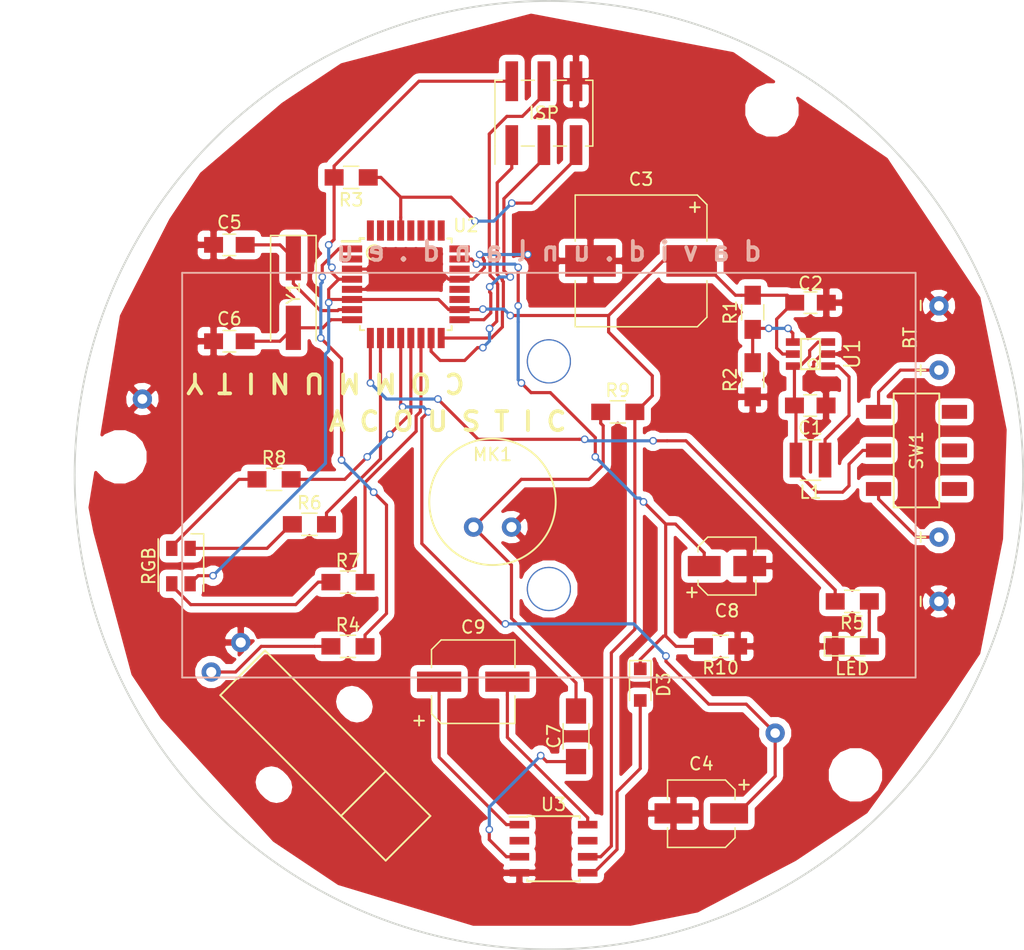
<source format=kicad_pcb>
(kicad_pcb (version 4) (host pcbnew 4.0.7)

  (general
    (links 70)
    (no_connects 0)
    (area 106.520857 62.424999 187.575001 137.575001)
    (thickness 1.6)
    (drawings 4)
    (tracks 357)
    (zones 0)
    (modules 38)
    (nets 46)
  )

  (page A4)
  (layers
    (0 F.Cu signal)
    (31 B.Cu signal)
    (32 B.Adhes user)
    (33 F.Adhes user)
    (34 B.Paste user)
    (35 F.Paste user)
    (36 B.SilkS user)
    (37 F.SilkS user)
    (38 B.Mask user)
    (39 F.Mask user)
    (40 Dwgs.User user)
    (41 Cmts.User user)
    (42 Eco1.User user)
    (43 Eco2.User user)
    (44 Edge.Cuts user)
    (45 Margin user)
    (46 B.CrtYd user)
    (47 F.CrtYd user)
    (48 B.Fab user)
    (49 F.Fab user)
  )

  (setup
    (last_trace_width 0.25)
    (trace_clearance 0.2)
    (zone_clearance 0.508)
    (zone_45_only no)
    (trace_min 0.2)
    (segment_width 0.2)
    (edge_width 0.15)
    (via_size 0.6)
    (via_drill 0.4)
    (via_min_size 0.4)
    (via_min_drill 0.3)
    (uvia_size 0.3)
    (uvia_drill 0.1)
    (uvias_allowed no)
    (uvia_min_size 0.2)
    (uvia_min_drill 0.1)
    (pcb_text_width 0.3)
    (pcb_text_size 1.5 1.5)
    (mod_edge_width 0.15)
    (mod_text_size 1 1)
    (mod_text_width 0.15)
    (pad_size 3.2 3.2)
    (pad_drill 3.2)
    (pad_to_mask_clearance 0.2)
    (aux_axis_origin 0 0)
    (visible_elements 7FFFEFFF)
    (pcbplotparams
      (layerselection 0x010fc_80000001)
      (usegerberextensions false)
      (excludeedgelayer true)
      (linewidth 0.100000)
      (plotframeref false)
      (viasonmask false)
      (mode 1)
      (useauxorigin false)
      (hpglpennumber 1)
      (hpglpenspeed 20)
      (hpglpendiameter 15)
      (hpglpenoverlay 2)
      (psnegative false)
      (psa4output false)
      (plotreference true)
      (plotvalue false)
      (plotinvisibletext false)
      (padsonsilk false)
      (subtractmaskfromsilk false)
      (outputformat 1)
      (mirror false)
      (drillshape 0)
      (scaleselection 1)
      (outputdirectory gerber/))
  )

  (net 0 "")
  (net 1 +2V5)
  (net 2 GND)
  (net 3 "Net-(C1-Pad1)")
  (net 4 /5V)
  (net 5 "Net-(C4-Pad1)")
  (net 6 "Net-(C5-Pad1)")
  (net 7 "Net-(C6-Pad1)")
  (net 8 "Net-(C7-Pad1)")
  (net 9 "Net-(C8-Pad1)")
  (net 10 "Net-(D1-Pad2)")
  (net 11 "Net-(D2-Pad3)")
  (net 12 "Net-(D2-Pad4)")
  (net 13 "Net-(D2-Pad1)")
  (net 14 "Net-(D3-Pad2)")
  (net 15 "Net-(ISP1-Pad1)")
  (net 16 "Net-(ISP1-Pad3)")
  (net 17 "Net-(ISP1-Pad4)")
  (net 18 "Net-(ISP1-Pad5)")
  (net 19 "Net-(L1-Pad1)")
  (net 20 "Net-(M1-Pad1)")
  (net 21 "Net-(R1-Pad2)")
  (net 22 "Net-(R4-Pad2)")
  (net 23 "Net-(R5-Pad2)")
  (net 24 "Net-(R6-Pad2)")
  (net 25 "Net-(R7-Pad2)")
  (net 26 "Net-(R8-Pad2)")
  (net 27 "Net-(C7-Pad2)")
  (net 28 "Net-(C9-Pad1)")
  (net 29 "Net-(C9-Pad2)")
  (net 30 "Net-(U2-Pad2)")
  (net 31 "Net-(U2-Pad11)")
  (net 32 "Net-(U2-Pad19)")
  (net 33 "Net-(U2-Pad20)")
  (net 34 "Net-(U2-Pad22)")
  (net 35 "Net-(U2-Pad24)")
  (net 36 "Net-(U2-Pad25)")
  (net 37 "Net-(U2-Pad26)")
  (net 38 "Net-(U2-Pad27)")
  (net 39 "Net-(U2-Pad28)")
  (net 40 "Net-(U2-Pad30)")
  (net 41 "Net-(U2-Pad31)")
  (net 42 "Net-(U2-Pad32)")
  (net 43 "Net-(U3-Pad2)")
  (net 44 "Net-(U3-Pad7)")
  (net 45 VCC)

  (net_class Default "This is the default net class."
    (clearance 0.2)
    (trace_width 0.25)
    (via_dia 0.6)
    (via_drill 0.4)
    (uvia_dia 0.3)
    (uvia_drill 0.1)
    (add_net +2V5)
    (add_net /5V)
    (add_net GND)
    (add_net "Net-(C1-Pad1)")
    (add_net "Net-(C4-Pad1)")
    (add_net "Net-(C5-Pad1)")
    (add_net "Net-(C6-Pad1)")
    (add_net "Net-(C7-Pad1)")
    (add_net "Net-(C7-Pad2)")
    (add_net "Net-(C8-Pad1)")
    (add_net "Net-(C9-Pad1)")
    (add_net "Net-(C9-Pad2)")
    (add_net "Net-(D1-Pad2)")
    (add_net "Net-(D2-Pad1)")
    (add_net "Net-(D2-Pad3)")
    (add_net "Net-(D2-Pad4)")
    (add_net "Net-(D3-Pad2)")
    (add_net "Net-(ISP1-Pad1)")
    (add_net "Net-(ISP1-Pad3)")
    (add_net "Net-(ISP1-Pad4)")
    (add_net "Net-(ISP1-Pad5)")
    (add_net "Net-(L1-Pad1)")
    (add_net "Net-(M1-Pad1)")
    (add_net "Net-(R1-Pad2)")
    (add_net "Net-(R4-Pad2)")
    (add_net "Net-(R5-Pad2)")
    (add_net "Net-(R6-Pad2)")
    (add_net "Net-(R7-Pad2)")
    (add_net "Net-(R8-Pad2)")
    (add_net "Net-(U2-Pad11)")
    (add_net "Net-(U2-Pad19)")
    (add_net "Net-(U2-Pad2)")
    (add_net "Net-(U2-Pad20)")
    (add_net "Net-(U2-Pad22)")
    (add_net "Net-(U2-Pad24)")
    (add_net "Net-(U2-Pad25)")
    (add_net "Net-(U2-Pad26)")
    (add_net "Net-(U2-Pad27)")
    (add_net "Net-(U2-Pad28)")
    (add_net "Net-(U2-Pad30)")
    (add_net "Net-(U2-Pad31)")
    (add_net "Net-(U2-Pad32)")
    (add_net "Net-(U3-Pad2)")
    (add_net "Net-(U3-Pad7)")
    (add_net VCC)
  )

  (module custom:VibrationMotor17x5WithDrillHoles (layer F.Cu) (tedit 5A8AD0C6) (tstamp 5B053951)
    (at 126.841825 116.695786 225)
    (path /5A58B6B5)
    (fp_text reference M1 (at 0 -11.1 225) (layer F.SilkS) hide
      (effects (font (size 1 1) (thickness 0.15)))
    )
    (fp_text value VibrationMotor (at 1.5 -5.3 315) (layer F.Fab)
      (effects (font (size 1 1) (thickness 0.15)))
    )
    (fp_line (start -2.5 -17) (end -2.5 -12) (layer F.SilkS) (width 0.15))
    (fp_line (start 2.5 -17) (end -2.5 -17) (layer F.SilkS) (width 0.15))
    (fp_line (start 2.5 -12) (end 2.5 -17) (layer F.SilkS) (width 0.15))
    (fp_line (start -2.5 -12) (end -2.5 1.5) (layer F.SilkS) (width 0.15))
    (fp_line (start 2.5 -12) (end -2.5 -12) (layer F.SilkS) (width 0.15))
    (fp_line (start 2.5 1.5) (end 2.5 -12) (layer F.SilkS) (width 0.15))
    (fp_line (start -2.5 1.5) (end 2.5 1.5) (layer F.SilkS) (width 0.15))
    (pad 2 thru_hole circle (at -1.596 3.302 225) (size 1.524 1.524) (drill 0.8) (layers *.Cu *.Mask)
      (net 2 GND))
    (pad 1 thru_hole circle (at 1.706 3.302 225) (size 1.524 1.524) (drill 0.8) (layers *.Cu *.Mask)
      (net 20 "Net-(M1-Pad1)"))
    (pad "" np_thru_hole oval (at 4.5 -6.5 225) (size 1.5 2) (drill oval 1.5 2) (layers *.Cu *.Mask))
    (pad "" np_thru_hole oval (at -4.5 -6.5 225) (size 1.5 2) (drill oval 1.5 2) (layers *.Cu *.Mask))
  )

  (module custom:TQFP-32_7x7mm_Pitch0.8mm (layer F.Cu) (tedit 5B28B45F) (tstamp 5B0539CB)
    (at 138.684 84.906)
    (descr "32-Lead Plastic Thin Quad Flatpack (PT) - 7x7x1.0 mm Body, 2.00 mm [TQFP] (see Microchip Packaging Specification 00000049BS.pdf)")
    (tags "QFP 0.8")
    (path /5A55CCEA)
    (attr smd)
    (fp_text reference U2 (at 4.758 -4.642) (layer F.SilkS)
      (effects (font (size 1 1) (thickness 0.15)))
    )
    (fp_text value ATMEGA328P-AU (at 0 6.05) (layer F.Fab)
      (effects (font (size 1 1) (thickness 0.15)))
    )
    (fp_circle (center -2.5 -2.5) (end -2.075 -2.1) (layer F.SilkS) (width 0.15))
    (fp_text user %R (at 0 0) (layer F.Fab)
      (effects (font (size 1 1) (thickness 0.15)))
    )
    (fp_line (start -2.5 -3.5) (end 3.5 -3.5) (layer F.Fab) (width 0.15))
    (fp_line (start 3.5 -3.5) (end 3.5 3.5) (layer F.Fab) (width 0.15))
    (fp_line (start 3.5 3.5) (end -3.5 3.5) (layer F.Fab) (width 0.15))
    (fp_line (start -3.5 3.5) (end -3.5 -2.5) (layer F.Fab) (width 0.15))
    (fp_line (start -3.5 -2.5) (end -2.5 -3.5) (layer F.Fab) (width 0.15))
    (fp_line (start -5.3 -5.3) (end -5.3 5.3) (layer F.CrtYd) (width 0.05))
    (fp_line (start 5.3 -5.3) (end 5.3 5.3) (layer F.CrtYd) (width 0.05))
    (fp_line (start -5.3 -5.3) (end 5.3 -5.3) (layer F.CrtYd) (width 0.05))
    (fp_line (start -5.3 5.3) (end 5.3 5.3) (layer F.CrtYd) (width 0.05))
    (fp_line (start -3.625 -3.625) (end -3.625 -3.4) (layer F.SilkS) (width 0.2))
    (fp_line (start 3.625 -3.625) (end 3.625 -3.3) (layer F.SilkS) (width 0.15))
    (fp_line (start 3.625 3.625) (end 3.625 3.3) (layer F.SilkS) (width 0.15))
    (fp_line (start -3.625 3.625) (end -3.625 3.3) (layer F.SilkS) (width 0.15))
    (fp_line (start -3.625 -3.625) (end -3.3 -3.625) (layer F.SilkS) (width 0.2))
    (fp_line (start -3.625 3.625) (end -3.3 3.625) (layer F.SilkS) (width 0.15))
    (fp_line (start 3.625 3.625) (end 3.3 3.625) (layer F.SilkS) (width 0.15))
    (fp_line (start 3.625 -3.625) (end 3.3 -3.625) (layer F.SilkS) (width 0.15))
    (fp_line (start -3.625 -3.4) (end -5.05 -3.4) (layer F.SilkS) (width 0.2))
    (pad 1 smd rect (at -4.25 -2.8) (size 1.6 0.55) (layers F.Cu F.Paste F.Mask)
      (net 22 "Net-(R4-Pad2)"))
    (pad 2 smd rect (at -4.25 -2) (size 1.6 0.55) (layers F.Cu F.Paste F.Mask)
      (net 30 "Net-(U2-Pad2)"))
    (pad 3 smd rect (at -4.25 -1.2) (size 1.6 0.55) (layers F.Cu F.Paste F.Mask)
      (net 2 GND))
    (pad 4 smd rect (at -4.25 -0.4) (size 1.6 0.55) (layers F.Cu F.Paste F.Mask)
      (net 4 /5V))
    (pad 5 smd rect (at -4.25 0.4) (size 1.6 0.55) (layers F.Cu F.Paste F.Mask)
      (net 2 GND))
    (pad 6 smd rect (at -4.25 1.2) (size 1.6 0.55) (layers F.Cu F.Paste F.Mask)
      (net 4 /5V))
    (pad 7 smd rect (at -4.25 2) (size 1.6 0.55) (layers F.Cu F.Paste F.Mask)
      (net 6 "Net-(C5-Pad1)"))
    (pad 8 smd rect (at -4.25 2.8) (size 1.6 0.55) (layers F.Cu F.Paste F.Mask)
      (net 7 "Net-(C6-Pad1)"))
    (pad 9 smd rect (at -2.8 4.25 90) (size 1.6 0.55) (layers F.Cu F.Paste F.Mask)
      (net 23 "Net-(R5-Pad2)"))
    (pad 10 smd rect (at -2 4.25 90) (size 1.6 0.55) (layers F.Cu F.Paste F.Mask)
      (net 24 "Net-(R6-Pad2)"))
    (pad 11 smd rect (at -1.2 4.25 90) (size 1.6 0.55) (layers F.Cu F.Paste F.Mask)
      (net 31 "Net-(U2-Pad11)"))
    (pad 12 smd rect (at -0.4 4.25 90) (size 1.6 0.55) (layers F.Cu F.Paste F.Mask)
      (net 5 "Net-(C4-Pad1)"))
    (pad 13 smd rect (at 0.4 4.25 90) (size 1.6 0.55) (layers F.Cu F.Paste F.Mask)
      (net 26 "Net-(R8-Pad2)"))
    (pad 14 smd rect (at 1.2 4.25 90) (size 1.6 0.55) (layers F.Cu F.Paste F.Mask)
      (net 25 "Net-(R7-Pad2)"))
    (pad 15 smd rect (at 2 4.25 90) (size 1.6 0.55) (layers F.Cu F.Paste F.Mask)
      (net 17 "Net-(ISP1-Pad4)"))
    (pad 16 smd rect (at 2.8 4.25 90) (size 1.6 0.55) (layers F.Cu F.Paste F.Mask)
      (net 15 "Net-(ISP1-Pad1)"))
    (pad 17 smd rect (at 4.25 2.8) (size 1.6 0.55) (layers F.Cu F.Paste F.Mask)
      (net 16 "Net-(ISP1-Pad3)"))
    (pad 18 smd rect (at 4.25 2) (size 1.6 0.55) (layers F.Cu F.Paste F.Mask)
      (net 4 /5V))
    (pad 19 smd rect (at 4.25 1.2) (size 1.6 0.55) (layers F.Cu F.Paste F.Mask)
      (net 32 "Net-(U2-Pad19)"))
    (pad 20 smd rect (at 4.25 0.4) (size 1.6 0.55) (layers F.Cu F.Paste F.Mask)
      (net 33 "Net-(U2-Pad20)"))
    (pad 21 smd rect (at 4.25 -0.4) (size 1.6 0.55) (layers F.Cu F.Paste F.Mask)
      (net 2 GND))
    (pad 22 smd rect (at 4.25 -1.2) (size 1.6 0.55) (layers F.Cu F.Paste F.Mask)
      (net 34 "Net-(U2-Pad22)"))
    (pad 23 smd rect (at 4.25 -2) (size 1.6 0.55) (layers F.Cu F.Paste F.Mask)
      (net 9 "Net-(C8-Pad1)"))
    (pad 24 smd rect (at 4.25 -2.8) (size 1.6 0.55) (layers F.Cu F.Paste F.Mask)
      (net 35 "Net-(U2-Pad24)"))
    (pad 25 smd rect (at 2.8 -4.25 90) (size 1.6 0.55) (layers F.Cu F.Paste F.Mask)
      (net 36 "Net-(U2-Pad25)"))
    (pad 26 smd rect (at 2 -4.25 90) (size 1.6 0.55) (layers F.Cu F.Paste F.Mask)
      (net 37 "Net-(U2-Pad26)"))
    (pad 27 smd rect (at 1.2 -4.25 90) (size 1.6 0.55) (layers F.Cu F.Paste F.Mask)
      (net 38 "Net-(U2-Pad27)"))
    (pad 28 smd rect (at 0.4 -4.25 90) (size 1.6 0.55) (layers F.Cu F.Paste F.Mask)
      (net 39 "Net-(U2-Pad28)"))
    (pad 29 smd rect (at -0.4 -4.25 90) (size 1.6 0.55) (layers F.Cu F.Paste F.Mask)
      (net 18 "Net-(ISP1-Pad5)"))
    (pad 30 smd rect (at -1.2 -4.25 90) (size 1.6 0.55) (layers F.Cu F.Paste F.Mask)
      (net 40 "Net-(U2-Pad30)"))
    (pad 31 smd rect (at -2 -4.25 90) (size 1.6 0.55) (layers F.Cu F.Paste F.Mask)
      (net 41 "Net-(U2-Pad31)"))
    (pad 32 smd rect (at -2.8 -4.25 90) (size 1.6 0.55) (layers F.Cu F.Paste F.Mask)
      (net 42 "Net-(U2-Pad32)"))
    (model ${KISYS3DMOD}/Housings_QFP.3dshapes/TQFP-32_7x7mm_Pitch0.8mm.wrl
      (at (xyz 0 0 0))
      (scale (xyz 1 1 1))
      (rotate (xyz 0 0 0))
    )
  )

  (module Capacitors_SMD:C_0805_HandSoldering (layer F.Cu) (tedit 58AA84A8) (tstamp 5B0538F5)
    (at 170.668 94.488)
    (descr "Capacitor SMD 0805, hand soldering")
    (tags "capacitor 0805")
    (path /5B00B931)
    (attr smd)
    (fp_text reference C1 (at 0.02 1.778) (layer F.SilkS)
      (effects (font (size 1 1) (thickness 0.15)))
    )
    (fp_text value 4.7uF (at 2.814 0 90) (layer F.Fab)
      (effects (font (size 1 1) (thickness 0.15)))
    )
    (fp_text user %R (at 0 -1.75) (layer F.Fab)
      (effects (font (size 1 1) (thickness 0.15)))
    )
    (fp_line (start -1 0.62) (end -1 -0.62) (layer F.Fab) (width 0.1))
    (fp_line (start 1 0.62) (end -1 0.62) (layer F.Fab) (width 0.1))
    (fp_line (start 1 -0.62) (end 1 0.62) (layer F.Fab) (width 0.1))
    (fp_line (start -1 -0.62) (end 1 -0.62) (layer F.Fab) (width 0.1))
    (fp_line (start 0.5 -0.85) (end -0.5 -0.85) (layer F.SilkS) (width 0.12))
    (fp_line (start -0.5 0.85) (end 0.5 0.85) (layer F.SilkS) (width 0.12))
    (fp_line (start -2.25 -0.88) (end 2.25 -0.88) (layer F.CrtYd) (width 0.05))
    (fp_line (start -2.25 -0.88) (end -2.25 0.87) (layer F.CrtYd) (width 0.05))
    (fp_line (start 2.25 0.87) (end 2.25 -0.88) (layer F.CrtYd) (width 0.05))
    (fp_line (start 2.25 0.87) (end -2.25 0.87) (layer F.CrtYd) (width 0.05))
    (pad 1 smd rect (at -1.25 0) (size 1.5 1.25) (layers F.Cu F.Paste F.Mask)
      (net 3 "Net-(C1-Pad1)"))
    (pad 2 smd rect (at 1.25 0) (size 1.5 1.25) (layers F.Cu F.Paste F.Mask)
      (net 2 GND))
    (model Capacitors_SMD.3dshapes/C_0805.wrl
      (at (xyz 0 0 0))
      (scale (xyz 1 1 1))
      (rotate (xyz 0 0 0))
    )
  )

  (module Capacitors_SMD:C_0805_HandSoldering (layer F.Cu) (tedit 58AA84A8) (tstamp 5B0538FB)
    (at 170.688 86.36)
    (descr "Capacitor SMD 0805, hand soldering")
    (tags "capacitor 0805")
    (path /5B00BCE0)
    (attr smd)
    (fp_text reference C2 (at 0 -1.524) (layer F.SilkS)
      (effects (font (size 1 1) (thickness 0.15)))
    )
    (fp_text value 10uF (at 0 1.75) (layer F.Fab)
      (effects (font (size 1 1) (thickness 0.15)))
    )
    (fp_text user %R (at 0 -1.75) (layer F.Fab)
      (effects (font (size 1 1) (thickness 0.15)))
    )
    (fp_line (start -1 0.62) (end -1 -0.62) (layer F.Fab) (width 0.1))
    (fp_line (start 1 0.62) (end -1 0.62) (layer F.Fab) (width 0.1))
    (fp_line (start 1 -0.62) (end 1 0.62) (layer F.Fab) (width 0.1))
    (fp_line (start -1 -0.62) (end 1 -0.62) (layer F.Fab) (width 0.1))
    (fp_line (start 0.5 -0.85) (end -0.5 -0.85) (layer F.SilkS) (width 0.12))
    (fp_line (start -0.5 0.85) (end 0.5 0.85) (layer F.SilkS) (width 0.12))
    (fp_line (start -2.25 -0.88) (end 2.25 -0.88) (layer F.CrtYd) (width 0.05))
    (fp_line (start -2.25 -0.88) (end -2.25 0.87) (layer F.CrtYd) (width 0.05))
    (fp_line (start 2.25 0.87) (end 2.25 -0.88) (layer F.CrtYd) (width 0.05))
    (fp_line (start 2.25 0.87) (end -2.25 0.87) (layer F.CrtYd) (width 0.05))
    (pad 1 smd rect (at -1.25 0) (size 1.5 1.25) (layers F.Cu F.Paste F.Mask)
      (net 4 /5V))
    (pad 2 smd rect (at 1.25 0) (size 1.5 1.25) (layers F.Cu F.Paste F.Mask)
      (net 2 GND))
    (model Capacitors_SMD.3dshapes/C_0805.wrl
      (at (xyz 0 0 0))
      (scale (xyz 1 1 1))
      (rotate (xyz 0 0 0))
    )
  )

  (module Capacitors_SMD:CP_Elec_5x5.3 (layer F.Cu) (tedit 58AA8A8F) (tstamp 5B053901)
    (at 162.052 126.746 180)
    (descr "SMT capacitor, aluminium electrolytic, 5x5.3")
    (path /5B052897)
    (attr smd)
    (fp_text reference C4 (at 0 3.92 180) (layer F.SilkS)
      (effects (font (size 1 1) (thickness 0.15)))
    )
    (fp_text value 4.7uF (at 0 -3.92 180) (layer F.Fab)
      (effects (font (size 1 1) (thickness 0.15)))
    )
    (fp_circle (center 0 0) (end 0.3 2.4) (layer F.Fab) (width 0.1))
    (fp_text user + (at -1.37 -0.08 180) (layer F.Fab)
      (effects (font (size 1 1) (thickness 0.15)))
    )
    (fp_text user + (at -3.38 2.34 180) (layer F.SilkS)
      (effects (font (size 1 1) (thickness 0.15)))
    )
    (fp_text user %R (at 0 3.92 180) (layer F.Fab)
      (effects (font (size 1 1) (thickness 0.15)))
    )
    (fp_line (start 2.51 2.49) (end 2.51 -2.54) (layer F.Fab) (width 0.1))
    (fp_line (start -1.84 2.49) (end 2.51 2.49) (layer F.Fab) (width 0.1))
    (fp_line (start -2.51 1.82) (end -1.84 2.49) (layer F.Fab) (width 0.1))
    (fp_line (start -2.51 -1.87) (end -2.51 1.82) (layer F.Fab) (width 0.1))
    (fp_line (start -1.84 -2.54) (end -2.51 -1.87) (layer F.Fab) (width 0.1))
    (fp_line (start 2.51 -2.54) (end -1.84 -2.54) (layer F.Fab) (width 0.1))
    (fp_line (start 2.67 -2.69) (end 2.67 -1.14) (layer F.SilkS) (width 0.12))
    (fp_line (start 2.67 2.64) (end 2.67 1.09) (layer F.SilkS) (width 0.12))
    (fp_line (start -2.67 1.88) (end -2.67 1.09) (layer F.SilkS) (width 0.12))
    (fp_line (start -2.67 -1.93) (end -2.67 -1.14) (layer F.SilkS) (width 0.12))
    (fp_line (start 2.67 -2.69) (end -1.91 -2.69) (layer F.SilkS) (width 0.12))
    (fp_line (start -1.91 -2.69) (end -2.67 -1.93) (layer F.SilkS) (width 0.12))
    (fp_line (start -2.67 1.88) (end -1.91 2.64) (layer F.SilkS) (width 0.12))
    (fp_line (start -1.91 2.64) (end 2.67 2.64) (layer F.SilkS) (width 0.12))
    (fp_line (start -3.95 -2.79) (end 3.95 -2.79) (layer F.CrtYd) (width 0.05))
    (fp_line (start -3.95 -2.79) (end -3.95 2.74) (layer F.CrtYd) (width 0.05))
    (fp_line (start 3.95 2.74) (end 3.95 -2.79) (layer F.CrtYd) (width 0.05))
    (fp_line (start 3.95 2.74) (end -3.95 2.74) (layer F.CrtYd) (width 0.05))
    (pad 1 smd rect (at -2.2 0) (size 3 1.6) (layers F.Cu F.Paste F.Mask)
      (net 5 "Net-(C4-Pad1)"))
    (pad 2 smd rect (at 2.2 0) (size 3 1.6) (layers F.Cu F.Paste F.Mask)
      (net 2 GND))
    (model Capacitors_SMD.3dshapes/CP_Elec_5x5.3.wrl
      (at (xyz 0 0 0))
      (scale (xyz 1 1 1))
      (rotate (xyz 0 0 180))
    )
  )

  (module Capacitors_SMD:C_0805_HandSoldering (layer F.Cu) (tedit 58AA84A8) (tstamp 5B053907)
    (at 124.734 81.788 180)
    (descr "Capacitor SMD 0805, hand soldering")
    (tags "capacitor 0805")
    (path /5A5904B4)
    (attr smd)
    (fp_text reference C5 (at 0 1.778 180) (layer F.SilkS)
      (effects (font (size 1 1) (thickness 0.15)))
    )
    (fp_text value 22pF (at 0 1.75 180) (layer F.Fab)
      (effects (font (size 1 1) (thickness 0.15)))
    )
    (fp_text user %R (at 0 -1.75 180) (layer F.Fab)
      (effects (font (size 1 1) (thickness 0.15)))
    )
    (fp_line (start -1 0.62) (end -1 -0.62) (layer F.Fab) (width 0.1))
    (fp_line (start 1 0.62) (end -1 0.62) (layer F.Fab) (width 0.1))
    (fp_line (start 1 -0.62) (end 1 0.62) (layer F.Fab) (width 0.1))
    (fp_line (start -1 -0.62) (end 1 -0.62) (layer F.Fab) (width 0.1))
    (fp_line (start 0.5 -0.85) (end -0.5 -0.85) (layer F.SilkS) (width 0.12))
    (fp_line (start -0.5 0.85) (end 0.5 0.85) (layer F.SilkS) (width 0.12))
    (fp_line (start -2.25 -0.88) (end 2.25 -0.88) (layer F.CrtYd) (width 0.05))
    (fp_line (start -2.25 -0.88) (end -2.25 0.87) (layer F.CrtYd) (width 0.05))
    (fp_line (start 2.25 0.87) (end 2.25 -0.88) (layer F.CrtYd) (width 0.05))
    (fp_line (start 2.25 0.87) (end -2.25 0.87) (layer F.CrtYd) (width 0.05))
    (pad 1 smd rect (at -1.25 0 180) (size 1.5 1.25) (layers F.Cu F.Paste F.Mask)
      (net 6 "Net-(C5-Pad1)"))
    (pad 2 smd rect (at 1.25 0 180) (size 1.5 1.25) (layers F.Cu F.Paste F.Mask)
      (net 2 GND))
    (model Capacitors_SMD.3dshapes/C_0805.wrl
      (at (xyz 0 0 0))
      (scale (xyz 1 1 1))
      (rotate (xyz 0 0 0))
    )
  )

  (module Capacitors_SMD:C_0805_HandSoldering (layer F.Cu) (tedit 58AA84A8) (tstamp 5B05390D)
    (at 124.734 89.408 180)
    (descr "Capacitor SMD 0805, hand soldering")
    (tags "capacitor 0805")
    (path /5A590531)
    (attr smd)
    (fp_text reference C6 (at 0 1.778 180) (layer F.SilkS)
      (effects (font (size 1 1) (thickness 0.15)))
    )
    (fp_text value 22pF (at 0 1.75 180) (layer F.Fab)
      (effects (font (size 1 1) (thickness 0.15)))
    )
    (fp_text user %R (at 0 -1.75 180) (layer F.Fab)
      (effects (font (size 1 1) (thickness 0.15)))
    )
    (fp_line (start -1 0.62) (end -1 -0.62) (layer F.Fab) (width 0.1))
    (fp_line (start 1 0.62) (end -1 0.62) (layer F.Fab) (width 0.1))
    (fp_line (start 1 -0.62) (end 1 0.62) (layer F.Fab) (width 0.1))
    (fp_line (start -1 -0.62) (end 1 -0.62) (layer F.Fab) (width 0.1))
    (fp_line (start 0.5 -0.85) (end -0.5 -0.85) (layer F.SilkS) (width 0.12))
    (fp_line (start -0.5 0.85) (end 0.5 0.85) (layer F.SilkS) (width 0.12))
    (fp_line (start -2.25 -0.88) (end 2.25 -0.88) (layer F.CrtYd) (width 0.05))
    (fp_line (start -2.25 -0.88) (end -2.25 0.87) (layer F.CrtYd) (width 0.05))
    (fp_line (start 2.25 0.87) (end 2.25 -0.88) (layer F.CrtYd) (width 0.05))
    (fp_line (start 2.25 0.87) (end -2.25 0.87) (layer F.CrtYd) (width 0.05))
    (pad 1 smd rect (at -1.25 0 180) (size 1.5 1.25) (layers F.Cu F.Paste F.Mask)
      (net 7 "Net-(C6-Pad1)"))
    (pad 2 smd rect (at 1.25 0 180) (size 1.5 1.25) (layers F.Cu F.Paste F.Mask)
      (net 2 GND))
    (model Capacitors_SMD.3dshapes/C_0805.wrl
      (at (xyz 0 0 0))
      (scale (xyz 1 1 1))
      (rotate (xyz 0 0 0))
    )
  )

  (module Capacitors_SMD:C_1206_HandSoldering (layer F.Cu) (tedit 58AA84D1) (tstamp 5B053913)
    (at 152.146 120.65 90)
    (descr "Capacitor SMD 1206, hand soldering")
    (tags "capacitor 1206")
    (path /5A55E93A)
    (attr smd)
    (fp_text reference C7 (at 0 -1.75 90) (layer F.SilkS)
      (effects (font (size 1 1) (thickness 0.15)))
    )
    (fp_text value 0.1uF (at 0 2 90) (layer F.Fab)
      (effects (font (size 1 1) (thickness 0.15)))
    )
    (fp_text user %R (at 0 -1.75 90) (layer F.Fab)
      (effects (font (size 1 1) (thickness 0.15)))
    )
    (fp_line (start -1.6 0.8) (end -1.6 -0.8) (layer F.Fab) (width 0.1))
    (fp_line (start 1.6 0.8) (end -1.6 0.8) (layer F.Fab) (width 0.1))
    (fp_line (start 1.6 -0.8) (end 1.6 0.8) (layer F.Fab) (width 0.1))
    (fp_line (start -1.6 -0.8) (end 1.6 -0.8) (layer F.Fab) (width 0.1))
    (fp_line (start 1 -1.02) (end -1 -1.02) (layer F.SilkS) (width 0.12))
    (fp_line (start -1 1.02) (end 1 1.02) (layer F.SilkS) (width 0.12))
    (fp_line (start -3.25 -1.05) (end 3.25 -1.05) (layer F.CrtYd) (width 0.05))
    (fp_line (start -3.25 -1.05) (end -3.25 1.05) (layer F.CrtYd) (width 0.05))
    (fp_line (start 3.25 1.05) (end 3.25 -1.05) (layer F.CrtYd) (width 0.05))
    (fp_line (start 3.25 1.05) (end -3.25 1.05) (layer F.CrtYd) (width 0.05))
    (pad 1 smd rect (at -2 0 90) (size 2 1.6) (layers F.Cu F.Paste F.Mask)
      (net 8 "Net-(C7-Pad1)"))
    (pad 2 smd rect (at 2 0 90) (size 2 1.6) (layers F.Cu F.Paste F.Mask)
      (net 27 "Net-(C7-Pad2)"))
    (model Capacitors_SMD.3dshapes/C_1206.wrl
      (at (xyz 0 0 0))
      (scale (xyz 1 1 1))
      (rotate (xyz 0 0 0))
    )
  )

  (module Capacitors_SMD:CP_Elec_4x5.3 (layer F.Cu) (tedit 58AA85FB) (tstamp 5B053919)
    (at 164.084 107.188)
    (descr "SMT capacitor, aluminium electrolytic, 4x5.3")
    (path /5A59B569)
    (attr smd)
    (fp_text reference C8 (at 0 3.54) (layer F.SilkS)
      (effects (font (size 1 1) (thickness 0.15)))
    )
    (fp_text value 1uF (at 0 -3.54) (layer F.Fab)
      (effects (font (size 1 1) (thickness 0.15)))
    )
    (fp_circle (center 0 0) (end 0 2.1) (layer F.Fab) (width 0.1))
    (fp_text user + (at -1.21 -0.08) (layer F.Fab)
      (effects (font (size 1 1) (thickness 0.15)))
    )
    (fp_text user + (at -2.77 2.01) (layer F.SilkS)
      (effects (font (size 1 1) (thickness 0.15)))
    )
    (fp_text user %R (at 0 3.54) (layer F.Fab)
      (effects (font (size 1 1) (thickness 0.15)))
    )
    (fp_line (start 2.13 2.13) (end 2.13 -2.13) (layer F.Fab) (width 0.1))
    (fp_line (start -1.46 2.13) (end 2.13 2.13) (layer F.Fab) (width 0.1))
    (fp_line (start -2.13 1.46) (end -1.46 2.13) (layer F.Fab) (width 0.1))
    (fp_line (start -2.13 -1.46) (end -2.13 1.46) (layer F.Fab) (width 0.1))
    (fp_line (start -1.46 -2.13) (end -2.13 -1.46) (layer F.Fab) (width 0.1))
    (fp_line (start 2.13 -2.13) (end -1.46 -2.13) (layer F.Fab) (width 0.1))
    (fp_line (start -2.29 -1.52) (end -2.29 -1.12) (layer F.SilkS) (width 0.12))
    (fp_line (start 2.29 -2.29) (end 2.29 -1.12) (layer F.SilkS) (width 0.12))
    (fp_line (start 2.29 2.29) (end 2.29 1.12) (layer F.SilkS) (width 0.12))
    (fp_line (start -2.29 1.52) (end -2.29 1.12) (layer F.SilkS) (width 0.12))
    (fp_line (start -1.52 2.29) (end 2.29 2.29) (layer F.SilkS) (width 0.12))
    (fp_line (start -1.52 2.29) (end -2.29 1.52) (layer F.SilkS) (width 0.12))
    (fp_line (start -1.52 -2.29) (end 2.29 -2.29) (layer F.SilkS) (width 0.12))
    (fp_line (start -1.52 -2.29) (end -2.29 -1.52) (layer F.SilkS) (width 0.12))
    (fp_line (start -3.35 -2.39) (end 3.35 -2.39) (layer F.CrtYd) (width 0.05))
    (fp_line (start -3.35 -2.39) (end -3.35 2.38) (layer F.CrtYd) (width 0.05))
    (fp_line (start 3.35 2.38) (end 3.35 -2.39) (layer F.CrtYd) (width 0.05))
    (fp_line (start 3.35 2.38) (end -3.35 2.38) (layer F.CrtYd) (width 0.05))
    (pad 1 smd rect (at -1.8 0 180) (size 2.6 1.6) (layers F.Cu F.Paste F.Mask)
      (net 9 "Net-(C8-Pad1)"))
    (pad 2 smd rect (at 1.8 0 180) (size 2.6 1.6) (layers F.Cu F.Paste F.Mask)
      (net 2 GND))
    (model Capacitors_SMD.3dshapes/CP_Elec_4x5.3.wrl
      (at (xyz 0 0 0))
      (scale (xyz 1 1 1))
      (rotate (xyz 0 0 180))
    )
  )

  (module Capacitors_SMD:CP_Elec_6.3x5.8 (layer F.Cu) (tedit 58AA8B59) (tstamp 5B05391F)
    (at 144.018 116.332)
    (descr "SMT capacitor, aluminium electrolytic, 6.3x5.8")
    (path /5A594696)
    (attr smd)
    (fp_text reference C9 (at 0 -4.318) (layer F.SilkS)
      (effects (font (size 1 1) (thickness 0.15)))
    )
    (fp_text value 22uF (at 0 -4.56) (layer F.Fab)
      (effects (font (size 1 1) (thickness 0.15)))
    )
    (fp_circle (center 0 0) (end 0.5 3) (layer F.Fab) (width 0.1))
    (fp_text user + (at -1.75 -0.08) (layer F.Fab)
      (effects (font (size 1 1) (thickness 0.15)))
    )
    (fp_text user + (at -4.28 3.01) (layer F.SilkS)
      (effects (font (size 1 1) (thickness 0.15)))
    )
    (fp_text user %R (at 0 4.56) (layer F.Fab)
      (effects (font (size 1 1) (thickness 0.15)))
    )
    (fp_line (start 3.15 3.15) (end 3.15 -3.15) (layer F.Fab) (width 0.1))
    (fp_line (start -2.48 3.15) (end 3.15 3.15) (layer F.Fab) (width 0.1))
    (fp_line (start -3.15 2.48) (end -2.48 3.15) (layer F.Fab) (width 0.1))
    (fp_line (start -3.15 -2.48) (end -3.15 2.48) (layer F.Fab) (width 0.1))
    (fp_line (start -2.48 -3.15) (end -3.15 -2.48) (layer F.Fab) (width 0.1))
    (fp_line (start 3.15 -3.15) (end -2.48 -3.15) (layer F.Fab) (width 0.1))
    (fp_line (start 3.3 3.3) (end 3.3 1.12) (layer F.SilkS) (width 0.12))
    (fp_line (start 3.3 -3.3) (end 3.3 -1.12) (layer F.SilkS) (width 0.12))
    (fp_line (start -3.3 2.54) (end -3.3 1.12) (layer F.SilkS) (width 0.12))
    (fp_line (start -3.3 -2.54) (end -3.3 -1.12) (layer F.SilkS) (width 0.12))
    (fp_line (start 3.3 3.3) (end -2.54 3.3) (layer F.SilkS) (width 0.12))
    (fp_line (start -2.54 3.3) (end -3.3 2.54) (layer F.SilkS) (width 0.12))
    (fp_line (start -3.3 -2.54) (end -2.54 -3.3) (layer F.SilkS) (width 0.12))
    (fp_line (start -2.54 -3.3) (end 3.3 -3.3) (layer F.SilkS) (width 0.12))
    (fp_line (start -4.7 -3.4) (end 4.7 -3.4) (layer F.CrtYd) (width 0.05))
    (fp_line (start -4.7 -3.4) (end -4.7 3.4) (layer F.CrtYd) (width 0.05))
    (fp_line (start 4.7 3.4) (end 4.7 -3.4) (layer F.CrtYd) (width 0.05))
    (fp_line (start 4.7 3.4) (end -4.7 3.4) (layer F.CrtYd) (width 0.05))
    (pad 1 smd rect (at -2.7 0 180) (size 3.5 1.6) (layers F.Cu F.Paste F.Mask)
      (net 28 "Net-(C9-Pad1)"))
    (pad 2 smd rect (at 2.7 0 180) (size 3.5 1.6) (layers F.Cu F.Paste F.Mask)
      (net 29 "Net-(C9-Pad2)"))
    (model Capacitors_SMD.3dshapes/CP_Elec_6.3x5.8.wrl
      (at (xyz 0 0 0))
      (scale (xyz 1 1 1))
      (rotate (xyz 0 0 180))
    )
  )

  (module LEDs:LED_0805_HandSoldering (layer F.Cu) (tedit 5B055F2F) (tstamp 5B053925)
    (at 173.99 113.538)
    (descr "Resistor SMD 0805, hand soldering")
    (tags "resistor 0805")
    (path /5A588D7A)
    (attr smd)
    (fp_text reference D1 (at 0 -1.7) (layer F.Fab)
      (effects (font (size 1 1) (thickness 0.15)))
    )
    (fp_text value LED (at 0 1.75) (layer F.SilkS)
      (effects (font (size 1 1) (thickness 0.15)))
    )
    (fp_line (start -0.4 -0.4) (end -0.4 0.4) (layer F.Fab) (width 0.1))
    (fp_line (start -0.4 0) (end 0.2 -0.4) (layer F.Fab) (width 0.1))
    (fp_line (start 0.2 0.4) (end -0.4 0) (layer F.Fab) (width 0.1))
    (fp_line (start 0.2 -0.4) (end 0.2 0.4) (layer F.Fab) (width 0.1))
    (fp_line (start -1 0.62) (end -1 -0.62) (layer F.Fab) (width 0.1))
    (fp_line (start 1 0.62) (end -1 0.62) (layer F.Fab) (width 0.1))
    (fp_line (start 1 -0.62) (end 1 0.62) (layer F.Fab) (width 0.1))
    (fp_line (start -1 -0.62) (end 1 -0.62) (layer F.Fab) (width 0.1))
    (fp_line (start 1 0.75) (end -2.2 0.75) (layer F.SilkS) (width 0.12))
    (fp_line (start -2.2 -0.75) (end 1 -0.75) (layer F.SilkS) (width 0.12))
    (fp_line (start -2.35 -0.9) (end 2.35 -0.9) (layer F.CrtYd) (width 0.05))
    (fp_line (start -2.35 -0.9) (end -2.35 0.9) (layer F.CrtYd) (width 0.05))
    (fp_line (start 2.35 0.9) (end 2.35 -0.9) (layer F.CrtYd) (width 0.05))
    (fp_line (start 2.35 0.9) (end -2.35 0.9) (layer F.CrtYd) (width 0.05))
    (fp_line (start -2.2 -0.75) (end -2.2 0.75) (layer F.SilkS) (width 0.12))
    (pad 1 smd rect (at -1.35 0) (size 1.5 1.3) (layers F.Cu F.Paste F.Mask)
      (net 2 GND))
    (pad 2 smd rect (at 1.35 0) (size 1.5 1.3) (layers F.Cu F.Paste F.Mask)
      (net 10 "Net-(D1-Pad2)"))
    (model ${KISYS3DMOD}/LEDs.3dshapes/LED_0805.wrl
      (at (xyz 0 0 0))
      (scale (xyz 1 1 1))
      (rotate (xyz 0 0 0))
    )
  )

  (module Inductors_SMD:L_Abracon_ASPI-3012S (layer F.Cu) (tedit 5990349C) (tstamp 5B053943)
    (at 170.688 98.806 180)
    (descr "smd shielded power inductor http://www.abracon.com/Magnetics/power/ASPI-3012S.pdf")
    (tags "inductor abracon smd shielded")
    (path /5B00BA8C)
    (attr smd)
    (fp_text reference L1 (at 0 -2.54 180) (layer F.SilkS)
      (effects (font (size 1 1) (thickness 0.15)))
    )
    (fp_text value L (at 0 -2.7 180) (layer F.Fab)
      (effects (font (size 1 1) (thickness 0.15)))
    )
    (fp_text user %R (at 0 0 180) (layer F.Fab)
      (effects (font (size 0.7 0.7) (thickness 0.105)))
    )
    (fp_line (start 2 1.8) (end 2 -1.8) (layer F.CrtYd) (width 0.05))
    (fp_line (start -2 1.8) (end 2 1.8) (layer F.CrtYd) (width 0.05))
    (fp_line (start -2 -1.8) (end -2 1.8) (layer F.CrtYd) (width 0.05))
    (fp_line (start 2 -1.8) (end -2 -1.8) (layer F.CrtYd) (width 0.05))
    (fp_line (start -1 1.3) (end -0.8 1.5) (layer F.Fab) (width 0.1))
    (fp_line (start -1.5 1.3) (end -1 1.3) (layer F.Fab) (width 0.1))
    (fp_line (start -1.5 -1.3) (end -1.5 1.3) (layer F.Fab) (width 0.1))
    (fp_line (start -1 -1.3) (end -1.5 -1.3) (layer F.Fab) (width 0.1))
    (fp_line (start -0.8 -1.5) (end -1 -1.3) (layer F.Fab) (width 0.1))
    (fp_line (start 0.8 -1.5) (end -0.8 -1.5) (layer F.Fab) (width 0.1))
    (fp_line (start 1 -1.3) (end 0.8 -1.5) (layer F.Fab) (width 0.1))
    (fp_line (start 1.5 -1.3) (end 1 -1.3) (layer F.Fab) (width 0.1))
    (fp_line (start 1.5 1.3) (end 1.5 -1.3) (layer F.Fab) (width 0.1))
    (fp_line (start 1 1.3) (end 1.5 1.3) (layer F.Fab) (width 0.1))
    (fp_line (start 0.8 1.5) (end 1 1.3) (layer F.Fab) (width 0.1))
    (fp_line (start -0.8 1.5) (end 0.8 1.5) (layer F.Fab) (width 0.1))
    (fp_line (start -0.8 1.6) (end 0.8 1.6) (layer F.SilkS) (width 0.12))
    (fp_line (start -0.8 -1.6) (end 0.8 -1.6) (layer F.SilkS) (width 0.12))
    (pad 1 smd rect (at -1.15 0 180) (size 1 2.75) (layers F.Cu F.Paste F.Mask)
      (net 19 "Net-(L1-Pad1)"))
    (pad 2 smd rect (at 1.15 0 180) (size 1 2.75) (layers F.Cu F.Paste F.Mask)
      (net 3 "Net-(C1-Pad1)"))
    (model ${KISYS3DMOD}/Inductors_SMD.3dshapes/L_Abracon_ASPI-3012S.wrl
      (at (xyz 0 0 0))
      (scale (xyz 1 1 1))
      (rotate (xyz 0 0 0))
    )
  )

  (module custom:SpeakerDigisoundSAL5050MC (layer F.Cu) (tedit 5B055FEC) (tstamp 5B053949)
    (at 150 100)
    (path /5A561634)
    (fp_text reference LS1 (at 0 -15) (layer F.Fab)
      (effects (font (size 1 1) (thickness 0.15)))
    )
    (fp_text value Speaker (at 0 -18.5) (layer F.Fab)
      (effects (font (size 1 1) (thickness 0.15)))
    )
    (fp_circle (center 0 0) (end 25 0) (layer Dwgs.User) (width 0.15))
    (fp_circle (center 0 0) (end 10 0) (layer Dwgs.User) (width 0.15))
    (pad 1 thru_hole circle (at 17.894 20.396) (size 1.524 1.524) (drill 0.762) (layers *.Cu *.Mask)
      (net 5 "Net-(C4-Pad1)"))
    (pad 2 thru_hole circle (at -32.144 -6.02) (size 1.524 1.524) (drill 0.762) (layers *.Cu *.Mask)
      (net 2 GND))
  )

  (module Resistors_SMD:R_0805_HandSoldering (layer F.Cu) (tedit 58E0A804) (tstamp 5B05395D)
    (at 166.116 87.122 270)
    (descr "Resistor SMD 0805, hand soldering")
    (tags "resistor 0805")
    (path /5B00B6B8)
    (attr smd)
    (fp_text reference R1 (at 0 1.778 270) (layer F.SilkS)
      (effects (font (size 1 1) (thickness 0.15)))
    )
    (fp_text value 68K (at 0 1.75 270) (layer F.Fab)
      (effects (font (size 1 1) (thickness 0.15)))
    )
    (fp_text user %R (at 0 0 270) (layer F.Fab)
      (effects (font (size 0.5 0.5) (thickness 0.075)))
    )
    (fp_line (start -1 0.62) (end -1 -0.62) (layer F.Fab) (width 0.1))
    (fp_line (start 1 0.62) (end -1 0.62) (layer F.Fab) (width 0.1))
    (fp_line (start 1 -0.62) (end 1 0.62) (layer F.Fab) (width 0.1))
    (fp_line (start -1 -0.62) (end 1 -0.62) (layer F.Fab) (width 0.1))
    (fp_line (start 0.6 0.88) (end -0.6 0.88) (layer F.SilkS) (width 0.12))
    (fp_line (start -0.6 -0.88) (end 0.6 -0.88) (layer F.SilkS) (width 0.12))
    (fp_line (start -2.35 -0.9) (end 2.35 -0.9) (layer F.CrtYd) (width 0.05))
    (fp_line (start -2.35 -0.9) (end -2.35 0.9) (layer F.CrtYd) (width 0.05))
    (fp_line (start 2.35 0.9) (end 2.35 -0.9) (layer F.CrtYd) (width 0.05))
    (fp_line (start 2.35 0.9) (end -2.35 0.9) (layer F.CrtYd) (width 0.05))
    (pad 1 smd rect (at -1.35 0 270) (size 1.5 1.3) (layers F.Cu F.Paste F.Mask)
      (net 4 /5V))
    (pad 2 smd rect (at 1.35 0 270) (size 1.5 1.3) (layers F.Cu F.Paste F.Mask)
      (net 21 "Net-(R1-Pad2)"))
    (model ${KISYS3DMOD}/Resistors_SMD.3dshapes/R_0805.wrl
      (at (xyz 0 0 0))
      (scale (xyz 1 1 1))
      (rotate (xyz 0 0 0))
    )
  )

  (module Resistors_SMD:R_0805_HandSoldering (layer F.Cu) (tedit 58E0A804) (tstamp 5B053963)
    (at 166.116 92.456 270)
    (descr "Resistor SMD 0805, hand soldering")
    (tags "resistor 0805")
    (path /5B00B71F)
    (attr smd)
    (fp_text reference R2 (at 0 1.778 270) (layer F.SilkS)
      (effects (font (size 1 1) (thickness 0.15)))
    )
    (fp_text value 22K (at 0 1.75 270) (layer F.Fab)
      (effects (font (size 1 1) (thickness 0.15)))
    )
    (fp_text user %R (at 0 0 270) (layer F.Fab)
      (effects (font (size 0.5 0.5) (thickness 0.075)))
    )
    (fp_line (start -1 0.62) (end -1 -0.62) (layer F.Fab) (width 0.1))
    (fp_line (start 1 0.62) (end -1 0.62) (layer F.Fab) (width 0.1))
    (fp_line (start 1 -0.62) (end 1 0.62) (layer F.Fab) (width 0.1))
    (fp_line (start -1 -0.62) (end 1 -0.62) (layer F.Fab) (width 0.1))
    (fp_line (start 0.6 0.88) (end -0.6 0.88) (layer F.SilkS) (width 0.12))
    (fp_line (start -0.6 -0.88) (end 0.6 -0.88) (layer F.SilkS) (width 0.12))
    (fp_line (start -2.35 -0.9) (end 2.35 -0.9) (layer F.CrtYd) (width 0.05))
    (fp_line (start -2.35 -0.9) (end -2.35 0.9) (layer F.CrtYd) (width 0.05))
    (fp_line (start 2.35 0.9) (end 2.35 -0.9) (layer F.CrtYd) (width 0.05))
    (fp_line (start 2.35 0.9) (end -2.35 0.9) (layer F.CrtYd) (width 0.05))
    (pad 1 smd rect (at -1.35 0 270) (size 1.5 1.3) (layers F.Cu F.Paste F.Mask)
      (net 21 "Net-(R1-Pad2)"))
    (pad 2 smd rect (at 1.35 0 270) (size 1.5 1.3) (layers F.Cu F.Paste F.Mask)
      (net 2 GND))
    (model ${KISYS3DMOD}/Resistors_SMD.3dshapes/R_0805.wrl
      (at (xyz 0 0 0))
      (scale (xyz 1 1 1))
      (rotate (xyz 0 0 0))
    )
  )

  (module Resistors_SMD:R_0805_HandSoldering (layer F.Cu) (tedit 58E0A804) (tstamp 5B053969)
    (at 134.366 76.454)
    (descr "Resistor SMD 0805, hand soldering")
    (tags "resistor 0805")
    (path /5A593366)
    (attr smd)
    (fp_text reference R3 (at 0 1.778) (layer F.SilkS)
      (effects (font (size 1 1) (thickness 0.15)))
    )
    (fp_text value 10K (at 0 -1.778) (layer F.Fab)
      (effects (font (size 1 1) (thickness 0.15)))
    )
    (fp_text user %R (at 0 0) (layer F.Fab)
      (effects (font (size 0.5 0.5) (thickness 0.075)))
    )
    (fp_line (start -1 0.62) (end -1 -0.62) (layer F.Fab) (width 0.1))
    (fp_line (start 1 0.62) (end -1 0.62) (layer F.Fab) (width 0.1))
    (fp_line (start 1 -0.62) (end 1 0.62) (layer F.Fab) (width 0.1))
    (fp_line (start -1 -0.62) (end 1 -0.62) (layer F.Fab) (width 0.1))
    (fp_line (start 0.6 0.88) (end -0.6 0.88) (layer F.SilkS) (width 0.12))
    (fp_line (start -0.6 -0.88) (end 0.6 -0.88) (layer F.SilkS) (width 0.12))
    (fp_line (start -2.35 -0.9) (end 2.35 -0.9) (layer F.CrtYd) (width 0.05))
    (fp_line (start -2.35 -0.9) (end -2.35 0.9) (layer F.CrtYd) (width 0.05))
    (fp_line (start 2.35 0.9) (end 2.35 -0.9) (layer F.CrtYd) (width 0.05))
    (fp_line (start 2.35 0.9) (end -2.35 0.9) (layer F.CrtYd) (width 0.05))
    (pad 1 smd rect (at -1.35 0) (size 1.5 1.3) (layers F.Cu F.Paste F.Mask)
      (net 4 /5V))
    (pad 2 smd rect (at 1.35 0) (size 1.5 1.3) (layers F.Cu F.Paste F.Mask)
      (net 18 "Net-(ISP1-Pad5)"))
    (model ${KISYS3DMOD}/Resistors_SMD.3dshapes/R_0805.wrl
      (at (xyz 0 0 0))
      (scale (xyz 1 1 1))
      (rotate (xyz 0 0 0))
    )
  )

  (module Resistors_SMD:R_0805_HandSoldering (layer F.Cu) (tedit 58E0A804) (tstamp 5B05396F)
    (at 134.112 113.538)
    (descr "Resistor SMD 0805, hand soldering")
    (tags "resistor 0805")
    (path /5A58B805)
    (attr smd)
    (fp_text reference R4 (at 0 -1.7) (layer F.SilkS)
      (effects (font (size 1 1) (thickness 0.15)))
    )
    (fp_text value 22 (at 0 1.75) (layer F.Fab)
      (effects (font (size 1 1) (thickness 0.15)))
    )
    (fp_text user %R (at 0 0) (layer F.Fab)
      (effects (font (size 0.5 0.5) (thickness 0.075)))
    )
    (fp_line (start -1 0.62) (end -1 -0.62) (layer F.Fab) (width 0.1))
    (fp_line (start 1 0.62) (end -1 0.62) (layer F.Fab) (width 0.1))
    (fp_line (start 1 -0.62) (end 1 0.62) (layer F.Fab) (width 0.1))
    (fp_line (start -1 -0.62) (end 1 -0.62) (layer F.Fab) (width 0.1))
    (fp_line (start 0.6 0.88) (end -0.6 0.88) (layer F.SilkS) (width 0.12))
    (fp_line (start -0.6 -0.88) (end 0.6 -0.88) (layer F.SilkS) (width 0.12))
    (fp_line (start -2.35 -0.9) (end 2.35 -0.9) (layer F.CrtYd) (width 0.05))
    (fp_line (start -2.35 -0.9) (end -2.35 0.9) (layer F.CrtYd) (width 0.05))
    (fp_line (start 2.35 0.9) (end 2.35 -0.9) (layer F.CrtYd) (width 0.05))
    (fp_line (start 2.35 0.9) (end -2.35 0.9) (layer F.CrtYd) (width 0.05))
    (pad 1 smd rect (at -1.35 0) (size 1.5 1.3) (layers F.Cu F.Paste F.Mask)
      (net 20 "Net-(M1-Pad1)"))
    (pad 2 smd rect (at 1.35 0) (size 1.5 1.3) (layers F.Cu F.Paste F.Mask)
      (net 22 "Net-(R4-Pad2)"))
    (model ${KISYS3DMOD}/Resistors_SMD.3dshapes/R_0805.wrl
      (at (xyz 0 0 0))
      (scale (xyz 1 1 1))
      (rotate (xyz 0 0 0))
    )
  )

  (module Resistors_SMD:R_0805_HandSoldering (layer F.Cu) (tedit 58E0A804) (tstamp 5B053975)
    (at 173.99 109.982 180)
    (descr "Resistor SMD 0805, hand soldering")
    (tags "resistor 0805")
    (path /5A5896FB)
    (attr smd)
    (fp_text reference R5 (at 0 -1.7 180) (layer F.SilkS)
      (effects (font (size 1 1) (thickness 0.15)))
    )
    (fp_text value 220 (at 0 1.75 180) (layer F.Fab)
      (effects (font (size 1 1) (thickness 0.15)))
    )
    (fp_text user %R (at 0 0 180) (layer F.Fab)
      (effects (font (size 0.5 0.5) (thickness 0.075)))
    )
    (fp_line (start -1 0.62) (end -1 -0.62) (layer F.Fab) (width 0.1))
    (fp_line (start 1 0.62) (end -1 0.62) (layer F.Fab) (width 0.1))
    (fp_line (start 1 -0.62) (end 1 0.62) (layer F.Fab) (width 0.1))
    (fp_line (start -1 -0.62) (end 1 -0.62) (layer F.Fab) (width 0.1))
    (fp_line (start 0.6 0.88) (end -0.6 0.88) (layer F.SilkS) (width 0.12))
    (fp_line (start -0.6 -0.88) (end 0.6 -0.88) (layer F.SilkS) (width 0.12))
    (fp_line (start -2.35 -0.9) (end 2.35 -0.9) (layer F.CrtYd) (width 0.05))
    (fp_line (start -2.35 -0.9) (end -2.35 0.9) (layer F.CrtYd) (width 0.05))
    (fp_line (start 2.35 0.9) (end 2.35 -0.9) (layer F.CrtYd) (width 0.05))
    (fp_line (start 2.35 0.9) (end -2.35 0.9) (layer F.CrtYd) (width 0.05))
    (pad 1 smd rect (at -1.35 0 180) (size 1.5 1.3) (layers F.Cu F.Paste F.Mask)
      (net 10 "Net-(D1-Pad2)"))
    (pad 2 smd rect (at 1.35 0 180) (size 1.5 1.3) (layers F.Cu F.Paste F.Mask)
      (net 23 "Net-(R5-Pad2)"))
    (model ${KISYS3DMOD}/Resistors_SMD.3dshapes/R_0805.wrl
      (at (xyz 0 0 0))
      (scale (xyz 1 1 1))
      (rotate (xyz 0 0 0))
    )
  )

  (module Resistors_SMD:R_0805_HandSoldering (layer F.Cu) (tedit 58E0A804) (tstamp 5B05397B)
    (at 131.064 103.886)
    (descr "Resistor SMD 0805, hand soldering")
    (tags "resistor 0805")
    (path /5A5883B2)
    (attr smd)
    (fp_text reference R6 (at 0 -1.7) (layer F.SilkS)
      (effects (font (size 1 1) (thickness 0.15)))
    )
    (fp_text value 1175 (at 0 1.75) (layer F.Fab)
      (effects (font (size 1 1) (thickness 0.15)))
    )
    (fp_text user %R (at 0 0) (layer F.Fab)
      (effects (font (size 0.5 0.5) (thickness 0.075)))
    )
    (fp_line (start -1 0.62) (end -1 -0.62) (layer F.Fab) (width 0.1))
    (fp_line (start 1 0.62) (end -1 0.62) (layer F.Fab) (width 0.1))
    (fp_line (start 1 -0.62) (end 1 0.62) (layer F.Fab) (width 0.1))
    (fp_line (start -1 -0.62) (end 1 -0.62) (layer F.Fab) (width 0.1))
    (fp_line (start 0.6 0.88) (end -0.6 0.88) (layer F.SilkS) (width 0.12))
    (fp_line (start -0.6 -0.88) (end 0.6 -0.88) (layer F.SilkS) (width 0.12))
    (fp_line (start -2.35 -0.9) (end 2.35 -0.9) (layer F.CrtYd) (width 0.05))
    (fp_line (start -2.35 -0.9) (end -2.35 0.9) (layer F.CrtYd) (width 0.05))
    (fp_line (start 2.35 0.9) (end 2.35 -0.9) (layer F.CrtYd) (width 0.05))
    (fp_line (start 2.35 0.9) (end -2.35 0.9) (layer F.CrtYd) (width 0.05))
    (pad 1 smd rect (at -1.35 0) (size 1.5 1.3) (layers F.Cu F.Paste F.Mask)
      (net 13 "Net-(D2-Pad1)"))
    (pad 2 smd rect (at 1.35 0) (size 1.5 1.3) (layers F.Cu F.Paste F.Mask)
      (net 24 "Net-(R6-Pad2)"))
    (model ${KISYS3DMOD}/Resistors_SMD.3dshapes/R_0805.wrl
      (at (xyz 0 0 0))
      (scale (xyz 1 1 1))
      (rotate (xyz 0 0 0))
    )
  )

  (module Resistors_SMD:R_0805_HandSoldering (layer F.Cu) (tedit 58E0A804) (tstamp 5B053981)
    (at 134.112 108.458)
    (descr "Resistor SMD 0805, hand soldering")
    (tags "resistor 0805")
    (path /5A5884E4)
    (attr smd)
    (fp_text reference R7 (at 0 -1.7) (layer F.SilkS)
      (effects (font (size 1 1) (thickness 0.15)))
    )
    (fp_text value 1175 (at 0 1.75) (layer F.Fab)
      (effects (font (size 1 1) (thickness 0.15)))
    )
    (fp_text user %R (at 0 0) (layer F.Fab)
      (effects (font (size 0.5 0.5) (thickness 0.075)))
    )
    (fp_line (start -1 0.62) (end -1 -0.62) (layer F.Fab) (width 0.1))
    (fp_line (start 1 0.62) (end -1 0.62) (layer F.Fab) (width 0.1))
    (fp_line (start 1 -0.62) (end 1 0.62) (layer F.Fab) (width 0.1))
    (fp_line (start -1 -0.62) (end 1 -0.62) (layer F.Fab) (width 0.1))
    (fp_line (start 0.6 0.88) (end -0.6 0.88) (layer F.SilkS) (width 0.12))
    (fp_line (start -0.6 -0.88) (end 0.6 -0.88) (layer F.SilkS) (width 0.12))
    (fp_line (start -2.35 -0.9) (end 2.35 -0.9) (layer F.CrtYd) (width 0.05))
    (fp_line (start -2.35 -0.9) (end -2.35 0.9) (layer F.CrtYd) (width 0.05))
    (fp_line (start 2.35 0.9) (end 2.35 -0.9) (layer F.CrtYd) (width 0.05))
    (fp_line (start 2.35 0.9) (end -2.35 0.9) (layer F.CrtYd) (width 0.05))
    (pad 1 smd rect (at -1.35 0) (size 1.5 1.3) (layers F.Cu F.Paste F.Mask)
      (net 11 "Net-(D2-Pad3)"))
    (pad 2 smd rect (at 1.35 0) (size 1.5 1.3) (layers F.Cu F.Paste F.Mask)
      (net 25 "Net-(R7-Pad2)"))
    (model ${KISYS3DMOD}/Resistors_SMD.3dshapes/R_0805.wrl
      (at (xyz 0 0 0))
      (scale (xyz 1 1 1))
      (rotate (xyz 0 0 0))
    )
  )

  (module Resistors_SMD:R_0805_HandSoldering (layer F.Cu) (tedit 58E0A804) (tstamp 5B053987)
    (at 128.27 100.33)
    (descr "Resistor SMD 0805, hand soldering")
    (tags "resistor 0805")
    (path /5A58854C)
    (attr smd)
    (fp_text reference R8 (at 0 -1.7) (layer F.SilkS)
      (effects (font (size 1 1) (thickness 0.15)))
    )
    (fp_text value 1600 (at 0 1.75) (layer F.Fab)
      (effects (font (size 1 1) (thickness 0.15)))
    )
    (fp_text user %R (at 0 0) (layer F.Fab)
      (effects (font (size 0.5 0.5) (thickness 0.075)))
    )
    (fp_line (start -1 0.62) (end -1 -0.62) (layer F.Fab) (width 0.1))
    (fp_line (start 1 0.62) (end -1 0.62) (layer F.Fab) (width 0.1))
    (fp_line (start 1 -0.62) (end 1 0.62) (layer F.Fab) (width 0.1))
    (fp_line (start -1 -0.62) (end 1 -0.62) (layer F.Fab) (width 0.1))
    (fp_line (start 0.6 0.88) (end -0.6 0.88) (layer F.SilkS) (width 0.12))
    (fp_line (start -0.6 -0.88) (end 0.6 -0.88) (layer F.SilkS) (width 0.12))
    (fp_line (start -2.35 -0.9) (end 2.35 -0.9) (layer F.CrtYd) (width 0.05))
    (fp_line (start -2.35 -0.9) (end -2.35 0.9) (layer F.CrtYd) (width 0.05))
    (fp_line (start 2.35 0.9) (end 2.35 -0.9) (layer F.CrtYd) (width 0.05))
    (fp_line (start 2.35 0.9) (end -2.35 0.9) (layer F.CrtYd) (width 0.05))
    (pad 1 smd rect (at -1.35 0) (size 1.5 1.3) (layers F.Cu F.Paste F.Mask)
      (net 12 "Net-(D2-Pad4)"))
    (pad 2 smd rect (at 1.35 0) (size 1.5 1.3) (layers F.Cu F.Paste F.Mask)
      (net 26 "Net-(R8-Pad2)"))
    (model ${KISYS3DMOD}/Resistors_SMD.3dshapes/R_0805.wrl
      (at (xyz 0 0 0))
      (scale (xyz 1 1 1))
      (rotate (xyz 0 0 0))
    )
  )

  (module Resistors_SMD:R_0805_HandSoldering (layer F.Cu) (tedit 58E0A804) (tstamp 5B05398D)
    (at 155.448 94.996)
    (descr "Resistor SMD 0805, hand soldering")
    (tags "resistor 0805")
    (path /5A55EA93)
    (attr smd)
    (fp_text reference R9 (at 0 -1.7) (layer F.SilkS)
      (effects (font (size 1 1) (thickness 0.15)))
    )
    (fp_text value 30K (at 0 1.75) (layer F.Fab)
      (effects (font (size 1 1) (thickness 0.15)))
    )
    (fp_text user %R (at 0 0) (layer F.Fab)
      (effects (font (size 0.5 0.5) (thickness 0.075)))
    )
    (fp_line (start -1 0.62) (end -1 -0.62) (layer F.Fab) (width 0.1))
    (fp_line (start 1 0.62) (end -1 0.62) (layer F.Fab) (width 0.1))
    (fp_line (start 1 -0.62) (end 1 0.62) (layer F.Fab) (width 0.1))
    (fp_line (start -1 -0.62) (end 1 -0.62) (layer F.Fab) (width 0.1))
    (fp_line (start 0.6 0.88) (end -0.6 0.88) (layer F.SilkS) (width 0.12))
    (fp_line (start -0.6 -0.88) (end 0.6 -0.88) (layer F.SilkS) (width 0.12))
    (fp_line (start -2.35 -0.9) (end 2.35 -0.9) (layer F.CrtYd) (width 0.05))
    (fp_line (start -2.35 -0.9) (end -2.35 0.9) (layer F.CrtYd) (width 0.05))
    (fp_line (start 2.35 0.9) (end 2.35 -0.9) (layer F.CrtYd) (width 0.05))
    (fp_line (start 2.35 0.9) (end -2.35 0.9) (layer F.CrtYd) (width 0.05))
    (pad 1 smd rect (at -1.35 0) (size 1.5 1.3) (layers F.Cu F.Paste F.Mask)
      (net 27 "Net-(C7-Pad2)"))
    (pad 2 smd rect (at 1.35 0) (size 1.5 1.3) (layers F.Cu F.Paste F.Mask)
      (net 4 /5V))
    (model ${KISYS3DMOD}/Resistors_SMD.3dshapes/R_0805.wrl
      (at (xyz 0 0 0))
      (scale (xyz 1 1 1))
      (rotate (xyz 0 0 0))
    )
  )

  (module Resistors_SMD:R_0805_HandSoldering (layer F.Cu) (tedit 58E0A804) (tstamp 5B053993)
    (at 163.576 113.538 180)
    (descr "Resistor SMD 0805, hand soldering")
    (tags "resistor 0805")
    (path /5A55FD56)
    (attr smd)
    (fp_text reference R10 (at 0 -1.7 180) (layer F.SilkS)
      (effects (font (size 1 1) (thickness 0.15)))
    )
    (fp_text value 2.2K (at 0 1.75 180) (layer F.Fab)
      (effects (font (size 1 1) (thickness 0.15)))
    )
    (fp_text user %R (at 0 0 180) (layer F.Fab)
      (effects (font (size 0.5 0.5) (thickness 0.075)))
    )
    (fp_line (start -1 0.62) (end -1 -0.62) (layer F.Fab) (width 0.1))
    (fp_line (start 1 0.62) (end -1 0.62) (layer F.Fab) (width 0.1))
    (fp_line (start 1 -0.62) (end 1 0.62) (layer F.Fab) (width 0.1))
    (fp_line (start -1 -0.62) (end 1 -0.62) (layer F.Fab) (width 0.1))
    (fp_line (start 0.6 0.88) (end -0.6 0.88) (layer F.SilkS) (width 0.12))
    (fp_line (start -0.6 -0.88) (end 0.6 -0.88) (layer F.SilkS) (width 0.12))
    (fp_line (start -2.35 -0.9) (end 2.35 -0.9) (layer F.CrtYd) (width 0.05))
    (fp_line (start -2.35 -0.9) (end -2.35 0.9) (layer F.CrtYd) (width 0.05))
    (fp_line (start 2.35 0.9) (end 2.35 -0.9) (layer F.CrtYd) (width 0.05))
    (fp_line (start 2.35 0.9) (end -2.35 0.9) (layer F.CrtYd) (width 0.05))
    (pad 1 smd rect (at -1.35 0 180) (size 1.5 1.3) (layers F.Cu F.Paste F.Mask)
      (net 2 GND))
    (pad 2 smd rect (at 1.35 0 180) (size 1.5 1.3) (layers F.Cu F.Paste F.Mask)
      (net 9 "Net-(C8-Pad1)"))
    (model ${KISYS3DMOD}/Resistors_SMD.3dshapes/R_0805.wrl
      (at (xyz 0 0 0))
      (scale (xyz 1 1 1))
      (rotate (xyz 0 0 0))
    )
  )

  (module custom:switch_SMDslide_JS202011SCQN (layer F.Cu) (tedit 5A71FCAA) (tstamp 5B05399D)
    (at 179.07 98.044 270)
    (path /5B298F74)
    (fp_text reference SW1 (at 0 0 450) (layer F.SilkS)
      (effects (font (size 1 1) (thickness 0.15)))
    )
    (fp_text value SW_DPDT_x2 (at 0 -0.254 270) (layer F.Fab)
      (effects (font (size 1 1) (thickness 0.15)))
    )
    (fp_line (start -4.5 1.8) (end -4.5 -1.8) (layer F.SilkS) (width 0.15))
    (fp_line (start 4.5 -1.8) (end 4.5 1.8) (layer F.SilkS) (width 0.15))
    (fp_line (start 4.5 1.8) (end -4.5 1.8) (layer F.SilkS) (width 0.15))
    (fp_line (start 4.5 -1.8) (end -4.5 -1.8) (layer F.SilkS) (width 0.15))
    (pad 1 smd rect (at -3.05 3 270) (size 1.1 2) (layers F.Cu F.Paste F.Mask)
      (net 1 +2V5))
    (pad 2 smd rect (at 0 3 270) (size 1.1 2) (layers F.Cu F.Paste F.Mask)
      (net 3 "Net-(C1-Pad1)"))
    (pad 3 smd rect (at 3.05 3 270) (size 1.1 2) (layers F.Cu F.Paste F.Mask)
      (net 45 VCC))
    (pad 5 smd rect (at 0 -3 270) (size 1.1 2) (layers F.Cu F.Paste F.Mask))
    (pad 4 smd rect (at -3.05 -3 270) (size 1.1 2) (layers F.Cu F.Paste F.Mask))
    (pad 6 smd rect (at 3.05 -3 270) (size 1.1 2) (layers F.Cu F.Paste F.Mask))
  )

  (module Capacitors_SMD:CP_Elec_10x10.5 (layer F.Cu) (tedit 58AA917F) (tstamp 5B054E0E)
    (at 157.29 83.058 180)
    (descr "SMT capacitor, aluminium electrolytic, 10x10.5")
    (path /5B057583)
    (attr smd)
    (fp_text reference C3 (at 0 6.46 180) (layer F.SilkS)
      (effects (font (size 1 1) (thickness 0.15)))
    )
    (fp_text value 1000uF (at 0 -6.46 180) (layer F.Fab)
      (effects (font (size 1 1) (thickness 0.15)))
    )
    (fp_circle (center 0 0) (end 0 5) (layer F.Fab) (width 0.1))
    (fp_text user + (at -2.91 -0.08 180) (layer F.Fab)
      (effects (font (size 1 1) (thickness 0.15)))
    )
    (fp_text user + (at -4.254 4.318 180) (layer F.SilkS)
      (effects (font (size 1 1) (thickness 0.15)))
    )
    (fp_text user %R (at 0 6.46 180) (layer F.Fab)
      (effects (font (size 1 1) (thickness 0.15)))
    )
    (fp_line (start -5.21 -4.45) (end -5.21 -1.56) (layer F.SilkS) (width 0.12))
    (fp_line (start -5.21 4.45) (end -5.21 1.56) (layer F.SilkS) (width 0.12))
    (fp_line (start 5.21 5.21) (end 5.21 1.56) (layer F.SilkS) (width 0.12))
    (fp_line (start 5.21 -5.21) (end 5.21 -1.56) (layer F.SilkS) (width 0.12))
    (fp_line (start 5.05 5.05) (end 5.05 -5.05) (layer F.Fab) (width 0.1))
    (fp_line (start -4.38 5.05) (end 5.05 5.05) (layer F.Fab) (width 0.1))
    (fp_line (start -5.05 4.38) (end -4.38 5.05) (layer F.Fab) (width 0.1))
    (fp_line (start -5.05 -4.38) (end -5.05 4.38) (layer F.Fab) (width 0.1))
    (fp_line (start -4.38 -5.05) (end -5.05 -4.38) (layer F.Fab) (width 0.1))
    (fp_line (start 5.05 -5.05) (end -4.38 -5.05) (layer F.Fab) (width 0.1))
    (fp_line (start 5.21 5.21) (end -4.45 5.21) (layer F.SilkS) (width 0.12))
    (fp_line (start -4.45 5.21) (end -5.21 4.45) (layer F.SilkS) (width 0.12))
    (fp_line (start -5.21 -4.45) (end -4.45 -5.21) (layer F.SilkS) (width 0.12))
    (fp_line (start -4.45 -5.21) (end 5.21 -5.21) (layer F.SilkS) (width 0.12))
    (fp_line (start -6.25 -5.31) (end 6.25 -5.31) (layer F.CrtYd) (width 0.05))
    (fp_line (start -6.25 -5.31) (end -6.25 5.3) (layer F.CrtYd) (width 0.05))
    (fp_line (start 6.25 5.3) (end 6.25 -5.31) (layer F.CrtYd) (width 0.05))
    (fp_line (start 6.25 5.3) (end -6.25 5.3) (layer F.CrtYd) (width 0.05))
    (pad 1 smd rect (at -4 0) (size 4 2.5) (layers F.Cu F.Paste F.Mask)
      (net 4 /5V))
    (pad 2 smd rect (at 4 0) (size 4 2.5) (layers F.Cu F.Paste F.Mask)
      (net 2 GND))
    (model Capacitors_SMD.3dshapes/CP_Elec_10x10.5.wrl
      (at (xyz 0 0 0))
      (scale (xyz 1 1 1))
      (rotate (xyz 0 0 180))
    )
  )

  (module custom:MCP1640TIchy (layer F.Cu) (tedit 5B28B50A) (tstamp 5B0539A7)
    (at 170.688 90.424 90)
    (path /5B009D96)
    (fp_text reference U1 (at 0 3.302 270) (layer F.SilkS)
      (effects (font (size 1.2 1.2) (thickness 0.15)))
    )
    (fp_text value MCP1640TIchy (at 0 2.794 90) (layer F.Fab)
      (effects (font (size 0.8 0.8) (thickness 0.12)))
    )
    (fp_line (start -1.2 -0.75) (end -1.2 0.75) (layer F.SilkS) (width 0.15))
    (fp_line (start 1.2 -0.75) (end 1.2 0.75) (layer F.SilkS) (width 0.15))
    (fp_circle (center -0.775832 0.2) (end -0.400832 0.175) (layer F.SilkS) (width 0.15))
    (fp_line (start -1.2 -0.75) (end 1.175 -0.75) (layer F.SilkS) (width 0.15))
    (fp_line (start 1.2 0.75) (end -1.2 0.75) (layer F.SilkS) (width 0.15))
    (pad 6 smd rect (at -0.95 -1.4 90) (size 0.6 1.1) (layers F.Cu F.Paste F.Mask)
      (net 3 "Net-(C1-Pad1)"))
    (pad 1 smd rect (at -0.95 1.4 90) (size 0.6 1.1) (layers F.Cu F.Paste F.Mask)
      (net 19 "Net-(L1-Pad1)"))
    (pad 5 smd rect (at 0 -1.4 90) (size 0.6 1.1) (layers F.Cu F.Paste F.Mask)
      (net 4 /5V))
    (pad 2 smd rect (at 0 1.4 90) (size 0.6 1.1) (layers F.Cu F.Paste F.Mask)
      (net 2 GND))
    (pad 4 smd rect (at 0.95 -1.4 90) (size 0.6 1.1) (layers F.Cu F.Paste F.Mask)
      (net 21 "Net-(R1-Pad2)"))
    (pad 3 smd rect (at 0.95 1.4 90) (size 0.6 1.1) (layers F.Cu F.Paste F.Mask)
      (net 3 "Net-(C1-Pad1)"))
  )

  (module custom:Crystal_SMD_ABRACON_ABLS7M2 (layer F.Cu) (tedit 5B28B9E6) (tstamp 5B0539DD)
    (at 129.794 85.598 270)
    (descr "SMD Crystal SERIES SMD2520/2 http://www.icbase.com/File/PDF/HKC/HKC00061008.pdf, hand-soldering, 5.0x3.2mm^2 package")
    (tags "SMD SMT crystal hand-soldering")
    (path /5A58FBFE)
    (attr smd)
    (fp_text reference Y1 (at 0 0 270) (layer F.SilkS)
      (effects (font (size 1 1) (thickness 0.15)))
    )
    (fp_text value 16MHz (at 0 2.8 270) (layer F.Fab)
      (effects (font (size 1 1) (thickness 0.15)))
    )
    (fp_text user %R (at 0 0 270) (layer F.Fab)
      (effects (font (size 1 1) (thickness 0.15)))
    )
    (fp_line (start -3.3 -1.6) (end 3.3 -1.6) (layer F.Fab) (width 0.1))
    (fp_line (start 3.3 -1.6) (end 3.5 -1.4) (layer F.Fab) (width 0.1))
    (fp_line (start 3.5 -1.4) (end 3.5 1.4) (layer F.Fab) (width 0.1))
    (fp_line (start 3.5 1.4) (end 3.3 1.6) (layer F.Fab) (width 0.1))
    (fp_line (start 3.3 1.6) (end -3.3 1.6) (layer F.Fab) (width 0.1))
    (fp_line (start -3.3 1.6) (end -3.5 1.4) (layer F.Fab) (width 0.1))
    (fp_line (start -3.5 1.4) (end -3.5 -1.4) (layer F.Fab) (width 0.1))
    (fp_line (start -3.5 -1.4) (end -3.3 -1.6) (layer F.Fab) (width 0.1))
    (fp_line (start -2.5 0.6) (end -1.5 1.6) (layer F.Fab) (width 0.1))
    (fp_line (start 3.775 -1.8) (end -4.55 -1.8) (layer F.SilkS) (width 0.12))
    (fp_line (start -4.55 -1.8) (end -4.55 1.8) (layer F.SilkS) (width 0.12))
    (fp_line (start -4.55 1.8) (end 3.775 1.8) (layer F.SilkS) (width 0.12))
    (fp_line (start -4.6 -1.9) (end -4.6 1.9) (layer F.CrtYd) (width 0.05))
    (fp_line (start -4.6 1.9) (end 4.6 1.9) (layer F.CrtYd) (width 0.05))
    (fp_line (start 4.6 1.9) (end 4.6 -1.9) (layer F.CrtYd) (width 0.05))
    (fp_line (start 4.6 -1.9) (end -4.6 -1.9) (layer F.CrtYd) (width 0.05))
    (fp_circle (center 0 0) (end 0.4 0) (layer F.Adhes) (width 0.1))
    (fp_circle (center 0 0) (end 0.333333 0) (layer F.Adhes) (width 0.133333))
    (fp_circle (center 0 0) (end 0.213333 0) (layer F.Adhes) (width 0.133333))
    (fp_circle (center 0 0) (end 0.093333 0) (layer F.Adhes) (width 0.186667))
    (pad 1 smd rect (at -2.75 0 270) (size 3.5 1.2) (layers F.Cu F.Paste F.Mask)
      (net 6 "Net-(C5-Pad1)"))
    (pad 2 smd rect (at 2.75 0 270) (size 3.5 1.2) (layers F.Cu F.Paste F.Mask)
      (net 7 "Net-(C6-Pad1)"))
    (model ${KISYS3DMOD}/Crystals.3dshapes/Crystal_SMD_5032-2pin_5.0x3.2mm_HandSoldering.wrl
      (at (xyz 0 0 0))
      (scale (xyz 0.393701 0.393701 0.393701))
      (rotate (xyz 0 0 0))
    )
  )

  (module Diodes_SMD:D_SOD-323_HandSoldering (layer F.Cu) (tedit 58641869) (tstamp 5B29866F)
    (at 157.226 116.566 270)
    (descr SOD-323)
    (tags SOD-323)
    (path /5A55F283)
    (attr smd)
    (fp_text reference D3 (at 0 -1.85 270) (layer F.SilkS)
      (effects (font (size 1 1) (thickness 0.15)))
    )
    (fp_text value D (at 0.1 1.9 270) (layer F.Fab)
      (effects (font (size 1 1) (thickness 0.15)))
    )
    (fp_text user %R (at 0 -1.85 270) (layer F.Fab)
      (effects (font (size 1 1) (thickness 0.15)))
    )
    (fp_line (start -1.9 -0.85) (end -1.9 0.85) (layer F.SilkS) (width 0.12))
    (fp_line (start 0.2 0) (end 0.45 0) (layer F.Fab) (width 0.1))
    (fp_line (start 0.2 0.35) (end -0.3 0) (layer F.Fab) (width 0.1))
    (fp_line (start 0.2 -0.35) (end 0.2 0.35) (layer F.Fab) (width 0.1))
    (fp_line (start -0.3 0) (end 0.2 -0.35) (layer F.Fab) (width 0.1))
    (fp_line (start -0.3 0) (end -0.5 0) (layer F.Fab) (width 0.1))
    (fp_line (start -0.3 -0.35) (end -0.3 0.35) (layer F.Fab) (width 0.1))
    (fp_line (start -0.9 0.7) (end -0.9 -0.7) (layer F.Fab) (width 0.1))
    (fp_line (start 0.9 0.7) (end -0.9 0.7) (layer F.Fab) (width 0.1))
    (fp_line (start 0.9 -0.7) (end 0.9 0.7) (layer F.Fab) (width 0.1))
    (fp_line (start -0.9 -0.7) (end 0.9 -0.7) (layer F.Fab) (width 0.1))
    (fp_line (start -2 -0.95) (end 2 -0.95) (layer F.CrtYd) (width 0.05))
    (fp_line (start 2 -0.95) (end 2 0.95) (layer F.CrtYd) (width 0.05))
    (fp_line (start -2 0.95) (end 2 0.95) (layer F.CrtYd) (width 0.05))
    (fp_line (start -2 -0.95) (end -2 0.95) (layer F.CrtYd) (width 0.05))
    (fp_line (start -1.9 0.85) (end 1.25 0.85) (layer F.SilkS) (width 0.12))
    (fp_line (start -1.9 -0.85) (end 1.25 -0.85) (layer F.SilkS) (width 0.12))
    (pad 1 smd rect (at -1.25 0 270) (size 1 1) (layers F.Cu F.Paste F.Mask)
      (net 9 "Net-(C8-Pad1)"))
    (pad 2 smd rect (at 1.25 0 270) (size 1 1) (layers F.Cu F.Paste F.Mask)
      (net 14 "Net-(D3-Pad2)"))
    (model ${KISYS3DMOD}/Diodes_SMD.3dshapes/D_SOD-323.wrl
      (at (xyz 0 0 0))
      (scale (xyz 1 1 1))
      (rotate (xyz 0 0 0))
    )
  )

  (module Housings_SOIC:SOIC-8_3.9x4.9mm_Pitch1.27mm (layer F.Cu) (tedit 58CD0CDA) (tstamp 5B29867D)
    (at 150.368 129.54)
    (descr "8-Lead Plastic Small Outline (SN) - Narrow, 3.90 mm Body [SOIC] (see Microchip Packaging Specification 00000049BS.pdf)")
    (tags "SOIC 1.27")
    (path /5A55E171)
    (attr smd)
    (fp_text reference U3 (at 0 -3.5) (layer F.SilkS)
      (effects (font (size 1 1) (thickness 0.15)))
    )
    (fp_text value LM386 (at 0 3.5) (layer F.Fab)
      (effects (font (size 1 1) (thickness 0.15)))
    )
    (fp_text user %R (at 0 0) (layer F.Fab)
      (effects (font (size 1 1) (thickness 0.15)))
    )
    (fp_line (start -0.95 -2.45) (end 1.95 -2.45) (layer F.Fab) (width 0.1))
    (fp_line (start 1.95 -2.45) (end 1.95 2.45) (layer F.Fab) (width 0.1))
    (fp_line (start 1.95 2.45) (end -1.95 2.45) (layer F.Fab) (width 0.1))
    (fp_line (start -1.95 2.45) (end -1.95 -1.45) (layer F.Fab) (width 0.1))
    (fp_line (start -1.95 -1.45) (end -0.95 -2.45) (layer F.Fab) (width 0.1))
    (fp_line (start -3.73 -2.7) (end -3.73 2.7) (layer F.CrtYd) (width 0.05))
    (fp_line (start 3.73 -2.7) (end 3.73 2.7) (layer F.CrtYd) (width 0.05))
    (fp_line (start -3.73 -2.7) (end 3.73 -2.7) (layer F.CrtYd) (width 0.05))
    (fp_line (start -3.73 2.7) (end 3.73 2.7) (layer F.CrtYd) (width 0.05))
    (fp_line (start -2.075 -2.575) (end -2.075 -2.525) (layer F.SilkS) (width 0.15))
    (fp_line (start 2.075 -2.575) (end 2.075 -2.43) (layer F.SilkS) (width 0.15))
    (fp_line (start 2.075 2.575) (end 2.075 2.43) (layer F.SilkS) (width 0.15))
    (fp_line (start -2.075 2.575) (end -2.075 2.43) (layer F.SilkS) (width 0.15))
    (fp_line (start -2.075 -2.575) (end 2.075 -2.575) (layer F.SilkS) (width 0.15))
    (fp_line (start -2.075 2.575) (end 2.075 2.575) (layer F.SilkS) (width 0.15))
    (fp_line (start -2.075 -2.525) (end -3.475 -2.525) (layer F.SilkS) (width 0.15))
    (pad 1 smd rect (at -2.7 -1.905) (size 1.55 0.6) (layers F.Cu F.Paste F.Mask)
      (net 28 "Net-(C9-Pad1)"))
    (pad 2 smd rect (at -2.7 -0.635) (size 1.55 0.6) (layers F.Cu F.Paste F.Mask)
      (net 43 "Net-(U3-Pad2)"))
    (pad 3 smd rect (at -2.7 0.635) (size 1.55 0.6) (layers F.Cu F.Paste F.Mask)
      (net 8 "Net-(C7-Pad1)"))
    (pad 4 smd rect (at -2.7 1.905) (size 1.55 0.6) (layers F.Cu F.Paste F.Mask)
      (net 2 GND))
    (pad 5 smd rect (at 2.7 1.905) (size 1.55 0.6) (layers F.Cu F.Paste F.Mask)
      (net 14 "Net-(D3-Pad2)"))
    (pad 6 smd rect (at 2.7 0.635) (size 1.55 0.6) (layers F.Cu F.Paste F.Mask)
      (net 4 /5V))
    (pad 7 smd rect (at 2.7 -0.635) (size 1.55 0.6) (layers F.Cu F.Paste F.Mask)
      (net 44 "Net-(U3-Pad7)"))
    (pad 8 smd rect (at 2.7 -1.905) (size 1.55 0.6) (layers F.Cu F.Paste F.Mask)
      (net 29 "Net-(C9-Pad2)"))
    (model ${KISYS3DMOD}/Housings_SOIC.3dshapes/SOIC-8_3.9x4.9mm_Pitch1.27mm.wrl
      (at (xyz 0 0 0))
      (scale (xyz 1 1 1))
      (rotate (xyz 0 0 0))
    )
  )

  (module custom:BatteryConnector (layer F.Cu) (tedit 5ABC754E) (tstamp 5B29881E)
    (at 180.848 107.442 270)
    (path /5B299188)
    (autoplace_cost90 4)
    (fp_text reference BT1 (at 0.02 -2.24 270) (layer F.Fab)
      (effects (font (size 1 1) (thickness 0.15)))
    )
    (fp_text value ExtPwrSply (at 0 2.74 270) (layer F.Fab)
      (effects (font (size 1 1) (thickness 0.15)))
    )
    (fp_text user - (at 2.54 1.524 270) (layer F.SilkS)
      (effects (font (size 1 1) (thickness 0.15)))
    )
    (fp_text user + (at -2.54 1.524 270) (layer F.SilkS)
      (effects (font (size 1 1) (thickness 0.15)))
    )
    (pad 1 thru_hole circle (at -2.54 0 270) (size 1.524 1.524) (drill 0.762) (layers *.Cu *.Mask)
      (net 45 VCC))
    (pad 2 thru_hole circle (at 2.54 0 270) (size 1.524 1.524) (drill 0.762) (layers *.Cu *.Mask)
      (net 2 GND))
  )

  (module custom:BatteryConnector (layer F.Cu) (tedit 5ABC754E) (tstamp 5B298824)
    (at 180.848 89.154 90)
    (path /5B29928B)
    (autoplace_cost90 4)
    (fp_text reference BT2 (at 0.02 -2.24 90) (layer F.Fab)
      (effects (font (size 1 1) (thickness 0.15)))
    )
    (fp_text value Battery_Cell (at 0 2.74 90) (layer F.Fab)
      (effects (font (size 1 1) (thickness 0.15)))
    )
    (fp_text user - (at 2.575 -1.524 90) (layer F.SilkS)
      (effects (font (size 1 1) (thickness 0.15)))
    )
    (fp_text user + (at -2.54 -1.524 90) (layer F.SilkS)
      (effects (font (size 1 1) (thickness 0.15)))
    )
    (pad 1 thru_hole circle (at -2.54 0 90) (size 1.524 1.524) (drill 0.762) (layers *.Cu *.Mask)
      (net 1 +2V5))
    (pad 2 thru_hole circle (at 2.54 0 90) (size 1.524 1.524) (drill 0.762) (layers *.Cu *.Mask)
      (net 2 GND))
  )

  (module Mounting_Holes:MountingHole_3.2mm_M3 (layer F.Cu) (tedit 5B298C3F) (tstamp 5B298B5F)
    (at 116.078 98.552)
    (descr "Mounting Hole 3.2mm, no annular, M3")
    (tags "mounting hole 3.2mm no annular m3")
    (attr virtual)
    (fp_text reference REF** (at 0 -4.2) (layer F.SilkS) hide
      (effects (font (size 1 1) (thickness 0.15)))
    )
    (fp_text value MountingHole_3.2mm_M3 (at 0 4.2) (layer F.Fab)
      (effects (font (size 1 1) (thickness 0.15)))
    )
    (fp_text user %R (at 0.3 0) (layer F.Fab)
      (effects (font (size 1 1) (thickness 0.15)))
    )
    (fp_circle (center 0 0) (end 3.2 0) (layer Cmts.User) (width 0.15))
    (fp_circle (center 0 0) (end 3.45 0) (layer F.CrtYd) (width 0.05))
    (pad 1 np_thru_hole circle (at 0 0) (size 3.2 3.2) (drill 3.2) (layers *.Cu *.Mask))
  )

  (module Mounting_Holes:MountingHole_3.2mm_M3 (layer F.Cu) (tedit 5B298C44) (tstamp 5B298B8E)
    (at 167.64 71.12)
    (descr "Mounting Hole 3.2mm, no annular, M3")
    (tags "mounting hole 3.2mm no annular m3")
    (attr virtual)
    (fp_text reference REF** (at 0 -4.2) (layer F.SilkS) hide
      (effects (font (size 1 1) (thickness 0.15)))
    )
    (fp_text value MountingHole_3.2mm_M3 (at 0 4.2) (layer F.Fab)
      (effects (font (size 1 1) (thickness 0.15)))
    )
    (fp_text user %R (at 0.3 0) (layer F.Fab)
      (effects (font (size 1 1) (thickness 0.15)))
    )
    (fp_circle (center 0 0) (end 3.2 0) (layer Cmts.User) (width 0.15))
    (fp_circle (center 0 0) (end 3.45 0) (layer F.CrtYd) (width 0.05))
    (pad 1 np_thru_hole circle (at 0 0) (size 3.2 3.2) (drill 3.2) (layers *.Cu *.Mask))
  )

  (module Mounting_Holes:MountingHole_3.2mm_M3 (layer F.Cu) (tedit 5B298C2F) (tstamp 5B298BA6)
    (at 174.244 123.698)
    (descr "Mounting Hole 3.2mm, no annular, M3")
    (tags "mounting hole 3.2mm no annular m3")
    (attr virtual)
    (fp_text reference REF** (at 0 -4.2) (layer F.Fab) hide
      (effects (font (size 1 1) (thickness 0.15)))
    )
    (fp_text value MountingHole_3.2mm_M3 (at 0 4.2) (layer F.Fab)
      (effects (font (size 1 1) (thickness 0.15)))
    )
    (fp_text user %R (at 0.3 0) (layer F.Fab)
      (effects (font (size 1 1) (thickness 0.15)))
    )
    (fp_circle (center 0 0) (end 3.2 0) (layer Cmts.User) (width 0.15))
    (fp_circle (center 0 0) (end 3.45 0) (layer F.CrtYd) (width 0.05))
    (pad 1 np_thru_hole circle (at 0 0) (size 3.2 3.2) (drill 3.2) (layers *.Cu *.Mask))
  )

  (module custom:Pin_Header_Straight_2x03_Pitch2.54mm_SMD (layer F.Cu) (tedit 5B28F1AE) (tstamp 5B298674)
    (at 149.606 71.374 90)
    (descr "surface-mounted straight pin header, 2x03, 2.54mm pitch, double rows")
    (tags "Surface mounted pin header SMD 2x03 2.54mm double row")
    (path /5A55DD7E)
    (attr smd)
    (fp_text reference ISP1 (at 0 -4.87 90) (layer F.Fab)
      (effects (font (size 1 1) (thickness 0.15)))
    )
    (fp_text value AVR-ISP-6 (at 0 4.87 90) (layer F.Fab)
      (effects (font (size 1 1) (thickness 0.15)))
    )
    (fp_line (start 2.54 3.81) (end -2.54 3.81) (layer F.Fab) (width 0.1))
    (fp_line (start -1.59 -3.81) (end 2.54 -3.81) (layer F.Fab) (width 0.1))
    (fp_line (start -2.54 3.81) (end -2.54 -2.86) (layer F.Fab) (width 0.1))
    (fp_line (start -2.54 -2.86) (end -1.59 -3.81) (layer F.Fab) (width 0.1))
    (fp_line (start 2.54 -3.81) (end 2.54 3.81) (layer F.Fab) (width 0.1))
    (fp_line (start -2.54 -2.86) (end -3.6 -2.86) (layer F.Fab) (width 0.1))
    (fp_line (start -3.6 -2.86) (end -3.6 -2.22) (layer F.Fab) (width 0.1))
    (fp_line (start -3.6 -2.22) (end -2.54 -2.22) (layer F.Fab) (width 0.1))
    (fp_line (start 2.54 -2.86) (end 3.6 -2.86) (layer F.Fab) (width 0.1))
    (fp_line (start 3.6 -2.86) (end 3.6 -2.22) (layer F.Fab) (width 0.1))
    (fp_line (start 3.6 -2.22) (end 2.54 -2.22) (layer F.Fab) (width 0.1))
    (fp_line (start -2.54 -0.32) (end -3.6 -0.32) (layer F.Fab) (width 0.1))
    (fp_line (start -3.6 -0.32) (end -3.6 0.32) (layer F.Fab) (width 0.1))
    (fp_line (start -3.6 0.32) (end -2.54 0.32) (layer F.Fab) (width 0.1))
    (fp_line (start 2.54 -0.32) (end 3.6 -0.32) (layer F.Fab) (width 0.1))
    (fp_line (start 3.6 -0.32) (end 3.6 0.32) (layer F.Fab) (width 0.1))
    (fp_line (start 3.6 0.32) (end 2.54 0.32) (layer F.Fab) (width 0.1))
    (fp_line (start -2.54 2.22) (end -3.6 2.22) (layer F.Fab) (width 0.1))
    (fp_line (start -3.6 2.22) (end -3.6 2.86) (layer F.Fab) (width 0.1))
    (fp_line (start -3.6 2.86) (end -2.54 2.86) (layer F.Fab) (width 0.1))
    (fp_line (start 2.54 2.22) (end 3.6 2.22) (layer F.Fab) (width 0.1))
    (fp_line (start 3.6 2.22) (end 3.6 2.86) (layer F.Fab) (width 0.1))
    (fp_line (start 3.6 2.86) (end 2.54 2.86) (layer F.Fab) (width 0.1))
    (fp_line (start -2.6 -3.87) (end 2.6 -3.87) (layer F.SilkS) (width 0.12))
    (fp_line (start -2.6 3.87) (end 2.6 3.87) (layer F.SilkS) (width 0.12))
    (fp_line (start -4.04 -3.87) (end -2.6 -3.87) (layer F.SilkS) (width 0.12))
    (fp_line (start 2.6 -3.87) (end 2.6 -3.3) (layer F.SilkS) (width 0.12))
    (fp_line (start -2.6 3.3) (end -2.6 3.87) (layer F.SilkS) (width 0.12))
    (fp_line (start 2.6 3.3) (end 2.6 3.87) (layer F.SilkS) (width 0.12))
    (fp_line (start -2.6 -1.78) (end -2.6 -0.76) (layer F.SilkS) (width 0.12))
    (fp_line (start 2.6 -1.78) (end 2.6 -0.76) (layer F.SilkS) (width 0.12))
    (fp_line (start -2.6 0.76) (end -2.6 1.78) (layer F.SilkS) (width 0.12))
    (fp_line (start 2.6 0.76) (end 2.6 1.78) (layer F.SilkS) (width 0.12))
    (fp_line (start -5.9 -4.35) (end -5.9 4.35) (layer F.CrtYd) (width 0.05))
    (fp_line (start -5.9 4.35) (end 5.9 4.35) (layer F.CrtYd) (width 0.05))
    (fp_line (start 5.9 4.35) (end 5.9 -4.35) (layer F.CrtYd) (width 0.05))
    (fp_line (start 5.9 -4.35) (end -5.9 -4.35) (layer F.CrtYd) (width 0.05))
    (fp_text user ISP (at 0 0 180) (layer F.SilkS)
      (effects (font (size 1 1) (thickness 0.15)))
    )
    (pad 1 smd rect (at -2.525 -2.54 90) (size 3.15 1) (layers F.Cu F.Paste F.Mask)
      (net 15 "Net-(ISP1-Pad1)"))
    (pad 2 smd rect (at 2.525 -2.54 90) (size 3.15 1) (layers F.Cu F.Paste F.Mask)
      (net 4 /5V))
    (pad 3 smd rect (at -2.525 0 90) (size 3.15 1) (layers F.Cu F.Paste F.Mask)
      (net 16 "Net-(ISP1-Pad3)"))
    (pad 4 smd rect (at 2.525 0 90) (size 3.15 1) (layers F.Cu F.Paste F.Mask)
      (net 17 "Net-(ISP1-Pad4)"))
    (pad 5 smd rect (at -2.525 2.54 90) (size 3.15 1) (layers F.Cu F.Paste F.Mask)
      (net 18 "Net-(ISP1-Pad5)"))
    (pad 6 smd rect (at 2.525 2.54 90) (size 3.15 1) (layers F.Cu F.Paste F.Mask)
      (net 2 GND))
    (model ${KISYS3DMOD}/Pin_Headers.3dshapes/Pin_Header_Straight_2x03_Pitch2.54mm_SMD.wrl
      (at (xyz 0 0 0))
      (scale (xyz 1 1 1))
      (rotate (xyz 0 0 0))
    )
  )

  (module custom:LED_RCGB_AAA3528 (layer F.Cu) (tedit 5B30AFA0) (tstamp 5B29866E)
    (at 120.904 107.188 90)
    (descr http://www.world-semi.com/uploads/soft/150522/1-150522091P5.pdf)
    (tags "LED NeoPixel")
    (path /5AC36C4B)
    (attr smd)
    (fp_text reference RGB (at 0 -2.54 90) (layer F.SilkS)
      (effects (font (size 1 1) (thickness 0.15)))
    )
    (fp_text value LED_RAGB (at 0 2.794 90) (layer F.Fab) hide
      (effects (font (size 1 1) (thickness 0.15)))
    )
    (fp_line (start 2.45 -1.85) (end -2.1 -1.85) (layer F.CrtYd) (width 0.05))
    (fp_line (start 2.45 1.85) (end 2.45 -1.85) (layer F.CrtYd) (width 0.05))
    (fp_line (start -2.1 1.85) (end 2.45 1.85) (layer F.CrtYd) (width 0.05))
    (fp_line (start -2.1 -1.85) (end -2.1 1.85) (layer F.CrtYd) (width 0.05))
    (fp_line (start 1.6 0.8) (end 1.05 1.35) (layer F.Fab) (width 0.1))
    (fp_line (start -1.6 1.4) (end -1.6 -1.4) (layer F.Fab) (width 0.1))
    (fp_line (start -1.6 1.4) (end 1.6 1.4) (layer F.Fab) (width 0.1))
    (fp_line (start 1.6 -1.4) (end 1.6 1.4) (layer F.Fab) (width 0.1))
    (fp_line (start 1.6 -1.4) (end -1.6 -1.4) (layer F.Fab) (width 0.1))
    (fp_line (start -2 -1.8) (end 2.15 -1.8) (layer F.SilkS) (width 0.12))
    (fp_line (start -2 1.8) (end 2.55 1.8) (layer F.SilkS) (width 0.12))
    (fp_line (start 2.55 1.8) (end 2.55 0.8) (layer F.SilkS) (width 0.12))
    (fp_circle (center 0 0) (end 0 -1.2) (layer F.Fab) (width 0.1))
    (pad 3 smd rect (at -1.4 -0.725 90) (size 1.2 0.9) (layers F.Cu F.Paste F.Mask)
      (net 11 "Net-(D2-Pad3)"))
    (pad 4 smd rect (at 1.4 -0.725 90) (size 1.2 0.9) (layers F.Cu F.Paste F.Mask)
      (net 12 "Net-(D2-Pad4)"))
    (pad 2 smd rect (at -1.4 0.725 90) (size 1.2 0.9) (layers F.Cu F.Paste F.Mask)
      (net 4 /5V))
    (pad 1 smd rect (at 1.4 0.725 90) (size 1.2 0.9) (layers F.Cu F.Paste F.Mask)
      (net 13 "Net-(D2-Pad1)"))
    (model ${KISYS3DMOD}/LEDs.3dshapes/LED_WS2812B-PLCC4.wrl
      (at (xyz 0 0 0))
      (scale (xyz 0.39 0.39 0.39))
      (rotate (xyz 0 0 180))
    )
  )

  (module custom:Batteriehalterung_2xAA locked (layer B.Cu) (tedit 5B310827) (tstamp 5B310BE5)
    (at 150 100 90)
    (descr http://www.world-semi.com/uploads/soft/150522/1-150522091P5.pdf)
    (tags "LED NeoPixel")
    (path /5AC36C4B)
    (attr smd)
    (fp_text reference BT (at 10.846 28.562 90) (layer F.SilkS)
      (effects (font (size 1 1) (thickness 0.15)))
    )
    (fp_text value Batteriehalterung (at 0 -33.05 90) (layer B.Fab) hide
      (effects (font (size 1 1) (thickness 0.15)) (justify mirror))
    )
    (fp_line (start 16 -29) (end 16 29) (layer B.SilkS) (width 0.15))
    (fp_line (start -16 -29) (end 16 -29) (layer B.SilkS) (width 0.15))
    (fp_line (start -16 -29) (end -16 29) (layer B.SilkS) (width 0.15))
    (fp_line (start 16 29) (end -16 29) (layer B.SilkS) (width 0.15))
    (pad "" np_thru_hole circle (at 9 0 90) (size 3.5 3.5) (drill 3.3) (layers *.Cu *.Mask))
    (pad "" np_thru_hole circle (at -9 0 90) (size 3.5 3.5) (drill 3.3) (layers *.Cu *.Mask))
  )

  (module custom:Microphone_Electret_WM52 (layer F.Cu) (tedit 5B28BC17) (tstamp 5B4B5B66)
    (at 145.542 102.108)
    (path /5A55EE71)
    (fp_text reference MK1 (at -0.000532 -3.740922) (layer F.SilkS)
      (effects (font (size 1 1) (thickness 0.15)))
    )
    (fp_text value Microphone (at 0 6.55) (layer F.Fab)
      (effects (font (size 1 1) (thickness 0.15)))
    )
    (fp_circle (center 0 0) (end 5 -0.05) (layer F.SilkS) (width 0.15))
    (pad 1 thru_hole circle (at -1.5 2) (size 1.524 1.524) (drill 0.8) (layers *.Cu *.Mask)
      (net 27 "Net-(C7-Pad2)"))
    (pad 2 thru_hole circle (at 1.5 2) (size 1.524 1.524) (drill 0.8) (layers *.Cu *.Mask)
      (net 2 GND))
  )

  (gr_text "d a v i d . u n l a n d . e u" (at 150 82.296) (layer B.SilkS)
    (effects (font (size 1.5 1.5) (thickness 0.3)) (justify mirror))
  )
  (gr_text "A C O U S T I C" (at 141.986 95.758) (layer F.SilkS)
    (effects (font (size 1.5 1.5) (thickness 0.3)))
  )
  (gr_text "C O M M U N I T Y" (at 132.334 92.71 180) (layer F.SilkS)
    (effects (font (size 1.5 1.5) (thickness 0.3)))
  )
  (gr_circle (center 150 100) (end 187.5 100) (layer Edge.Cuts) (width 0.15))

  (segment (start 180.848 91.694) (end 177.8 91.694) (width 0.25) (layer F.Cu) (net 1))
  (segment (start 177.8 91.694) (end 176.07 93.424) (width 0.25) (layer F.Cu) (net 1))
  (segment (start 176.07 93.424) (end 176.07 94.994) (width 0.25) (layer F.Cu) (net 1))
  (segment (start 170.942 92.637) (end 170.942 91.084998) (width 0.25) (layer F.Cu) (net 2))
  (segment (start 170.942 91.084998) (end 171.602998 90.424) (width 0.25) (layer F.Cu) (net 2))
  (segment (start 171.602998 90.424) (end 172.088 90.424) (width 0.25) (layer F.Cu) (net 2))
  (segment (start 171.918 94.488) (end 171.918 93.613) (width 0.25) (layer F.Cu) (net 2))
  (segment (start 171.918 93.613) (end 170.942 92.637) (width 0.25) (layer F.Cu) (net 2))
  (segment (start 143.984 84.506) (end 144.897002 83.592998) (width 0.25) (layer F.Cu) (net 2))
  (segment (start 144.825999 82.940995) (end 144.825999 82.849999) (width 0.25) (layer F.Cu) (net 2))
  (segment (start 144.897002 83.592998) (end 144.897002 83.011998) (width 0.25) (layer F.Cu) (net 2))
  (segment (start 144.897002 83.011998) (end 144.825999 82.940995) (width 0.25) (layer F.Cu) (net 2))
  (segment (start 142.934 84.506) (end 143.984 84.506) (width 0.25) (layer F.Cu) (net 2))
  (segment (start 144.825999 82.849999) (end 144.526 82.55) (width 0.25) (layer F.Cu) (net 2))
  (segment (start 144.526 82.55) (end 148.336 82.55) (width 0.25) (layer B.Cu) (net 2))
  (via (at 148.336 82.55) (size 0.6) (drill 0.4) (layers F.Cu B.Cu) (net 2))
  (via (at 144.526 82.55) (size 0.6) (drill 0.4) (layers F.Cu B.Cu) (net 2))
  (segment (start 134.434 83.706) (end 136.398 83.706) (width 0.25) (layer F.Cu) (net 2))
  (segment (start 136.398 83.706) (end 141.273998 83.706) (width 0.25) (layer F.Cu) (net 2))
  (segment (start 134.434 85.306) (end 135.484 85.306) (width 0.25) (layer F.Cu) (net 2))
  (segment (start 135.484 85.306) (end 136.398 84.392) (width 0.25) (layer F.Cu) (net 2))
  (segment (start 136.398 84.392) (end 136.398 83.706) (width 0.25) (layer F.Cu) (net 2))
  (segment (start 141.273998 83.706) (end 142.073998 84.506) (width 0.25) (layer F.Cu) (net 2))
  (segment (start 142.073998 84.506) (end 142.934 84.506) (width 0.25) (layer F.Cu) (net 2))
  (segment (start 169.863589 91.374) (end 169.288 91.374) (width 0.25) (layer F.Cu) (net 3))
  (segment (start 170.622 90.615589) (end 169.863589 91.374) (width 0.25) (layer F.Cu) (net 3))
  (segment (start 170.622 90.14) (end 170.622 90.615589) (width 0.25) (layer F.Cu) (net 3))
  (segment (start 171.288 89.474) (end 170.622 90.14) (width 0.25) (layer F.Cu) (net 3))
  (segment (start 172.088 89.474) (end 171.288 89.474) (width 0.25) (layer F.Cu) (net 3))
  (segment (start 169.288 91.374) (end 169.773002 91.374) (width 0.25) (layer F.Cu) (net 3))
  (segment (start 171.673002 89.474) (end 172.088 89.474) (width 0.25) (layer F.Cu) (net 3))
  (segment (start 169.418 94.488) (end 169.418 91.504) (width 0.25) (layer F.Cu) (net 3))
  (segment (start 169.418 91.504) (end 169.288 91.374) (width 0.25) (layer F.Cu) (net 3))
  (segment (start 169.538 98.806) (end 169.538 94.608) (width 0.25) (layer F.Cu) (net 3))
  (segment (start 169.538 94.608) (end 169.418 94.488) (width 0.25) (layer F.Cu) (net 3))
  (segment (start 173.228 101.346) (end 171.203 101.346) (width 0.25) (layer F.Cu) (net 3))
  (segment (start 171.203 101.346) (end 169.538 99.681) (width 0.25) (layer F.Cu) (net 3))
  (segment (start 169.538 99.681) (end 169.538 98.806) (width 0.25) (layer F.Cu) (net 3))
  (segment (start 173.736 100.838) (end 173.228 101.346) (width 0.25) (layer F.Cu) (net 3))
  (segment (start 173.736 99.128) (end 173.736 100.838) (width 0.25) (layer F.Cu) (net 3))
  (segment (start 176.07 98.044) (end 174.82 98.044) (width 0.25) (layer F.Cu) (net 3))
  (segment (start 174.82 98.044) (end 173.736 99.128) (width 0.25) (layer F.Cu) (net 3))
  (segment (start 153.068 130.175) (end 154.093 130.175) (width 0.25) (layer F.Cu) (net 4))
  (segment (start 154.94 114.046) (end 156.798 112.188) (width 0.25) (layer F.Cu) (net 4))
  (segment (start 154.093 130.175) (end 154.94 129.328) (width 0.25) (layer F.Cu) (net 4))
  (segment (start 154.94 129.328) (end 154.94 114.046) (width 0.25) (layer F.Cu) (net 4))
  (segment (start 156.798 112.188) (end 156.798 94.996) (width 0.25) (layer F.Cu) (net 4))
  (segment (start 161.29 83.058) (end 162.04 83.058) (width 0.25) (layer F.Cu) (net 4))
  (segment (start 162.04 83.058) (end 164.754 85.772) (width 0.25) (layer F.Cu) (net 4))
  (segment (start 164.754 85.772) (end 165.216 85.772) (width 0.25) (layer F.Cu) (net 4))
  (segment (start 165.216 85.772) (end 166.116 85.772) (width 0.25) (layer F.Cu) (net 4))
  (segment (start 154.722 88.682) (end 158.178 92.138) (width 0.25) (layer F.Cu) (net 4))
  (segment (start 158.178 92.138) (end 158.178 93.716) (width 0.25) (layer F.Cu) (net 4))
  (segment (start 154.722 87.376) (end 154.722 88.682) (width 0.25) (layer F.Cu) (net 4))
  (segment (start 161.29 83.058) (end 159.04 83.058) (width 0.25) (layer F.Cu) (net 4))
  (segment (start 159.04 83.058) (end 154.722 87.376) (width 0.25) (layer F.Cu) (net 4))
  (segment (start 154.722 87.376) (end 147.373254 87.376) (width 0.25) (layer F.Cu) (net 4))
  (segment (start 132.842 83.566) (end 132.842 83.990264) (width 0.25) (layer F.Cu) (net 4))
  (segment (start 132.842 83.990264) (end 133.357736 84.506) (width 0.25) (layer F.Cu) (net 4))
  (segment (start 133.357736 84.506) (end 133.384 84.506) (width 0.25) (layer F.Cu) (net 4))
  (segment (start 132.588 81.788) (end 132.588 83.312) (width 0.25) (layer B.Cu) (net 4))
  (segment (start 132.588 83.312) (end 132.842 83.566) (width 0.25) (layer B.Cu) (net 4))
  (via (at 132.842 83.566) (size 0.6) (drill 0.4) (layers F.Cu B.Cu) (net 4))
  (segment (start 133.016 76.454) (end 133.016 81.36) (width 0.25) (layer F.Cu) (net 4))
  (segment (start 133.016 81.36) (end 132.588 81.788) (width 0.25) (layer F.Cu) (net 4))
  (via (at 132.588 81.788) (size 0.6) (drill 0.4) (layers F.Cu B.Cu) (net 4))
  (segment (start 146.648991 87.076001) (end 146.94899 87.376) (width 0.25) (layer B.Cu) (net 4))
  (segment (start 146.44099 86.868) (end 146.648991 87.076001) (width 0.25) (layer B.Cu) (net 4))
  (segment (start 147.373254 87.376) (end 146.94899 87.376) (width 0.25) (layer F.Cu) (net 4))
  (segment (start 144.78 86.868) (end 146.44099 86.868) (width 0.25) (layer B.Cu) (net 4))
  (via (at 146.94899 87.376) (size 0.6) (drill 0.4) (layers F.Cu B.Cu) (net 4))
  (segment (start 123.444 107.95) (end 122.267 107.95) (width 0.25) (layer F.Cu) (net 4))
  (segment (start 122.267 107.95) (end 121.629 108.588) (width 0.25) (layer F.Cu) (net 4))
  (segment (start 132.334 99.06) (end 123.444 107.95) (width 0.25) (layer B.Cu) (net 4))
  (via (at 123.444 107.95) (size 0.6) (drill 0.4) (layers F.Cu B.Cu) (net 4))
  (segment (start 132.334 90.424) (end 132.334 99.06) (width 0.25) (layer B.Cu) (net 4))
  (segment (start 132.588 86.36) (end 132.588 90.17) (width 0.25) (layer B.Cu) (net 4))
  (segment (start 132.588 90.17) (end 132.334 90.424) (width 0.25) (layer B.Cu) (net 4))
  (segment (start 132.588 86.106) (end 132.588 86.36) (width 0.25) (layer F.Cu) (net 4))
  (via (at 132.588 86.36) (size 0.6) (drill 0.4) (layers F.Cu B.Cu) (net 4))
  (segment (start 142.934 86.906) (end 144.742 86.906) (width 0.25) (layer F.Cu) (net 4))
  (segment (start 144.742 86.906) (end 144.78 86.868) (width 0.25) (layer F.Cu) (net 4))
  (via (at 144.78 86.868) (size 0.6) (drill 0.4) (layers F.Cu B.Cu) (net 4))
  (segment (start 134.434 86.106) (end 141.273998 86.106) (width 0.25) (layer F.Cu) (net 4))
  (segment (start 141.273998 86.106) (end 142.073998 86.906) (width 0.25) (layer F.Cu) (net 4))
  (segment (start 142.073998 86.906) (end 142.934 86.906) (width 0.25) (layer F.Cu) (net 4))
  (segment (start 132.588 85.302) (end 133.384 84.506) (width 0.25) (layer F.Cu) (net 4))
  (segment (start 133.384 84.506) (end 134.434 84.506) (width 0.25) (layer F.Cu) (net 4))
  (segment (start 132.588 86.106) (end 132.588 85.302) (width 0.25) (layer F.Cu) (net 4))
  (segment (start 134.434 86.106) (end 132.588 86.106) (width 0.25) (layer F.Cu) (net 4))
  (segment (start 158.178 93.716) (end 156.898 94.996) (width 0.25) (layer F.Cu) (net 4))
  (segment (start 156.898 94.996) (end 156.798 94.996) (width 0.25) (layer F.Cu) (net 4))
  (segment (start 168.011001 89.947001) (end 168.011001 87.661999) (width 0.25) (layer F.Cu) (net 4))
  (segment (start 168.488 90.424) (end 168.011001 89.947001) (width 0.25) (layer F.Cu) (net 4))
  (segment (start 169.288 90.424) (end 168.488 90.424) (width 0.25) (layer F.Cu) (net 4))
  (segment (start 169.313 86.36) (end 169.438 86.36) (width 0.25) (layer F.Cu) (net 4))
  (segment (start 168.011001 87.661999) (end 169.313 86.36) (width 0.25) (layer F.Cu) (net 4))
  (segment (start 166.116 85.772) (end 168.85 85.772) (width 0.25) (layer F.Cu) (net 4))
  (segment (start 168.85 85.772) (end 169.438 86.36) (width 0.25) (layer F.Cu) (net 4))
  (segment (start 147.066 68.849) (end 139.721 68.849) (width 0.25) (layer F.Cu) (net 4))
  (segment (start 133.016 75.554) (end 133.016 76.454) (width 0.25) (layer F.Cu) (net 4))
  (segment (start 139.721 68.849) (end 133.016 75.554) (width 0.25) (layer F.Cu) (net 4))
  (segment (start 159.258 114.3) (end 159.258 114.724264) (width 0.25) (layer F.Cu) (net 5))
  (segment (start 159.258 114.724264) (end 162.643736 118.11) (width 0.25) (layer F.Cu) (net 5))
  (segment (start 162.643736 118.11) (end 165.608 118.11) (width 0.25) (layer F.Cu) (net 5))
  (segment (start 146.558 111.76) (end 156.718 111.76) (width 0.25) (layer B.Cu) (net 5))
  (segment (start 156.718 111.76) (end 159.258 114.3) (width 0.25) (layer B.Cu) (net 5))
  (via (at 159.258 114.3) (size 0.6) (drill 0.4) (layers F.Cu B.Cu) (net 5))
  (via (at 146.558 111.76) (size 0.6) (drill 0.4) (layers F.Cu B.Cu) (net 5))
  (segment (start 146.304 111.76) (end 146.558 111.76) (width 0.25) (layer F.Cu) (net 5))
  (segment (start 139.954 105.41) (end 139.954 95.504) (width 0.25) (layer F.Cu) (net 5))
  (segment (start 139.954 95.504) (end 140.462 94.996) (width 0.25) (layer F.Cu) (net 5))
  (segment (start 146.304 111.76) (end 139.954 105.41) (width 0.25) (layer F.Cu) (net 5))
  (segment (start 164.252 126.746) (end 164.952 126.746) (width 0.25) (layer F.Cu) (net 5))
  (segment (start 164.952 126.746) (end 167.894 123.804) (width 0.25) (layer F.Cu) (net 5))
  (segment (start 167.894 123.804) (end 167.894 120.396) (width 0.25) (layer F.Cu) (net 5))
  (segment (start 165.608 118.11) (end 167.894 120.396) (width 0.25) (layer F.Cu) (net 5))
  (segment (start 138.854264 94.60501) (end 138.43 94.60501) (width 0.25) (layer B.Cu) (net 5))
  (segment (start 140.07101 94.60501) (end 138.854264 94.60501) (width 0.25) (layer B.Cu) (net 5))
  (segment (start 140.462 94.996) (end 140.07101 94.60501) (width 0.25) (layer B.Cu) (net 5))
  (segment (start 138.284 94.45901) (end 138.43 94.60501) (width 0.25) (layer F.Cu) (net 5))
  (segment (start 138.284 89.156) (end 138.284 94.45901) (width 0.25) (layer F.Cu) (net 5))
  (via (at 138.43 94.60501) (size 0.6) (drill 0.4) (layers F.Cu B.Cu) (net 5))
  (via (at 140.462 94.996) (size 0.6) (drill 0.4) (layers F.Cu B.Cu) (net 5))
  (segment (start 133.384 86.906) (end 134.434 86.906) (width 0.25) (layer F.Cu) (net 6))
  (segment (start 133.304998 86.985002) (end 133.384 86.906) (width 0.25) (layer F.Cu) (net 6))
  (segment (start 131.931002 86.985002) (end 133.304998 86.985002) (width 0.25) (layer F.Cu) (net 6))
  (segment (start 129.794 84.848) (end 131.931002 86.985002) (width 0.25) (layer F.Cu) (net 6))
  (segment (start 129.794 82.848) (end 129.794 84.848) (width 0.25) (layer F.Cu) (net 6))
  (segment (start 125.984 81.788) (end 128.734 81.788) (width 0.25) (layer F.Cu) (net 6))
  (segment (start 128.734 81.788) (end 129.794 82.848) (width 0.25) (layer F.Cu) (net 6))
  (segment (start 132.124 88.348) (end 132.766 87.706) (width 0.25) (layer F.Cu) (net 7))
  (segment (start 132.766 87.706) (end 134.434 87.706) (width 0.25) (layer F.Cu) (net 7))
  (segment (start 129.794 88.348) (end 132.124 88.348) (width 0.25) (layer F.Cu) (net 7))
  (segment (start 125.984 89.408) (end 128.734 89.408) (width 0.25) (layer F.Cu) (net 7))
  (segment (start 128.734 89.408) (end 129.794 88.348) (width 0.25) (layer F.Cu) (net 7))
  (segment (start 149.352 122.174) (end 149.828 122.65) (width 0.25) (layer F.Cu) (net 8))
  (segment (start 149.828 122.65) (end 152.146 122.65) (width 0.25) (layer F.Cu) (net 8))
  (segment (start 145.288 128.016) (end 145.288 126.238) (width 0.25) (layer B.Cu) (net 8))
  (segment (start 145.288 126.238) (end 149.352 122.174) (width 0.25) (layer B.Cu) (net 8))
  (via (at 149.352 122.174) (size 0.6) (drill 0.4) (layers F.Cu B.Cu) (net 8))
  (segment (start 145.288 128.82) (end 145.288 128.016) (width 0.25) (layer F.Cu) (net 8))
  (via (at 145.288 128.016) (size 0.6) (drill 0.4) (layers F.Cu B.Cu) (net 8))
  (segment (start 147.668 130.175) (end 146.643 130.175) (width 0.25) (layer F.Cu) (net 8))
  (segment (start 146.643 130.175) (end 145.288 128.82) (width 0.25) (layer F.Cu) (net 8))
  (segment (start 162.284 107.188) (end 162.284 106.138) (width 0.25) (layer F.Cu) (net 9))
  (segment (start 162.284 106.138) (end 160.01 103.864) (width 0.25) (layer F.Cu) (net 9))
  (segment (start 160.01 103.864) (end 159.236 103.864) (width 0.25) (layer F.Cu) (net 9))
  (segment (start 159.236 112.718) (end 159.074 112.718) (width 0.25) (layer F.Cu) (net 9))
  (segment (start 159.074 112.718) (end 157.226 114.566) (width 0.25) (layer F.Cu) (net 9))
  (segment (start 157.226 114.566) (end 157.226 115.316) (width 0.25) (layer F.Cu) (net 9))
  (segment (start 157.48 102.108) (end 159.236 103.864) (width 0.25) (layer F.Cu) (net 9))
  (segment (start 159.236 103.864) (end 159.236 112.718) (width 0.25) (layer F.Cu) (net 9))
  (segment (start 159.236 112.718) (end 160.056 113.538) (width 0.25) (layer F.Cu) (net 9))
  (segment (start 160.056 113.538) (end 162.226 113.538) (width 0.25) (layer F.Cu) (net 9))
  (segment (start 156.926001 101.808001) (end 153.67 98.552) (width 0.25) (layer B.Cu) (net 9))
  (segment (start 157.180001 101.808001) (end 156.926001 101.808001) (width 0.25) (layer B.Cu) (net 9))
  (segment (start 157.48 102.108) (end 157.180001 101.808001) (width 0.25) (layer B.Cu) (net 9))
  (segment (start 147.828 92.71) (end 148.59 93.472) (width 0.25) (layer F.Cu) (net 9))
  (segment (start 148.59 93.472) (end 150.114 93.472) (width 0.25) (layer F.Cu) (net 9))
  (segment (start 150.114 93.472) (end 153.67 97.028) (width 0.25) (layer F.Cu) (net 9))
  (segment (start 153.67 97.028) (end 153.67 98.552) (width 0.25) (layer F.Cu) (net 9))
  (segment (start 147.574 87.884) (end 147.574 92.456) (width 0.25) (layer B.Cu) (net 9))
  (via (at 147.828 92.71) (size 0.6) (drill 0.4) (layers F.Cu B.Cu) (net 9))
  (segment (start 147.574 92.456) (end 147.828 92.71) (width 0.25) (layer B.Cu) (net 9))
  (via (at 157.48 102.108) (size 0.6) (drill 0.4) (layers F.Cu B.Cu) (net 9))
  (via (at 153.67 98.552) (size 0.6) (drill 0.4) (layers F.Cu B.Cu) (net 9))
  (segment (start 147.574 86.614) (end 147.574 87.884) (width 0.25) (layer B.Cu) (net 9))
  (segment (start 147.574 83.566) (end 147.574 86.614) (width 0.25) (layer F.Cu) (net 9))
  (via (at 147.574 86.614) (size 0.6) (drill 0.4) (layers F.Cu B.Cu) (net 9))
  (segment (start 144.272 83.312) (end 147.32 83.312) (width 0.25) (layer B.Cu) (net 9))
  (segment (start 147.32 83.312) (end 147.574 83.566) (width 0.25) (layer B.Cu) (net 9))
  (via (at 147.574 83.566) (size 0.6) (drill 0.4) (layers F.Cu B.Cu) (net 9))
  (segment (start 143.866 82.906) (end 144.272 83.312) (width 0.25) (layer F.Cu) (net 9))
  (segment (start 142.934 82.906) (end 143.866 82.906) (width 0.25) (layer F.Cu) (net 9))
  (via (at 144.272 83.312) (size 0.6) (drill 0.4) (layers F.Cu B.Cu) (net 9))
  (segment (start 175.34 109.982) (end 175.34 110.882) (width 0.25) (layer F.Cu) (net 10))
  (segment (start 175.34 110.882) (end 175.34 113.538) (width 0.25) (layer F.Cu) (net 10))
  (segment (start 129.984 110.236) (end 121.677 110.236) (width 0.25) (layer F.Cu) (net 11))
  (segment (start 121.677 110.236) (end 120.179 108.738) (width 0.25) (layer F.Cu) (net 11))
  (segment (start 120.179 108.738) (end 120.179 108.588) (width 0.25) (layer F.Cu) (net 11))
  (segment (start 132.762 108.458) (end 131.762 108.458) (width 0.25) (layer F.Cu) (net 11))
  (segment (start 131.762 108.458) (end 129.984 110.236) (width 0.25) (layer F.Cu) (net 11))
  (segment (start 126.92 100.33) (end 125.487 100.33) (width 0.25) (layer F.Cu) (net 12))
  (segment (start 125.487 100.33) (end 120.179 105.638) (width 0.25) (layer F.Cu) (net 12))
  (segment (start 120.179 105.638) (end 120.179 105.788) (width 0.25) (layer F.Cu) (net 12))
  (segment (start 121.629 105.788) (end 127.712 105.788) (width 0.25) (layer F.Cu) (net 13))
  (segment (start 127.712 105.788) (end 129.614 103.886) (width 0.25) (layer F.Cu) (net 13))
  (segment (start 129.614 103.886) (end 129.714 103.886) (width 0.25) (layer F.Cu) (net 13))
  (segment (start 155.390011 125.0356) (end 157.226 123.199611) (width 0.25) (layer F.Cu) (net 14))
  (segment (start 157.226 123.199611) (end 157.226 117.816) (width 0.25) (layer F.Cu) (net 14))
  (segment (start 153.543 131.445) (end 153.068 131.445) (width 0.25) (layer F.Cu) (net 14))
  (segment (start 155.390011 129.597989) (end 153.543 131.445) (width 0.25) (layer F.Cu) (net 14))
  (segment (start 155.390011 125.0356) (end 155.390011 129.597989) (width 0.25) (layer F.Cu) (net 14))
  (segment (start 146.323989 88.281015) (end 145.449004 89.156) (width 0.25) (layer F.Cu) (net 15))
  (segment (start 147.066 73.899) (end 147.066 75.724) (width 0.25) (layer F.Cu) (net 15))
  (segment (start 142.009 89.156) (end 141.484 89.156) (width 0.25) (layer F.Cu) (net 15))
  (segment (start 145.449004 89.156) (end 142.009 89.156) (width 0.25) (layer F.Cu) (net 15))
  (segment (start 146.323988 84.628002) (end 146.400987 84.705001) (width 0.25) (layer F.Cu) (net 15))
  (segment (start 145.913002 84.123389) (end 146.323988 84.534375) (width 0.25) (layer F.Cu) (net 15))
  (segment (start 146.323988 84.534375) (end 146.323988 84.628002) (width 0.25) (layer F.Cu) (net 15))
  (segment (start 146.400987 84.705001) (end 146.400987 86.999001) (width 0.25) (layer F.Cu) (net 15))
  (segment (start 146.323989 87.075999) (end 146.323989 88.281015) (width 0.25) (layer F.Cu) (net 15))
  (segment (start 145.913002 76.876998) (end 145.913002 84.123389) (width 0.25) (layer F.Cu) (net 15))
  (segment (start 147.066 75.724) (end 145.913002 76.876998) (width 0.25) (layer F.Cu) (net 15))
  (segment (start 146.400987 86.999001) (end 146.323989 87.075999) (width 0.25) (layer F.Cu) (net 15))
  (segment (start 145.618799 84.801486) (end 145.3188 85.101485) (width 0.25) (layer B.Cu) (net 16))
  (segment (start 146.94899 84.328) (end 146.092285 84.328) (width 0.25) (layer B.Cu) (net 16))
  (segment (start 145.405002 85.611951) (end 145.3188 85.525749) (width 0.25) (layer F.Cu) (net 16))
  (segment (start 146.092285 84.328) (end 145.618799 84.801486) (width 0.25) (layer B.Cu) (net 16))
  (segment (start 145.405002 87.168002) (end 145.405002 85.611951) (width 0.25) (layer F.Cu) (net 16))
  (segment (start 142.934 87.706) (end 144.867004 87.706) (width 0.25) (layer F.Cu) (net 16))
  (segment (start 144.867004 87.706) (end 145.405002 87.168002) (width 0.25) (layer F.Cu) (net 16))
  (segment (start 146.648991 84.028001) (end 146.94899 84.328) (width 0.25) (layer F.Cu) (net 16))
  (segment (start 146.442022 78.137978) (end 146.442022 83.821032) (width 0.25) (layer F.Cu) (net 16))
  (segment (start 149.606 74.974) (end 146.442022 78.137978) (width 0.25) (layer F.Cu) (net 16))
  (segment (start 149.606 73.899) (end 149.606 74.974) (width 0.25) (layer F.Cu) (net 16))
  (via (at 145.3188 85.101485) (size 0.6) (drill 0.4) (layers F.Cu B.Cu) (net 16))
  (via (at 146.94899 84.328) (size 0.6) (drill 0.4) (layers F.Cu B.Cu) (net 16))
  (segment (start 146.442022 83.821032) (end 146.648991 84.028001) (width 0.25) (layer F.Cu) (net 16))
  (segment (start 145.3188 85.525749) (end 145.3188 85.101485) (width 0.25) (layer F.Cu) (net 16))
  (segment (start 145.950976 86.812601) (end 145.873978 86.889599) (width 0.25) (layer F.Cu) (net 17))
  (segment (start 145.604609 88.106293) (end 145.30461 88.406292) (width 0.25) (layer F.Cu) (net 17))
  (segment (start 147.902 71.628) (end 146.676998 71.628) (width 0.25) (layer F.Cu) (net 17))
  (segment (start 145.873978 86.889599) (end 145.873978 87.836924) (width 0.25) (layer F.Cu) (net 17))
  (segment (start 145.347013 82.825598) (end 145.347013 84.193811) (width 0.25) (layer F.Cu) (net 17))
  (segment (start 145.288 82.766585) (end 145.347013 82.825598) (width 0.25) (layer F.Cu) (net 17))
  (segment (start 145.288 73.016998) (end 145.288 82.766585) (width 0.25) (layer F.Cu) (net 17))
  (segment (start 145.873977 84.720775) (end 145.873977 84.814402) (width 0.25) (layer F.Cu) (net 17))
  (segment (start 145.873978 87.836924) (end 145.604609 88.106293) (width 0.25) (layer F.Cu) (net 17))
  (segment (start 146.676998 71.628) (end 145.288 73.016998) (width 0.25) (layer F.Cu) (net 17))
  (segment (start 149.606 69.924) (end 147.902 71.628) (width 0.25) (layer F.Cu) (net 17))
  (segment (start 149.606 68.849) (end 149.606 69.924) (width 0.25) (layer F.Cu) (net 17))
  (segment (start 145.873977 84.814402) (end 145.950976 84.891401) (width 0.25) (layer F.Cu) (net 17))
  (segment (start 145.950976 84.891401) (end 145.950976 86.812601) (width 0.25) (layer F.Cu) (net 17))
  (segment (start 145.347013 84.193811) (end 145.873977 84.720775) (width 0.25) (layer F.Cu) (net 17))
  (via (at 145.30461 88.406292) (size 0.6) (drill 0.4) (layers F.Cu B.Cu) (net 17))
  (segment (start 144.78 89.916) (end 145.30461 89.39139) (width 0.25) (layer B.Cu) (net 17))
  (segment (start 145.30461 88.830556) (end 145.30461 88.406292) (width 0.25) (layer B.Cu) (net 17))
  (segment (start 145.30461 89.39139) (end 145.30461 88.830556) (width 0.25) (layer B.Cu) (net 17))
  (segment (start 143.339736 90.932) (end 141.41 90.932) (width 0.25) (layer F.Cu) (net 17))
  (segment (start 141.41 90.932) (end 140.684 90.206) (width 0.25) (layer F.Cu) (net 17))
  (segment (start 140.684 90.206) (end 140.684 89.156) (width 0.25) (layer F.Cu) (net 17))
  (segment (start 144.78 89.916) (end 144.355736 89.916) (width 0.25) (layer F.Cu) (net 17))
  (segment (start 144.355736 89.916) (end 143.339736 90.932) (width 0.25) (layer F.Cu) (net 17))
  (via (at 144.78 89.916) (size 0.6) (drill 0.4) (layers F.Cu B.Cu) (net 17))
  (segment (start 146.767033 78.785999) (end 147.067032 78.486) (width 0.25) (layer B.Cu) (net 18))
  (segment (start 143.854991 79.611402) (end 144.15499 79.911401) (width 0.25) (layer F.Cu) (net 18))
  (segment (start 138.284 78.022) (end 142.265589 78.022) (width 0.25) (layer F.Cu) (net 18))
  (segment (start 142.265589 78.022) (end 143.854991 79.611402) (width 0.25) (layer F.Cu) (net 18))
  (via (at 144.15499 79.911401) (size 0.6) (drill 0.4) (layers F.Cu B.Cu) (net 18))
  (via (at 147.067032 78.486) (size 0.6) (drill 0.4) (layers F.Cu B.Cu) (net 18))
  (segment (start 152.146 74.974) (end 148.634 78.486) (width 0.25) (layer F.Cu) (net 18))
  (segment (start 152.146 73.899) (end 152.146 74.974) (width 0.25) (layer F.Cu) (net 18))
  (segment (start 147.491296 78.486) (end 147.067032 78.486) (width 0.25) (layer F.Cu) (net 18))
  (segment (start 145.641631 79.911401) (end 146.767033 78.785999) (width 0.25) (layer B.Cu) (net 18))
  (segment (start 144.15499 79.911401) (end 145.641631 79.911401) (width 0.25) (layer B.Cu) (net 18))
  (segment (start 148.634 78.486) (end 147.491296 78.486) (width 0.25) (layer F.Cu) (net 18))
  (segment (start 135.716 76.454) (end 136.716 76.454) (width 0.25) (layer F.Cu) (net 18))
  (segment (start 136.716 76.454) (end 138.284 78.022) (width 0.25) (layer F.Cu) (net 18))
  (segment (start 138.284 78.022) (end 138.284 79.606) (width 0.25) (layer F.Cu) (net 18))
  (segment (start 138.284 79.606) (end 138.284 80.656) (width 0.25) (layer F.Cu) (net 18))
  (segment (start 173.736 92.222) (end 173.736 95.283) (width 0.25) (layer F.Cu) (net 19))
  (segment (start 173.736 95.283) (end 171.838 97.181) (width 0.25) (layer F.Cu) (net 19))
  (segment (start 171.838 97.181) (end 171.838 98.806) (width 0.25) (layer F.Cu) (net 19))
  (segment (start 172.088 91.374) (end 172.888 91.374) (width 0.25) (layer F.Cu) (net 19))
  (segment (start 172.888 91.374) (end 173.736 92.222) (width 0.25) (layer F.Cu) (net 19))
  (segment (start 131.492 113.538) (end 132.762 113.538) (width 0.25) (layer F.Cu) (net 20))
  (segment (start 131.492 113.538) (end 127.254 113.538) (width 0.25) (layer F.Cu) (net 20))
  (segment (start 127.254 113.538) (end 125.224756 115.567244) (width 0.25) (layer F.Cu) (net 20))
  (segment (start 125.224756 115.567244) (end 123.300634 115.567244) (width 0.25) (layer F.Cu) (net 20))
  (segment (start 167.386 88.392) (end 166.196 88.392) (width 0.25) (layer F.Cu) (net 21))
  (segment (start 166.196 88.392) (end 166.116 88.472) (width 0.25) (layer F.Cu) (net 21))
  (segment (start 168.91 88.392) (end 167.386 88.392) (width 0.25) (layer B.Cu) (net 21))
  (via (at 167.386 88.392) (size 0.6) (drill 0.4) (layers F.Cu B.Cu) (net 21))
  (segment (start 169.288 89.474) (end 169.288 88.77) (width 0.25) (layer F.Cu) (net 21))
  (segment (start 169.288 88.77) (end 168.91 88.392) (width 0.25) (layer F.Cu) (net 21))
  (via (at 168.91 88.392) (size 0.6) (drill 0.4) (layers F.Cu B.Cu) (net 21))
  (segment (start 166.116 88.572) (end 166.116 88.472) (width 0.25) (layer F.Cu) (net 21))
  (segment (start 166.116 91.106) (end 166.116 88.472) (width 0.25) (layer F.Cu) (net 21))
  (segment (start 135.462 113.538) (end 135.462 112.638) (width 0.25) (layer F.Cu) (net 22))
  (segment (start 135.462 112.638) (end 137.16 110.94) (width 0.25) (layer F.Cu) (net 22))
  (segment (start 137.16 110.94) (end 137.16 102.362) (width 0.25) (layer F.Cu) (net 22))
  (segment (start 137.16 102.362) (end 136.144 101.346) (width 0.25) (layer F.Cu) (net 22))
  (segment (start 133.384 82.106) (end 134.434 82.106) (width 0.25) (layer F.Cu) (net 22))
  (segment (start 132.08 83.41) (end 133.384 82.106) (width 0.25) (layer F.Cu) (net 22))
  (segment (start 132.08 84.328) (end 132.08 83.41) (width 0.25) (layer F.Cu) (net 22))
  (segment (start 133.604 98.806) (end 133.604 90.79501) (width 0.25) (layer F.Cu) (net 22))
  (via (at 131.96299 89.154) (size 0.6) (drill 0.4) (layers F.Cu B.Cu) (net 22))
  (segment (start 132.08 84.328) (end 132.08 84.752264) (width 0.25) (layer B.Cu) (net 22))
  (segment (start 132.08 84.752264) (end 131.96299 84.869274) (width 0.25) (layer B.Cu) (net 22))
  (segment (start 132.262989 89.453999) (end 131.96299 89.154) (width 0.25) (layer F.Cu) (net 22))
  (segment (start 131.96299 84.869274) (end 131.96299 88.729736) (width 0.25) (layer B.Cu) (net 22))
  (segment (start 133.604 90.79501) (end 132.262989 89.453999) (width 0.25) (layer F.Cu) (net 22))
  (segment (start 131.96299 88.729736) (end 131.96299 89.154) (width 0.25) (layer B.Cu) (net 22))
  (via (at 132.08 84.328) (size 0.6) (drill 0.4) (layers F.Cu B.Cu) (net 22))
  (segment (start 136.144 101.346) (end 133.604 98.806) (width 0.25) (layer B.Cu) (net 22))
  (via (at 133.604 98.806) (size 0.6) (drill 0.4) (layers F.Cu B.Cu) (net 22))
  (via (at 136.144 101.346) (size 0.6) (drill 0.4) (layers F.Cu B.Cu) (net 22))
  (segment (start 172.64 109.982) (end 172.64 109.082) (width 0.25) (layer F.Cu) (net 23))
  (segment (start 172.64 109.082) (end 160.84 97.282) (width 0.25) (layer F.Cu) (net 23))
  (segment (start 160.84 97.282) (end 159.353002 97.282) (width 0.25) (layer F.Cu) (net 23))
  (segment (start 144.40899 97.16499) (end 152.404387 97.16499) (width 0.25) (layer F.Cu) (net 23))
  (segment (start 141.224 93.98) (end 144.40899 97.16499) (width 0.25) (layer F.Cu) (net 23))
  (segment (start 152.945661 97.282) (end 152.828651 97.16499) (width 0.25) (layer B.Cu) (net 23))
  (segment (start 158.242 97.282) (end 152.945661 97.282) (width 0.25) (layer B.Cu) (net 23))
  (segment (start 152.404387 97.16499) (end 152.828651 97.16499) (width 0.25) (layer F.Cu) (net 23))
  (via (at 152.828651 97.16499) (size 0.6) (drill 0.4) (layers F.Cu B.Cu) (net 23))
  (segment (start 159.353002 97.282) (end 158.242 97.282) (width 0.25) (layer F.Cu) (net 23))
  (via (at 158.242 97.282) (size 0.6) (drill 0.4) (layers F.Cu B.Cu) (net 23))
  (segment (start 135.89 92.71) (end 137.16 93.98) (width 0.25) (layer B.Cu) (net 23))
  (via (at 141.224 93.98) (size 0.6) (drill 0.4) (layers F.Cu B.Cu) (net 23))
  (segment (start 137.16 93.98) (end 141.224 93.98) (width 0.25) (layer B.Cu) (net 23))
  (segment (start 135.884 89.156) (end 135.884 92.704) (width 0.25) (layer F.Cu) (net 23))
  (segment (start 135.884 92.704) (end 135.89 92.71) (width 0.25) (layer F.Cu) (net 23))
  (via (at 135.89 92.71) (size 0.6) (drill 0.4) (layers F.Cu B.Cu) (net 23))
  (segment (start 132.414 103.886) (end 132.414 102.986) (width 0.25) (layer F.Cu) (net 24))
  (segment (start 132.414 102.986) (end 136.684 98.716) (width 0.25) (layer F.Cu) (net 24))
  (segment (start 136.684 98.716) (end 136.684 90.206) (width 0.25) (layer F.Cu) (net 24))
  (segment (start 136.684 90.206) (end 136.684 89.156) (width 0.25) (layer F.Cu) (net 24))
  (segment (start 139.884 94.648998) (end 139.884 90.206) (width 0.25) (layer F.Cu) (net 25))
  (segment (start 139.836999 94.984591) (end 139.836999 94.695999) (width 0.25) (layer F.Cu) (net 25))
  (segment (start 139.503989 95.3176) (end 139.836999 94.984591) (width 0.25) (layer F.Cu) (net 25))
  (segment (start 139.503989 96.532422) (end 139.503989 95.3176) (width 0.25) (layer F.Cu) (net 25))
  (segment (start 135.462 100.574411) (end 139.503989 96.532422) (width 0.25) (layer F.Cu) (net 25))
  (segment (start 139.836999 94.695999) (end 139.884 94.648998) (width 0.25) (layer F.Cu) (net 25))
  (segment (start 135.462 108.458) (end 135.462 100.574411) (width 0.25) (layer F.Cu) (net 25))
  (segment (start 139.884 90.206) (end 139.884 89.156) (width 0.25) (layer F.Cu) (net 25))
  (segment (start 137.414 96.774) (end 139.084 95.104) (width 0.25) (layer F.Cu) (net 26))
  (segment (start 139.084 95.104) (end 139.084 89.156) (width 0.25) (layer F.Cu) (net 26))
  (segment (start 135.636 98.552) (end 137.414 96.774) (width 0.25) (layer B.Cu) (net 26))
  (via (at 137.414 96.774) (size 0.6) (drill 0.4) (layers F.Cu B.Cu) (net 26))
  (segment (start 129.62 100.33) (end 133.858 100.33) (width 0.25) (layer F.Cu) (net 26))
  (segment (start 133.858 100.33) (end 135.636 98.552) (width 0.25) (layer F.Cu) (net 26))
  (via (at 135.636 98.552) (size 0.6) (drill 0.4) (layers F.Cu B.Cu) (net 26))
  (segment (start 144.042 104.108) (end 147.82 100.33) (width 0.25) (layer F.Cu) (net 27))
  (segment (start 147.82 100.33) (end 153.162 100.33) (width 0.25) (layer F.Cu) (net 27))
  (segment (start 153.162 100.33) (end 154.295002 99.196998) (width 0.25) (layer F.Cu) (net 27))
  (segment (start 147.042 111.318996) (end 147.042 107.108) (width 0.25) (layer F.Cu) (net 27))
  (segment (start 147.042 107.108) (end 144.042 104.108) (width 0.25) (layer F.Cu) (net 27))
  (segment (start 152.146 116.422996) (end 147.042 111.318996) (width 0.25) (layer F.Cu) (net 27))
  (segment (start 152.146 118.65) (end 152.146 116.422996) (width 0.25) (layer F.Cu) (net 27))
  (segment (start 154.295002 96.093002) (end 154.295002 99.196998) (width 0.25) (layer F.Cu) (net 27))
  (segment (start 154.098 95.896) (end 154.295002 96.093002) (width 0.25) (layer F.Cu) (net 27))
  (segment (start 154.098 94.996) (end 154.098 95.896) (width 0.25) (layer F.Cu) (net 27))
  (segment (start 147.668 127.635) (end 146.643 127.635) (width 0.25) (layer F.Cu) (net 28))
  (segment (start 146.643 127.635) (end 141.318 122.31) (width 0.25) (layer F.Cu) (net 28))
  (segment (start 141.318 122.31) (end 141.318 117.382) (width 0.25) (layer F.Cu) (net 28))
  (segment (start 141.318 117.382) (end 141.318 116.332) (width 0.25) (layer F.Cu) (net 28))
  (segment (start 153.068 127.635) (end 153.068 127.085) (width 0.25) (layer F.Cu) (net 29))
  (segment (start 153.068 127.085) (end 146.718 120.735) (width 0.25) (layer F.Cu) (net 29))
  (segment (start 146.718 120.735) (end 146.718 117.382) (width 0.25) (layer F.Cu) (net 29))
  (segment (start 146.718 117.382) (end 146.718 116.332) (width 0.25) (layer F.Cu) (net 29))
  (segment (start 179.324 104.902) (end 180.848 104.902) (width 0.25) (layer F.Cu) (net 45))
  (segment (start 176.07 101.094) (end 176.07 101.894) (width 0.25) (layer F.Cu) (net 45))
  (segment (start 176.07 101.894) (end 179.078 104.902) (width 0.25) (layer F.Cu) (net 45))
  (segment (start 179.078 104.902) (end 179.324 104.902) (width 0.25) (layer F.Cu) (net 45))

  (zone (net 2) (net_name GND) (layer F.Cu) (tstamp 0) (hatch edge 0.508)
    (connect_pads (clearance 0.508))
    (min_thickness 0.254)
    (fill yes (arc_segments 16) (thermal_gap 0.508) (thermal_bridge_width 0.508))
    (polygon
      (pts
        (xy 164.592 66.548) (xy 176.784 74.93) (xy 186.436 89.408) (xy 185.674 112.268) (xy 174.244 128.016)
        (xy 159.766 135.636) (xy 144.018 135.636) (xy 130.556 131.572) (xy 117.348 117.094) (xy 113.538 102.87)
        (xy 116.078 87.376) (xy 121.412 76.962) (xy 132.08 67.818) (xy 148.59 63.5)
      )
    )
    (filled_polygon
      (pts
        (xy 164.542033 66.667766) (xy 167.767261 68.88511) (xy 167.197381 68.884613) (xy 166.375628 69.224155) (xy 165.746364 69.852321)
        (xy 165.405389 70.673481) (xy 165.404613 71.562619) (xy 165.744155 72.384372) (xy 166.372321 73.013636) (xy 167.193481 73.354611)
        (xy 168.082619 73.355387) (xy 168.904372 73.015845) (xy 169.533636 72.387679) (xy 169.874611 71.566519) (xy 169.875387 70.677381)
        (xy 169.677466 70.198376) (xy 176.691897 75.020797) (xy 184.002616 85.986875) (xy 186.075583 96.408384) (xy 185.787939 105.037701)
        (xy 183.989528 114.078923) (xy 181.517915 117.777954) (xy 175.092862 126.630249) (xy 169.485578 130.376916) (xy 161.736236 134.455517)
        (xy 156.440022 135.509) (xy 144.036754 135.509) (xy 133.380634 132.292058) (xy 132.540578 131.73075) (xy 146.258 131.73075)
        (xy 146.258 131.87131) (xy 146.354673 132.104699) (xy 146.533302 132.283327) (xy 146.766691 132.38) (xy 147.38225 132.38)
        (xy 147.541 132.22125) (xy 147.541 131.572) (xy 147.795 131.572) (xy 147.795 132.22125) (xy 147.95375 132.38)
        (xy 148.569309 132.38) (xy 148.802698 132.283327) (xy 148.981327 132.104699) (xy 149.078 131.87131) (xy 149.078 131.73075)
        (xy 148.91925 131.572) (xy 147.795 131.572) (xy 147.541 131.572) (xy 146.41675 131.572) (xy 146.258 131.73075)
        (xy 132.540578 131.73075) (xy 128.2688 128.87644) (xy 124.07057 124.274534) (xy 126.671612 124.274534) (xy 126.777039 124.80455)
        (xy 127.077269 125.253877) (xy 127.476123 125.652731) (xy 127.92545 125.952962) (xy 128.455466 126.058388) (xy 128.985482 125.952962)
        (xy 129.434809 125.652731) (xy 129.73504 125.203404) (xy 129.840466 124.673388) (xy 129.73504 124.143372) (xy 129.434809 123.694045)
        (xy 129.035955 123.295191) (xy 128.586628 122.994961) (xy 128.056612 122.889534) (xy 127.526596 122.994961) (xy 127.077269 123.295191)
        (xy 126.777039 123.744518) (xy 126.671612 124.274534) (xy 124.07057 124.274534) (xy 119.407893 119.163523) (xy 118.570699 117.910573)
        (xy 133.035573 117.910573) (xy 133.141 118.440589) (xy 133.44123 118.889916) (xy 133.840084 119.28877) (xy 134.289411 119.589001)
        (xy 134.819427 119.694427) (xy 135.349443 119.589001) (xy 135.79877 119.28877) (xy 136.099001 118.839443) (xy 136.204427 118.309427)
        (xy 136.099001 117.779411) (xy 135.79877 117.330084) (xy 135.399916 116.93123) (xy 134.950589 116.631) (xy 134.420573 116.525573)
        (xy 133.890557 116.631) (xy 133.44123 116.93123) (xy 133.141 117.380557) (xy 133.035573 117.910573) (xy 118.570699 117.910573)
        (xy 117.114409 115.731081) (xy 116.352069 112.885008) (xy 124.254139 112.885008) (xy 124.37627 113.105377) (xy 125.508501 113.105377)
        (xy 125.508501 111.973146) (xy 125.288132 111.851015) (xy 124.78595 112.089097) (xy 124.413104 112.501233) (xy 124.254139 112.885008)
        (xy 116.352069 112.885008) (xy 114.29037 105.188) (xy 119.08156 105.188) (xy 119.08156 106.388) (xy 119.125838 106.623317)
        (xy 119.26491 106.839441) (xy 119.47711 106.984431) (xy 119.729 107.03544) (xy 120.629 107.03544) (xy 120.864317 106.991162)
        (xy 120.901728 106.967088) (xy 120.92711 106.984431) (xy 121.179 107.03544) (xy 122.079 107.03544) (xy 122.314317 106.991162)
        (xy 122.530441 106.85209) (xy 122.675431 106.63989) (xy 122.694039 106.548) (xy 127.712 106.548) (xy 128.002839 106.490148)
        (xy 128.249401 106.325401) (xy 129.391362 105.18344) (xy 130.464 105.18344) (xy 130.699317 105.139162) (xy 130.915441 105.00009)
        (xy 131.060431 104.78789) (xy 131.063081 104.774803) (xy 131.19991 104.987441) (xy 131.41211 105.132431) (xy 131.664 105.18344)
        (xy 133.164 105.18344) (xy 133.399317 105.139162) (xy 133.615441 105.00009) (xy 133.760431 104.78789) (xy 133.81144 104.536)
        (xy 133.81144 103.236) (xy 133.767162 103.000683) (xy 133.652425 102.822377) (xy 134.702 101.772802) (xy 134.702 107.162442)
        (xy 134.476683 107.204838) (xy 134.260559 107.34391) (xy 134.115569 107.55611) (xy 134.112919 107.569197) (xy 133.97609 107.356559)
        (xy 133.76389 107.211569) (xy 133.512 107.16056) (xy 132.012 107.16056) (xy 131.776683 107.204838) (xy 131.560559 107.34391)
        (xy 131.415569 107.55611) (xy 131.36456 107.808) (xy 131.36456 107.82708) (xy 131.224599 107.920599) (xy 129.669198 109.476)
        (xy 122.650758 109.476) (xy 122.675431 109.43989) (xy 122.72644 109.188) (xy 122.72644 108.71) (xy 122.881537 108.71)
        (xy 122.913673 108.742192) (xy 123.257201 108.884838) (xy 123.629167 108.885162) (xy 123.972943 108.743117) (xy 124.236192 108.480327)
        (xy 124.378838 108.136799) (xy 124.379162 107.764833) (xy 124.237117 107.421057) (xy 123.974327 107.157808) (xy 123.630799 107.015162)
        (xy 123.258833 107.014838) (xy 122.915057 107.156883) (xy 122.881882 107.19) (xy 122.267 107.19) (xy 121.97616 107.247852)
        (xy 121.837413 107.34056) (xy 121.179 107.34056) (xy 120.943683 107.384838) (xy 120.906272 107.408912) (xy 120.88089 107.391569)
        (xy 120.629 107.34056) (xy 119.729 107.34056) (xy 119.493683 107.384838) (xy 119.277559 107.52391) (xy 119.132569 107.73611)
        (xy 119.08156 107.988) (xy 119.08156 109.188) (xy 119.125838 109.423317) (xy 119.26491 109.639441) (xy 119.47711 109.784431)
        (xy 119.729 109.83544) (xy 120.201638 109.83544) (xy 121.139599 110.773401) (xy 121.386161 110.938148) (xy 121.677 110.996)
        (xy 129.984 110.996) (xy 130.274839 110.938148) (xy 130.521401 110.773401) (xy 131.659271 109.635531) (xy 131.76011 109.704431)
        (xy 132.012 109.75544) (xy 133.512 109.75544) (xy 133.747317 109.711162) (xy 133.963441 109.57209) (xy 134.108431 109.35989)
        (xy 134.111081 109.346803) (xy 134.24791 109.559441) (xy 134.46011 109.704431) (xy 134.712 109.75544) (xy 136.212 109.75544)
        (xy 136.4 109.720065) (xy 136.4 110.625198) (xy 134.924599 112.100599) (xy 134.83108 112.24056) (xy 134.712 112.24056)
        (xy 134.476683 112.284838) (xy 134.260559 112.42391) (xy 134.115569 112.63611) (xy 134.112919 112.649197) (xy 133.97609 112.436559)
        (xy 133.76389 112.291569) (xy 133.512 112.24056) (xy 132.012 112.24056) (xy 131.776683 112.284838) (xy 131.560559 112.42391)
        (xy 131.415569 112.63611) (xy 131.386836 112.778) (xy 127.254 112.778) (xy 126.990939 112.830326) (xy 126.778781 112.382826)
        (xy 126.366645 112.00998) (xy 125.98287 111.851015) (xy 125.762501 111.973146) (xy 125.762501 113.105377) (xy 126.611821 113.105377)
        (xy 126.357821 113.359377) (xy 125.942109 113.359377) (xy 125.82925 113.246518) (xy 125.649642 113.426126) (xy 125.762501 113.538985)
        (xy 125.762501 113.954697) (xy 125.508501 114.208697) (xy 125.508501 113.359377) (xy 124.37627 113.359377) (xy 124.254139 113.579746)
        (xy 124.492221 114.081928) (xy 124.904357 114.454774) (xy 125.157549 114.559649) (xy 124.909954 114.807244) (xy 124.498165 114.807244)
        (xy 124.485644 114.776941) (xy 124.093004 114.383615) (xy 123.579734 114.170487) (xy 123.023973 114.170002) (xy 122.510331 114.382234)
        (xy 122.117005 114.774874) (xy 121.903877 115.288144) (xy 121.903392 115.843905) (xy 122.115624 116.357547) (xy 122.508264 116.750873)
        (xy 123.021534 116.964001) (xy 123.577295 116.964486) (xy 124.090937 116.752254) (xy 124.484263 116.359614) (xy 124.497704 116.327244)
        (xy 125.224756 116.327244) (xy 125.515595 116.269392) (xy 125.762157 116.104645) (xy 126.334802 115.532) (xy 138.92056 115.532)
        (xy 138.92056 117.132) (xy 138.964838 117.367317) (xy 139.10391 117.583441) (xy 139.31611 117.728431) (xy 139.568 117.77944)
        (xy 140.558 117.77944) (xy 140.558 122.31) (xy 140.615852 122.600839) (xy 140.780599 122.847401) (xy 145.039999 127.106801)
        (xy 144.759057 127.222883) (xy 144.495808 127.485673) (xy 144.353162 127.829201) (xy 144.352838 128.201167) (xy 144.494883 128.544943)
        (xy 144.528 128.578118) (xy 144.528 128.82) (xy 144.585852 129.110839) (xy 144.750599 129.357401) (xy 146.105599 130.712401)
        (xy 146.324331 130.858553) (xy 146.258 131.01869) (xy 146.258 131.15925) (xy 146.41675 131.318) (xy 147.541 131.318)
        (xy 147.541 131.298) (xy 147.795 131.298) (xy 147.795 131.318) (xy 148.91925 131.318) (xy 149.078 131.15925)
        (xy 149.078 131.01869) (xy 148.988194 130.801878) (xy 149.039431 130.72689) (xy 149.09044 130.475) (xy 149.09044 129.875)
        (xy 149.046162 129.639683) (xy 148.982322 129.540472) (xy 149.039431 129.45689) (xy 149.09044 129.205) (xy 149.09044 128.605)
        (xy 149.046162 128.369683) (xy 148.982322 128.270472) (xy 149.039431 128.18689) (xy 149.09044 127.935) (xy 149.09044 127.335)
        (xy 149.046162 127.099683) (xy 148.90709 126.883559) (xy 148.69489 126.738569) (xy 148.443 126.68756) (xy 146.893 126.68756)
        (xy 146.789784 126.706982) (xy 142.078 121.995198) (xy 142.078 117.77944) (xy 143.068 117.77944) (xy 143.303317 117.735162)
        (xy 143.519441 117.59609) (xy 143.664431 117.38389) (xy 143.71544 117.132) (xy 143.71544 115.532) (xy 143.671162 115.296683)
        (xy 143.53209 115.080559) (xy 143.31989 114.935569) (xy 143.068 114.88456) (xy 139.568 114.88456) (xy 139.332683 114.928838)
        (xy 139.116559 115.06791) (xy 138.971569 115.28011) (xy 138.92056 115.532) (xy 126.334802 115.532) (xy 127.568802 114.298)
        (xy 131.385258 114.298) (xy 131.408838 114.423317) (xy 131.54791 114.639441) (xy 131.76011 114.784431) (xy 132.012 114.83544)
        (xy 133.512 114.83544) (xy 133.747317 114.791162) (xy 133.963441 114.65209) (xy 134.108431 114.43989) (xy 134.111081 114.426803)
        (xy 134.24791 114.639441) (xy 134.46011 114.784431) (xy 134.712 114.83544) (xy 136.212 114.83544) (xy 136.447317 114.791162)
        (xy 136.663441 114.65209) (xy 136.808431 114.43989) (xy 136.85944 114.188) (xy 136.85944 112.888) (xy 136.815162 112.652683)
        (xy 136.700425 112.474377) (xy 137.697401 111.477401) (xy 137.862148 111.230839) (xy 137.92 110.94) (xy 137.92 102.362)
        (xy 137.862148 102.071161) (xy 137.697401 101.824599) (xy 137.079122 101.20632) (xy 137.079162 101.160833) (xy 136.937117 100.817057)
        (xy 136.674327 100.553808) (xy 136.591711 100.519502) (xy 139.194 97.917213) (xy 139.194 105.41) (xy 139.251852 105.700839)
        (xy 139.416599 105.947401) (xy 145.766599 112.297401) (xy 145.786802 112.3109) (xy 146.027673 112.552192) (xy 146.371201 112.694838)
        (xy 146.743167 112.695162) (xy 147.086943 112.553117) (xy 147.144181 112.495979) (xy 151.386 116.737798) (xy 151.386 117.00256)
        (xy 151.346 117.00256) (xy 151.110683 117.046838) (xy 150.894559 117.18591) (xy 150.749569 117.39811) (xy 150.69856 117.65)
        (xy 150.69856 119.65) (xy 150.742838 119.885317) (xy 150.88191 120.101441) (xy 151.09411 120.246431) (xy 151.346 120.29744)
        (xy 152.946 120.29744) (xy 153.181317 120.253162) (xy 153.397441 120.11409) (xy 153.542431 119.90189) (xy 153.59344 119.65)
        (xy 153.59344 117.65) (xy 153.549162 117.414683) (xy 153.41009 117.198559) (xy 153.19789 117.053569) (xy 152.946 117.00256)
        (xy 152.906 117.00256) (xy 152.906 116.422996) (xy 152.848148 116.132157) (xy 152.683401 115.885595) (xy 147.802 111.004194)
        (xy 147.802 109.9259) (xy 147.976916 110.349229) (xy 148.647242 111.020726) (xy 149.523513 111.384585) (xy 150.472325 111.385413)
        (xy 151.349229 111.023084) (xy 152.020726 110.352758) (xy 152.384585 109.476487) (xy 152.385413 108.527675) (xy 152.023084 107.650771)
        (xy 151.352758 106.979274) (xy 150.476487 106.615415) (xy 149.527675 106.614587) (xy 148.650771 106.976916) (xy 147.979274 107.647242)
        (xy 147.802 108.074166) (xy 147.802 107.108) (xy 147.744148 106.817161) (xy 147.579401 106.570599) (xy 146.354919 105.346117)
        (xy 146.834302 105.517144) (xy 147.389368 105.489362) (xy 147.773143 105.330397) (xy 147.842608 105.088213) (xy 147.042 104.287605)
        (xy 147.027858 104.301748) (xy 146.848253 104.122143) (xy 146.862395 104.108) (xy 147.221605 104.108) (xy 148.022213 104.908608)
        (xy 148.264397 104.839143) (xy 148.451144 104.315698) (xy 148.423362 103.760632) (xy 148.264397 103.376857) (xy 148.022213 103.307392)
        (xy 147.221605 104.108) (xy 146.862395 104.108) (xy 146.848253 104.093858) (xy 147.027858 103.914253) (xy 147.042 103.928395)
        (xy 147.842608 103.127787) (xy 147.773143 102.885603) (xy 147.249698 102.698856) (xy 146.694632 102.726638) (xy 146.35924 102.865562)
        (xy 148.134802 101.09) (xy 153.162 101.09) (xy 153.452839 101.032148) (xy 153.699401 100.867401) (xy 154.832403 99.734399)
        (xy 154.99715 99.487837) (xy 155.055002 99.196998) (xy 155.055002 96.25449) (xy 155.083317 96.249162) (xy 155.299441 96.11009)
        (xy 155.444431 95.89789) (xy 155.447081 95.884803) (xy 155.58391 96.097441) (xy 155.79611 96.242431) (xy 156.038 96.291415)
        (xy 156.038 111.873198) (xy 154.402599 113.508599) (xy 154.237852 113.755161) (xy 154.18 114.046) (xy 154.18 126.796722)
        (xy 154.09489 126.738569) (xy 153.843 126.68756) (xy 153.69892 126.68756) (xy 153.605401 126.547599) (xy 151.355242 124.29744)
        (xy 152.946 124.29744) (xy 153.181317 124.253162) (xy 153.397441 124.11409) (xy 153.542431 123.90189) (xy 153.59344 123.65)
        (xy 153.59344 121.65) (xy 153.549162 121.414683) (xy 153.41009 121.198559) (xy 153.19789 121.053569) (xy 152.946 121.00256)
        (xy 151.346 121.00256) (xy 151.110683 121.046838) (xy 150.894559 121.18591) (xy 150.749569 121.39811) (xy 150.69856 121.65)
        (xy 150.69856 121.89) (xy 150.246325 121.89) (xy 150.145117 121.645057) (xy 149.882327 121.381808) (xy 149.538799 121.239162)
        (xy 149.166833 121.238838) (xy 148.823057 121.380883) (xy 148.630703 121.572901) (xy 147.478 120.420198) (xy 147.478 117.77944)
        (xy 148.468 117.77944) (xy 148.703317 117.735162) (xy 148.919441 117.59609) (xy 149.064431 117.38389) (xy 149.11544 117.132)
        (xy 149.11544 115.532) (xy 149.071162 115.296683) (xy 148.93209 115.080559) (xy 148.71989 114.935569) (xy 148.468 114.88456)
        (xy 144.968 114.88456) (xy 144.732683 114.928838) (xy 144.516559 115.06791) (xy 144.371569 115.28011) (xy 144.32056 115.532)
        (xy 144.32056 117.132) (xy 144.364838 117.367317) (xy 144.50391 117.583441) (xy 144.71611 117.728431) (xy 144.968 117.77944)
        (xy 145.958 117.77944) (xy 145.958 120.735) (xy 146.015852 121.025839) (xy 146.180599 121.272401) (xy 151.816209 126.908011)
        (xy 151.696569 127.08311) (xy 151.64556 127.335) (xy 151.64556 127.935) (xy 151.689838 128.170317) (xy 151.753678 128.269528)
        (xy 151.696569 128.35311) (xy 151.64556 128.605) (xy 151.64556 129.205) (xy 151.689838 129.440317) (xy 151.753678 129.539528)
        (xy 151.696569 129.62311) (xy 151.64556 129.875) (xy 151.64556 130.475) (xy 151.689838 130.710317) (xy 151.753678 130.809528)
        (xy 151.696569 130.89311) (xy 151.64556 131.145) (xy 151.64556 131.745) (xy 151.689838 131.980317) (xy 151.82891 132.196441)
        (xy 152.04111 132.341431) (xy 152.293 132.39244) (xy 153.843 132.39244) (xy 154.078317 132.348162) (xy 154.294441 132.20909)
        (xy 154.439431 131.99689) (xy 154.49044 131.745) (xy 154.49044 131.572362) (xy 155.927412 130.13539) (xy 156.092159 129.888828)
        (xy 156.150011 129.597989) (xy 156.150011 127.03175) (xy 157.717 127.03175) (xy 157.717 127.67231) (xy 157.813673 127.905699)
        (xy 157.992302 128.084327) (xy 158.225691 128.181) (xy 159.56625 128.181) (xy 159.725 128.02225) (xy 159.725 126.873)
        (xy 159.979 126.873) (xy 159.979 128.02225) (xy 160.13775 128.181) (xy 161.478309 128.181) (xy 161.711698 128.084327)
        (xy 161.890327 127.905699) (xy 161.987 127.67231) (xy 161.987 127.03175) (xy 161.82825 126.873) (xy 159.979 126.873)
        (xy 159.725 126.873) (xy 157.87575 126.873) (xy 157.717 127.03175) (xy 156.150011 127.03175) (xy 156.150011 125.81969)
        (xy 157.717 125.81969) (xy 157.717 126.46025) (xy 157.87575 126.619) (xy 159.725 126.619) (xy 159.725 125.46975)
        (xy 159.979 125.46975) (xy 159.979 126.619) (xy 161.82825 126.619) (xy 161.987 126.46025) (xy 161.987 125.81969)
        (xy 161.890327 125.586301) (xy 161.711698 125.407673) (xy 161.478309 125.311) (xy 160.13775 125.311) (xy 159.979 125.46975)
        (xy 159.725 125.46975) (xy 159.56625 125.311) (xy 158.225691 125.311) (xy 157.992302 125.407673) (xy 157.813673 125.586301)
        (xy 157.717 125.81969) (xy 156.150011 125.81969) (xy 156.150011 125.350402) (xy 157.763401 123.737012) (xy 157.928148 123.49045)
        (xy 157.986 123.199611) (xy 157.986 118.903279) (xy 158.177441 118.78009) (xy 158.322431 118.56789) (xy 158.37344 118.316)
        (xy 158.37344 117.316) (xy 158.329162 117.080683) (xy 158.19009 116.864559) (xy 157.97789 116.719569) (xy 157.726 116.66856)
        (xy 156.726 116.66856) (xy 156.490683 116.712838) (xy 156.274559 116.85191) (xy 156.129569 117.06411) (xy 156.07856 117.316)
        (xy 156.07856 118.316) (xy 156.122838 118.551317) (xy 156.26191 118.767441) (xy 156.466 118.90689) (xy 156.466 122.884809)
        (xy 155.7 123.650809) (xy 155.7 114.360802) (xy 157.335401 112.725401) (xy 157.500148 112.478839) (xy 157.558 112.188)
        (xy 157.558 103.260802) (xy 158.476 104.178802) (xy 158.476 112.241198) (xy 156.688599 114.028599) (xy 156.576253 114.196737)
        (xy 156.490683 114.212838) (xy 156.274559 114.35191) (xy 156.129569 114.56411) (xy 156.07856 114.816) (xy 156.07856 115.816)
        (xy 156.122838 116.051317) (xy 156.26191 116.267441) (xy 156.47411 116.412431) (xy 156.726 116.46344) (xy 157.726 116.46344)
        (xy 157.961317 116.419162) (xy 158.177441 116.28009) (xy 158.322431 116.06789) (xy 158.37344 115.816) (xy 158.37344 114.816)
        (xy 158.329162 114.580683) (xy 158.312309 114.554493) (xy 158.340029 114.526773) (xy 158.464883 114.828943) (xy 158.532245 114.896422)
        (xy 158.555852 115.015103) (xy 158.720599 115.261665) (xy 162.106335 118.647401) (xy 162.352897 118.812148) (xy 162.643736 118.87)
        (xy 165.293198 118.87) (xy 166.509817 120.086619) (xy 166.497243 120.1169) (xy 166.496758 120.672661) (xy 166.70899 121.186303)
        (xy 167.10163 121.579629) (xy 167.134 121.59307) (xy 167.134 123.489198) (xy 165.324638 125.29856) (xy 162.752 125.29856)
        (xy 162.516683 125.342838) (xy 162.300559 125.48191) (xy 162.155569 125.69411) (xy 162.10456 125.946) (xy 162.10456 127.546)
        (xy 162.148838 127.781317) (xy 162.28791 127.997441) (xy 162.50011 128.142431) (xy 162.752 128.19344) (xy 165.752 128.19344)
        (xy 165.987317 128.149162) (xy 166.203441 128.01009) (xy 166.348431 127.79789) (xy 166.39944 127.546) (xy 166.39944 126.373362)
        (xy 168.431401 124.341401) (xy 168.565559 124.140619) (xy 172.008613 124.140619) (xy 172.348155 124.962372) (xy 172.976321 125.591636)
        (xy 173.797481 125.932611) (xy 174.686619 125.933387) (xy 175.508372 125.593845) (xy 176.137636 124.965679) (xy 176.478611 124.144519)
        (xy 176.479387 123.255381) (xy 176.139845 122.433628) (xy 175.511679 121.804364) (xy 174.690519 121.463389) (xy 173.801381 121.462613)
        (xy 172.979628 121.802155) (xy 172.350364 122.430321) (xy 172.009389 123.251481) (xy 172.008613 124.140619) (xy 168.565559 124.140619)
        (xy 168.596148 124.09484) (xy 168.654 123.804) (xy 168.654 121.593531) (xy 168.684303 121.58101) (xy 169.077629 121.18837)
        (xy 169.290757 120.6751) (xy 169.291242 120.119339) (xy 169.07901 119.605697) (xy 168.68637 119.212371) (xy 168.1731 118.999243)
        (xy 167.617339 118.998758) (xy 167.584945 119.012143) (xy 166.145401 117.572599) (xy 165.898839 117.407852) (xy 165.608 117.35)
        (xy 162.958538 117.35) (xy 160.164231 114.555693) (xy 160.192838 114.486799) (xy 160.193002 114.298) (xy 160.849258 114.298)
        (xy 160.872838 114.423317) (xy 161.01191 114.639441) (xy 161.22411 114.784431) (xy 161.476 114.83544) (xy 162.976 114.83544)
        (xy 163.211317 114.791162) (xy 163.427441 114.65209) (xy 163.572431 114.43989) (xy 163.579191 114.40651) (xy 163.637673 114.547699)
        (xy 163.816302 114.726327) (xy 164.049691 114.823) (xy 164.64025 114.823) (xy 164.799 114.66425) (xy 164.799 113.665)
        (xy 165.053 113.665) (xy 165.053 114.66425) (xy 165.21175 114.823) (xy 165.802309 114.823) (xy 166.035698 114.726327)
        (xy 166.214327 114.547699) (xy 166.311 114.31431) (xy 166.311 113.82375) (xy 171.255 113.82375) (xy 171.255 114.31431)
        (xy 171.351673 114.547699) (xy 171.530302 114.726327) (xy 171.763691 114.823) (xy 172.35425 114.823) (xy 172.513 114.66425)
        (xy 172.513 113.665) (xy 171.41375 113.665) (xy 171.255 113.82375) (xy 166.311 113.82375) (xy 166.15225 113.665)
        (xy 165.053 113.665) (xy 164.799 113.665) (xy 164.779 113.665) (xy 164.779 113.411) (xy 164.799 113.411)
        (xy 164.799 112.41175) (xy 165.053 112.41175) (xy 165.053 113.411) (xy 166.15225 113.411) (xy 166.311 113.25225)
        (xy 166.311 112.76169) (xy 171.255 112.76169) (xy 171.255 113.25225) (xy 171.41375 113.411) (xy 172.513 113.411)
        (xy 172.513 112.41175) (xy 172.35425 112.253) (xy 171.763691 112.253) (xy 171.530302 112.349673) (xy 171.351673 112.528301)
        (xy 171.255 112.76169) (xy 166.311 112.76169) (xy 166.214327 112.528301) (xy 166.035698 112.349673) (xy 165.802309 112.253)
        (xy 165.21175 112.253) (xy 165.053 112.41175) (xy 164.799 112.41175) (xy 164.64025 112.253) (xy 164.049691 112.253)
        (xy 163.816302 112.349673) (xy 163.637673 112.528301) (xy 163.581346 112.664287) (xy 163.579162 112.652683) (xy 163.44009 112.436559)
        (xy 163.22789 112.291569) (xy 162.976 112.24056) (xy 161.476 112.24056) (xy 161.240683 112.284838) (xy 161.024559 112.42391)
        (xy 160.879569 112.63611) (xy 160.850836 112.778) (xy 160.370802 112.778) (xy 159.996 112.403198) (xy 159.996 104.924802)
        (xy 160.839035 105.767837) (xy 160.748683 105.784838) (xy 160.532559 105.92391) (xy 160.387569 106.13611) (xy 160.33656 106.388)
        (xy 160.33656 107.988) (xy 160.380838 108.223317) (xy 160.51991 108.439441) (xy 160.73211 108.584431) (xy 160.984 108.63544)
        (xy 163.584 108.63544) (xy 163.819317 108.591162) (xy 164.035441 108.45209) (xy 164.081969 108.383994) (xy 164.224302 108.526327)
        (xy 164.457691 108.623) (xy 165.59825 108.623) (xy 165.757 108.46425) (xy 165.757 107.315) (xy 166.011 107.315)
        (xy 166.011 108.46425) (xy 166.16975 108.623) (xy 167.310309 108.623) (xy 167.543698 108.526327) (xy 167.722327 108.347699)
        (xy 167.819 108.11431) (xy 167.819 107.47375) (xy 167.66025 107.315) (xy 166.011 107.315) (xy 165.757 107.315)
        (xy 165.737 107.315) (xy 165.737 107.061) (xy 165.757 107.061) (xy 165.757 105.91175) (xy 166.011 105.91175)
        (xy 166.011 107.061) (xy 167.66025 107.061) (xy 167.819 106.90225) (xy 167.819 106.26169) (xy 167.722327 106.028301)
        (xy 167.543698 105.849673) (xy 167.310309 105.753) (xy 166.16975 105.753) (xy 166.011 105.91175) (xy 165.757 105.91175)
        (xy 165.59825 105.753) (xy 164.457691 105.753) (xy 164.224302 105.849673) (xy 164.083064 105.99091) (xy 164.04809 105.936559)
        (xy 163.83589 105.791569) (xy 163.584 105.74056) (xy 162.91492 105.74056) (xy 162.821401 105.600599) (xy 160.547401 103.326599)
        (xy 160.300839 103.161852) (xy 160.01 103.104) (xy 159.550802 103.104) (xy 158.415122 101.96832) (xy 158.415162 101.922833)
        (xy 158.273117 101.579057) (xy 158.010327 101.315808) (xy 157.666799 101.173162) (xy 157.558 101.173067) (xy 157.558 97.920251)
        (xy 157.711673 98.074192) (xy 158.055201 98.216838) (xy 158.427167 98.217162) (xy 158.770943 98.075117) (xy 158.804118 98.042)
        (xy 160.525198 98.042) (xy 171.403061 108.919863) (xy 171.293569 109.08011) (xy 171.24256 109.332) (xy 171.24256 110.632)
        (xy 171.286838 110.867317) (xy 171.42591 111.083441) (xy 171.63811 111.228431) (xy 171.89 111.27944) (xy 173.39 111.27944)
        (xy 173.625317 111.235162) (xy 173.841441 111.09609) (xy 173.986431 110.88389) (xy 173.989081 110.870803) (xy 174.12591 111.083441)
        (xy 174.33811 111.228431) (xy 174.58 111.277415) (xy 174.58 112.242442) (xy 174.354683 112.284838) (xy 174.138559 112.42391)
        (xy 173.993569 112.63611) (xy 173.986809 112.66949) (xy 173.928327 112.528301) (xy 173.749698 112.349673) (xy 173.516309 112.253)
        (xy 172.92575 112.253) (xy 172.767 112.41175) (xy 172.767 113.411) (xy 172.787 113.411) (xy 172.787 113.665)
        (xy 172.767 113.665) (xy 172.767 114.66425) (xy 172.92575 114.823) (xy 173.516309 114.823) (xy 173.749698 114.726327)
        (xy 173.928327 114.547699) (xy 173.984654 114.411713) (xy 173.986838 114.423317) (xy 174.12591 114.639441) (xy 174.33811 114.784431)
        (xy 174.59 114.83544) (xy 176.09 114.83544) (xy 176.325317 114.791162) (xy 176.541441 114.65209) (xy 176.686431 114.43989)
        (xy 176.73744 114.188) (xy 176.73744 112.888) (xy 176.693162 112.652683) (xy 176.55409 112.436559) (xy 176.34189 112.291569)
        (xy 176.1 112.242585) (xy 176.1 111.277558) (xy 176.325317 111.235162) (xy 176.541441 111.09609) (xy 176.632915 110.962213)
        (xy 180.047392 110.962213) (xy 180.116857 111.204397) (xy 180.640302 111.391144) (xy 181.195368 111.363362) (xy 181.579143 111.204397)
        (xy 181.648608 110.962213) (xy 180.848 110.161605) (xy 180.047392 110.962213) (xy 176.632915 110.962213) (xy 176.686431 110.88389)
        (xy 176.73744 110.632) (xy 176.73744 109.774302) (xy 179.438856 109.774302) (xy 179.466638 110.329368) (xy 179.625603 110.713143)
        (xy 179.867787 110.782608) (xy 180.668395 109.982) (xy 181.027605 109.982) (xy 181.828213 110.782608) (xy 182.070397 110.713143)
        (xy 182.257144 110.189698) (xy 182.229362 109.634632) (xy 182.070397 109.250857) (xy 181.828213 109.181392) (xy 181.027605 109.982)
        (xy 180.668395 109.982) (xy 179.867787 109.181392) (xy 179.625603 109.250857) (xy 179.438856 109.774302) (xy 176.73744 109.774302)
        (xy 176.73744 109.332) (xy 176.693162 109.096683) (xy 176.632099 109.001787) (xy 180.047392 109.001787) (xy 180.848 109.802395)
        (xy 181.648608 109.001787) (xy 181.579143 108.759603) (xy 181.055698 108.572856) (xy 180.500632 108.600638) (xy 180.116857 108.759603)
        (xy 180.047392 109.001787) (xy 176.632099 109.001787) (xy 176.55409 108.880559) (xy 176.34189 108.735569) (xy 176.09 108.68456)
        (xy 174.59 108.68456) (xy 174.354683 108.728838) (xy 174.138559 108.86791) (xy 173.993569 109.08011) (xy 173.990919 109.093197)
        (xy 173.85409 108.880559) (xy 173.64189 108.735569) (xy 173.39 108.68456) (xy 173.27092 108.68456) (xy 173.177401 108.544599)
        (xy 161.377401 96.744599) (xy 161.130839 96.579852) (xy 160.84 96.522) (xy 158.804463 96.522) (xy 158.772327 96.489808)
        (xy 158.428799 96.347162) (xy 158.056833 96.346838) (xy 157.713057 96.488883) (xy 157.558 96.64367) (xy 157.558 96.291558)
        (xy 157.783317 96.249162) (xy 157.999441 96.11009) (xy 158.144431 95.89789) (xy 158.19544 95.646) (xy 158.19544 94.773362)
        (xy 158.715401 94.253401) (xy 158.823412 94.09175) (xy 164.831 94.09175) (xy 164.831 94.682309) (xy 164.927673 94.915698)
        (xy 165.106301 95.094327) (xy 165.33969 95.191) (xy 165.83025 95.191) (xy 165.989 95.03225) (xy 165.989 93.933)
        (xy 166.243 93.933) (xy 166.243 95.03225) (xy 166.40175 95.191) (xy 166.89231 95.191) (xy 167.125699 95.094327)
        (xy 167.304327 94.915698) (xy 167.401 94.682309) (xy 167.401 94.09175) (xy 167.24225 93.933) (xy 166.243 93.933)
        (xy 165.989 93.933) (xy 164.98975 93.933) (xy 164.831 94.09175) (xy 158.823412 94.09175) (xy 158.880148 94.00684)
        (xy 158.938 93.716) (xy 158.938 92.138) (xy 158.880148 91.847161) (xy 158.715401 91.600599) (xy 155.482 88.367198)
        (xy 155.482 87.690802) (xy 158.677755 84.495047) (xy 158.686838 84.543317) (xy 158.82591 84.759441) (xy 159.03811 84.904431)
        (xy 159.29 84.95544) (xy 162.862638 84.95544) (xy 164.216599 86.309401) (xy 164.463161 86.474148) (xy 164.754 86.532)
        (xy 164.820442 86.532) (xy 164.862838 86.757317) (xy 165.00191 86.973441) (xy 165.21411 87.118431) (xy 165.227197 87.121081)
        (xy 165.014559 87.25791) (xy 164.869569 87.47011) (xy 164.81856 87.722) (xy 164.81856 89.222) (xy 164.862838 89.457317)
        (xy 165.00191 89.673441) (xy 165.172709 89.790143) (xy 165.014559 89.89191) (xy 164.869569 90.10411) (xy 164.81856 90.356)
        (xy 164.81856 91.856) (xy 164.862838 92.091317) (xy 165.00191 92.307441) (xy 165.21411 92.452431) (xy 165.24749 92.459191)
        (xy 165.106301 92.517673) (xy 164.927673 92.696302) (xy 164.831 92.929691) (xy 164.831 93.52025) (xy 164.98975 93.679)
        (xy 165.989 93.679) (xy 165.989 93.659) (xy 166.243 93.659) (xy 166.243 93.679) (xy 167.24225 93.679)
        (xy 167.401 93.52025) (xy 167.401 92.929691) (xy 167.304327 92.696302) (xy 167.125699 92.517673) (xy 166.989713 92.461346)
        (xy 167.001317 92.459162) (xy 167.217441 92.32009) (xy 167.362431 92.10789) (xy 167.41344 91.856) (xy 167.41344 90.394366)
        (xy 167.4736 90.484402) (xy 167.950599 90.961401) (xy 168.093963 91.057194) (xy 168.09056 91.074) (xy 168.09056 91.674)
        (xy 168.134838 91.909317) (xy 168.27391 92.125441) (xy 168.48611 92.270431) (xy 168.658 92.30524) (xy 168.658 93.217442)
        (xy 168.432683 93.259838) (xy 168.216559 93.39891) (xy 168.071569 93.61111) (xy 168.02056 93.863) (xy 168.02056 95.113)
        (xy 168.064838 95.348317) (xy 168.20391 95.564441) (xy 168.41611 95.709431) (xy 168.668 95.76044) (xy 168.778 95.76044)
        (xy 168.778 96.843721) (xy 168.586559 96.96691) (xy 168.441569 97.17911) (xy 168.39056 97.431) (xy 168.39056 100.181)
        (xy 168.434838 100.416317) (xy 168.57391 100.632441) (xy 168.78611 100.777431) (xy 169.038 100.82844) (xy 169.610638 100.82844)
        (xy 170.665599 101.883401) (xy 170.912161 102.048148) (xy 171.203 102.106) (xy 173.228 102.106) (xy 173.518839 102.048148)
        (xy 173.765401 101.883401) (xy 174.273401 101.375401) (xy 174.417861 101.159201) (xy 174.42256 101.152168) (xy 174.42256 101.644)
        (xy 174.466838 101.879317) (xy 174.60591 102.095441) (xy 174.81811 102.240431) (xy 175.07 102.29144) (xy 175.43908 102.29144)
        (xy 175.532599 102.431401) (xy 178.540599 105.439401) (xy 178.78716 105.604148) (xy 179.078 105.662) (xy 179.650469 105.662)
        (xy 179.66299 105.692303) (xy 180.05563 106.085629) (xy 180.5689 106.298757) (xy 181.124661 106.299242) (xy 181.638303 106.08701)
        (xy 182.031629 105.69437) (xy 182.244757 105.1811) (xy 182.245242 104.625339) (xy 182.03301 104.111697) (xy 181.64037 103.718371)
        (xy 181.1271 103.505243) (xy 180.571339 103.504758) (xy 180.057697 103.71699) (xy 179.664371 104.10963) (xy 179.65093 104.142)
        (xy 179.392802 104.142) (xy 177.422536 102.171734) (xy 177.521441 102.10809) (xy 177.666431 101.89589) (xy 177.71744 101.644)
        (xy 177.71744 100.544) (xy 180.42256 100.544) (xy 180.42256 101.644) (xy 180.466838 101.879317) (xy 180.60591 102.095441)
        (xy 180.81811 102.240431) (xy 181.07 102.29144) (xy 183.07 102.29144) (xy 183.305317 102.247162) (xy 183.521441 102.10809)
        (xy 183.666431 101.89589) (xy 183.71744 101.644) (xy 183.71744 100.544) (xy 183.673162 100.308683) (xy 183.53409 100.092559)
        (xy 183.32189 99.947569) (xy 183.07 99.89656) (xy 181.07 99.89656) (xy 180.834683 99.940838) (xy 180.618559 100.07991)
        (xy 180.473569 100.29211) (xy 180.42256 100.544) (xy 177.71744 100.544) (xy 177.673162 100.308683) (xy 177.53409 100.092559)
        (xy 177.32189 99.947569) (xy 177.07 99.89656) (xy 175.07 99.89656) (xy 174.834683 99.940838) (xy 174.618559 100.07991)
        (xy 174.496 100.259281) (xy 174.496 99.442802) (xy 174.77668 99.162123) (xy 174.81811 99.190431) (xy 175.07 99.24144)
        (xy 177.07 99.24144) (xy 177.305317 99.197162) (xy 177.521441 99.05809) (xy 177.666431 98.84589) (xy 177.71744 98.594)
        (xy 177.71744 97.494) (xy 180.42256 97.494) (xy 180.42256 98.594) (xy 180.466838 98.829317) (xy 180.60591 99.045441)
        (xy 180.81811 99.190431) (xy 181.07 99.24144) (xy 183.07 99.24144) (xy 183.305317 99.197162) (xy 183.521441 99.05809)
        (xy 183.666431 98.84589) (xy 183.71744 98.594) (xy 183.71744 97.494) (xy 183.673162 97.258683) (xy 183.53409 97.042559)
        (xy 183.32189 96.897569) (xy 183.07 96.84656) (xy 181.07 96.84656) (xy 180.834683 96.890838) (xy 180.618559 97.02991)
        (xy 180.473569 97.24211) (xy 180.42256 97.494) (xy 177.71744 97.494) (xy 177.673162 97.258683) (xy 177.53409 97.042559)
        (xy 177.32189 96.897569) (xy 177.07 96.84656) (xy 175.07 96.84656) (xy 174.834683 96.890838) (xy 174.618559 97.02991)
        (xy 174.473569 97.24211) (xy 174.441511 97.400417) (xy 174.282599 97.506598) (xy 173.198599 98.590599) (xy 173.033852 98.837161)
        (xy 172.98544 99.080542) (xy 172.98544 97.431) (xy 172.941162 97.195683) (xy 172.924309 97.169493) (xy 174.273401 95.820401)
        (xy 174.430366 95.585486) (xy 174.466838 95.779317) (xy 174.60591 95.995441) (xy 174.81811 96.140431) (xy 175.07 96.19144)
        (xy 177.07 96.19144) (xy 177.305317 96.147162) (xy 177.521441 96.00809) (xy 177.666431 95.79589) (xy 177.71744 95.544)
        (xy 177.71744 94.444) (xy 180.42256 94.444) (xy 180.42256 95.544) (xy 180.466838 95.779317) (xy 180.60591 95.995441)
        (xy 180.81811 96.140431) (xy 181.07 96.19144) (xy 183.07 96.19144) (xy 183.305317 96.147162) (xy 183.521441 96.00809)
        (xy 183.666431 95.79589) (xy 183.71744 95.544) (xy 183.71744 94.444) (xy 183.673162 94.208683) (xy 183.53409 93.992559)
        (xy 183.32189 93.847569) (xy 183.07 93.79656) (xy 181.07 93.79656) (xy 180.834683 93.840838) (xy 180.618559 93.97991)
        (xy 180.473569 94.19211) (xy 180.42256 94.444) (xy 177.71744 94.444) (xy 177.673162 94.208683) (xy 177.53409 93.992559)
        (xy 177.32189 93.847569) (xy 177.07 93.79656) (xy 176.83 93.79656) (xy 176.83 93.738802) (xy 178.114802 92.454)
        (xy 179.650469 92.454) (xy 179.66299 92.484303) (xy 180.05563 92.877629) (xy 180.5689 93.090757) (xy 181.124661 93.091242)
        (xy 181.638303 92.87901) (xy 182.031629 92.48637) (xy 182.244757 91.9731) (xy 182.245242 91.417339) (xy 182.03301 90.903697)
        (xy 181.64037 90.510371) (xy 181.1271 90.297243) (xy 180.571339 90.296758) (xy 180.057697 90.50899) (xy 179.664371 90.90163)
        (xy 179.65093 90.934) (xy 177.8 90.934) (xy 177.589407 90.97589) (xy 177.50916 90.991852) (xy 177.262599 91.156599)
        (xy 175.532599 92.886599) (xy 175.367852 93.133161) (xy 175.31 93.424) (xy 175.31 93.79656) (xy 175.07 93.79656)
        (xy 174.834683 93.840838) (xy 174.618559 93.97991) (xy 174.496 94.159281) (xy 174.496 92.222) (xy 174.438148 91.931161)
        (xy 174.273401 91.684599) (xy 173.425401 90.836599) (xy 173.273 90.734768) (xy 173.273 90.70975) (xy 173.11425 90.551)
        (xy 172.99736 90.551) (xy 172.88989 90.477569) (xy 172.638 90.42656) (xy 171.941 90.42656) (xy 171.941 90.42144)
        (xy 172.638 90.42144) (xy 172.873317 90.377162) (xy 172.997892 90.297) (xy 173.11425 90.297) (xy 173.273 90.13825)
        (xy 173.273 89.997691) (xy 173.250931 89.944411) (xy 173.28544 89.774) (xy 173.28544 89.174) (xy 173.241162 88.938683)
        (xy 173.10209 88.722559) (xy 172.88989 88.577569) (xy 172.638 88.52656) (xy 171.538 88.52656) (xy 171.302683 88.570838)
        (xy 171.086559 88.70991) (xy 171.05164 88.761015) (xy 170.99716 88.771852) (xy 170.750599 88.936599) (xy 170.48544 89.201758)
        (xy 170.48544 89.174) (xy 170.441162 88.938683) (xy 170.30209 88.722559) (xy 170.08989 88.577569) (xy 170.006358 88.560653)
        (xy 169.990148 88.479161) (xy 169.845114 88.262101) (xy 169.845162 88.206833) (xy 169.703117 87.863057) (xy 169.472902 87.63244)
        (xy 170.188 87.63244) (xy 170.423317 87.588162) (xy 170.639441 87.44909) (xy 170.685969 87.380994) (xy 170.828302 87.523327)
        (xy 171.061691 87.62) (xy 171.65225 87.62) (xy 171.811 87.46125) (xy 171.811 86.487) (xy 172.065 86.487)
        (xy 172.065 87.46125) (xy 172.22375 87.62) (xy 172.814309 87.62) (xy 172.876564 87.594213) (xy 180.047392 87.594213)
        (xy 180.116857 87.836397) (xy 180.640302 88.023144) (xy 181.195368 87.995362) (xy 181.579143 87.836397) (xy 181.648608 87.594213)
        (xy 180.848 86.793605) (xy 180.047392 87.594213) (xy 172.876564 87.594213) (xy 173.047698 87.523327) (xy 173.226327 87.344699)
        (xy 173.323 87.11131) (xy 173.323 86.64575) (xy 173.16425 86.487) (xy 172.065 86.487) (xy 171.811 86.487)
        (xy 171.791 86.487) (xy 171.791 86.406302) (xy 179.438856 86.406302) (xy 179.466638 86.961368) (xy 179.625603 87.345143)
        (xy 179.867787 87.414608) (xy 180.668395 86.614) (xy 181.027605 86.614) (xy 181.828213 87.414608) (xy 182.070397 87.345143)
        (xy 182.257144 86.821698) (xy 182.229362 86.266632) (xy 182.070397 85.882857) (xy 181.828213 85.813392) (xy 181.027605 86.614)
        (xy 180.668395 86.614) (xy 179.867787 85.813392) (xy 179.625603 85.882857) (xy 179.438856 86.406302) (xy 171.791 86.406302)
        (xy 171.791 86.233) (xy 171.811 86.233) (xy 171.811 85.25875) (xy 172.065 85.25875) (xy 172.065 86.233)
        (xy 173.16425 86.233) (xy 173.323 86.07425) (xy 173.323 85.633787) (xy 180.047392 85.633787) (xy 180.848 86.434395)
        (xy 181.648608 85.633787) (xy 181.579143 85.391603) (xy 181.055698 85.204856) (xy 180.500632 85.232638) (xy 180.116857 85.391603)
        (xy 180.047392 85.633787) (xy 173.323 85.633787) (xy 173.323 85.60869) (xy 173.226327 85.375301) (xy 173.047698 85.196673)
        (xy 172.814309 85.1) (xy 172.22375 85.1) (xy 172.065 85.25875) (xy 171.811 85.25875) (xy 171.65225 85.1)
        (xy 171.061691 85.1) (xy 170.828302 85.196673) (xy 170.687064 85.33791) (xy 170.65209 85.283559) (xy 170.43989 85.138569)
        (xy 170.188 85.08756) (xy 169.167341 85.08756) (xy 169.140839 85.069852) (xy 168.85 85.012) (xy 167.411558 85.012)
        (xy 167.369162 84.786683) (xy 167.23009 84.570559) (xy 167.01789 84.425569) (xy 166.766 84.37456) (xy 165.466 84.37456)
        (xy 165.230683 84.418838) (xy 165.014559 84.55791) (xy 164.869569 84.77011) (xy 164.862385 84.805583) (xy 163.93744 83.880638)
        (xy 163.93744 81.808) (xy 163.893162 81.572683) (xy 163.75409 81.356559) (xy 163.54189 81.211569) (xy 163.29 81.16056)
        (xy 159.29 81.16056) (xy 159.054683 81.204838) (xy 158.838559 81.34391) (xy 158.693569 81.55611) (xy 158.64256 81.808)
        (xy 158.64256 82.42708) (xy 158.502599 82.520599) (xy 154.407198 86.616) (xy 148.508999 86.616) (xy 148.509162 86.428833)
        (xy 148.367117 86.085057) (xy 148.334 86.051882) (xy 148.334 84.128463) (xy 148.366192 84.096327) (xy 148.508838 83.752799)
        (xy 148.509162 83.380833) (xy 148.49384 83.34375) (xy 150.655 83.34375) (xy 150.655 84.43431) (xy 150.751673 84.667699)
        (xy 150.930302 84.846327) (xy 151.163691 84.943) (xy 153.00425 84.943) (xy 153.163 84.78425) (xy 153.163 83.185)
        (xy 153.417 83.185) (xy 153.417 84.78425) (xy 153.57575 84.943) (xy 155.416309 84.943) (xy 155.649698 84.846327)
        (xy 155.828327 84.667699) (xy 155.925 84.43431) (xy 155.925 83.34375) (xy 155.76625 83.185) (xy 153.417 83.185)
        (xy 153.163 83.185) (xy 150.81375 83.185) (xy 150.655 83.34375) (xy 148.49384 83.34375) (xy 148.367117 83.037057)
        (xy 148.104327 82.773808) (xy 147.760799 82.631162) (xy 147.388833 82.630838) (xy 147.202022 82.708027) (xy 147.202022 81.68169)
        (xy 150.655 81.68169) (xy 150.655 82.77225) (xy 150.81375 82.931) (xy 153.163 82.931) (xy 153.163 81.33175)
        (xy 153.417 81.33175) (xy 153.417 82.931) (xy 155.76625 82.931) (xy 155.925 82.77225) (xy 155.925 81.68169)
        (xy 155.828327 81.448301) (xy 155.649698 81.269673) (xy 155.416309 81.173) (xy 153.57575 81.173) (xy 153.417 81.33175)
        (xy 153.163 81.33175) (xy 153.00425 81.173) (xy 151.163691 81.173) (xy 150.930302 81.269673) (xy 150.751673 81.448301)
        (xy 150.655 81.68169) (xy 147.202022 81.68169) (xy 147.202022 79.421118) (xy 147.252199 79.421162) (xy 147.595975 79.279117)
        (xy 147.62915 79.246) (xy 148.634 79.246) (xy 148.924839 79.188148) (xy 149.171401 79.023401) (xy 152.073362 76.12144)
        (xy 152.646 76.12144) (xy 152.881317 76.077162) (xy 153.097441 75.93809) (xy 153.242431 75.72589) (xy 153.29344 75.474)
        (xy 153.29344 72.324) (xy 153.249162 72.088683) (xy 153.11009 71.872559) (xy 152.89789 71.727569) (xy 152.646 71.67656)
        (xy 151.646 71.67656) (xy 151.410683 71.720838) (xy 151.194559 71.85991) (xy 151.049569 72.07211) (xy 150.99856 72.324)
        (xy 150.99856 75.046638) (xy 150.75344 75.291758) (xy 150.75344 72.324) (xy 150.709162 72.088683) (xy 150.57009 71.872559)
        (xy 150.35789 71.727569) (xy 150.106 71.67656) (xy 149.106 71.67656) (xy 148.887042 71.71776) (xy 149.533362 71.07144)
        (xy 150.106 71.07144) (xy 150.341317 71.027162) (xy 150.557441 70.88809) (xy 150.702431 70.67589) (xy 150.75344 70.424)
        (xy 150.75344 69.13475) (xy 151.011 69.13475) (xy 151.011 70.550309) (xy 151.107673 70.783698) (xy 151.286301 70.962327)
        (xy 151.51969 71.059) (xy 151.86025 71.059) (xy 152.019 70.90025) (xy 152.019 68.976) (xy 152.273 68.976)
        (xy 152.273 70.90025) (xy 152.43175 71.059) (xy 152.77231 71.059) (xy 153.005699 70.962327) (xy 153.184327 70.783698)
        (xy 153.281 70.550309) (xy 153.281 69.13475) (xy 153.12225 68.976) (xy 152.273 68.976) (xy 152.019 68.976)
        (xy 151.16975 68.976) (xy 151.011 69.13475) (xy 150.75344 69.13475) (xy 150.75344 67.274) (xy 150.729674 67.147691)
        (xy 151.011 67.147691) (xy 151.011 68.56325) (xy 151.16975 68.722) (xy 152.019 68.722) (xy 152.019 66.79775)
        (xy 152.273 66.79775) (xy 152.273 68.722) (xy 153.12225 68.722) (xy 153.281 68.56325) (xy 153.281 67.147691)
        (xy 153.184327 66.914302) (xy 153.005699 66.735673) (xy 152.77231 66.639) (xy 152.43175 66.639) (xy 152.273 66.79775)
        (xy 152.019 66.79775) (xy 151.86025 66.639) (xy 151.51969 66.639) (xy 151.286301 66.735673) (xy 151.107673 66.914302)
        (xy 151.011 67.147691) (xy 150.729674 67.147691) (xy 150.709162 67.038683) (xy 150.57009 66.822559) (xy 150.35789 66.677569)
        (xy 150.106 66.62656) (xy 149.106 66.62656) (xy 148.870683 66.670838) (xy 148.654559 66.80991) (xy 148.509569 67.02211)
        (xy 148.45856 67.274) (xy 148.45856 69.996638) (xy 148.21344 70.241758) (xy 148.21344 67.274) (xy 148.169162 67.038683)
        (xy 148.03009 66.822559) (xy 147.81789 66.677569) (xy 147.566 66.62656) (xy 146.566 66.62656) (xy 146.330683 66.670838)
        (xy 146.114559 66.80991) (xy 145.969569 67.02211) (xy 145.91856 67.274) (xy 145.91856 68.089) (xy 139.721 68.089)
        (xy 139.430161 68.146852) (xy 139.183599 68.311599) (xy 132.478599 75.016599) (xy 132.38508 75.15656) (xy 132.266 75.15656)
        (xy 132.030683 75.200838) (xy 131.814559 75.33991) (xy 131.669569 75.55211) (xy 131.61856 75.804) (xy 131.61856 77.104)
        (xy 131.662838 77.339317) (xy 131.80191 77.555441) (xy 132.01411 77.700431) (xy 132.256 77.749415) (xy 132.256 80.913508)
        (xy 132.059057 80.994883) (xy 131.795808 81.257673) (xy 131.653162 81.601201) (xy 131.652838 81.973167) (xy 131.794883 82.316943)
        (xy 131.946437 82.468761) (xy 131.542599 82.872599) (xy 131.377852 83.119161) (xy 131.32 83.41) (xy 131.32 83.765537)
        (xy 131.287808 83.797673) (xy 131.145162 84.141201) (xy 131.144838 84.513167) (xy 131.286883 84.856943) (xy 131.549673 85.120192)
        (xy 131.84017 85.240818) (xy 131.828 85.302) (xy 131.828 85.797537) (xy 131.823165 85.802363) (xy 130.941827 84.921025)
        (xy 130.990431 84.84989) (xy 131.04144 84.598) (xy 131.04144 81.098) (xy 130.997162 80.862683) (xy 130.85809 80.646559)
        (xy 130.64589 80.501569) (xy 130.394 80.45056) (xy 129.194 80.45056) (xy 128.958683 80.494838) (xy 128.742559 80.63391)
        (xy 128.597569 80.84611) (xy 128.560735 81.028) (xy 127.356038 81.028) (xy 127.337162 80.927683) (xy 127.19809 80.711559)
        (xy 126.98589 80.566569) (xy 126.734 80.51556) (xy 125.234 80.51556) (xy 124.998683 80.559838) (xy 124.782559 80.69891)
        (xy 124.736031 80.767006) (xy 124.593698 80.624673) (xy 124.360309 80.528) (xy 123.76975 80.528) (xy 123.611 80.68675)
        (xy 123.611 81.661) (xy 123.631 81.661) (xy 123.631 81.915) (xy 123.611 81.915) (xy 123.611 82.88925)
        (xy 123.76975 83.048) (xy 124.360309 83.048) (xy 124.593698 82.951327) (xy 124.734936 82.81009) (xy 124.76991 82.864441)
        (xy 124.98211 83.009431) (xy 125.234 83.06044) (xy 126.734 83.06044) (xy 126.969317 83.016162) (xy 127.185441 82.87709)
        (xy 127.330431 82.66489) (xy 127.354102 82.548) (xy 128.419198 82.548) (xy 128.54656 82.675362) (xy 128.54656 84.598)
        (xy 128.590838 84.833317) (xy 128.72991 85.049441) (xy 128.94211 85.194431) (xy 129.158242 85.238199) (xy 129.256599 85.385401)
        (xy 129.821758 85.95056) (xy 129.194 85.95056) (xy 128.958683 85.994838) (xy 128.742559 86.13391) (xy 128.597569 86.34611)
        (xy 128.54656 86.598) (xy 128.54656 88.520638) (xy 128.419198 88.648) (xy 127.356038 88.648) (xy 127.337162 88.547683)
        (xy 127.19809 88.331559) (xy 126.98589 88.186569) (xy 126.734 88.13556) (xy 125.234 88.13556) (xy 124.998683 88.179838)
        (xy 124.782559 88.31891) (xy 124.736031 88.387006) (xy 124.593698 88.244673) (xy 124.360309 88.148) (xy 123.76975 88.148)
        (xy 123.611 88.30675) (xy 123.611 89.281) (xy 123.631 89.281) (xy 123.631 89.535) (xy 123.611 89.535)
        (xy 123.611 90.50925) (xy 123.76975 90.668) (xy 124.360309 90.668) (xy 124.593698 90.571327) (xy 124.734936 90.43009)
        (xy 124.76991 90.484441) (xy 124.98211 90.629431) (xy 125.234 90.68044) (xy 126.734 90.68044) (xy 126.969317 90.636162)
        (xy 127.185441 90.49709) (xy 127.330431 90.28489) (xy 127.354102 90.168) (xy 128.559731 90.168) (xy 128.590838 90.333317)
        (xy 128.72991 90.549441) (xy 128.94211 90.694431) (xy 129.194 90.74544) (xy 130.394 90.74544) (xy 130.629317 90.701162)
        (xy 130.845441 90.56209) (xy 130.990431 90.34989) (xy 131.04144 90.098) (xy 131.04144 89.372111) (xy 131.169873 89.682943)
        (xy 131.432663 89.946192) (xy 131.776191 90.088838) (xy 131.823067 90.088879) (xy 132.844 91.109812) (xy 132.844 98.243537)
        (xy 132.811808 98.275673) (xy 132.669162 98.619201) (xy 132.668838 98.991167) (xy 132.810883 99.334943) (xy 133.04553 99.57)
        (xy 130.996742 99.57) (xy 130.973162 99.444683) (xy 130.83409 99.228559) (xy 130.62189 99.083569) (xy 130.37 99.03256)
        (xy 128.87 99.03256) (xy 128.634683 99.076838) (xy 128.418559 99.21591) (xy 128.273569 99.42811) (xy 128.270919 99.441197)
        (xy 128.13409 99.228559) (xy 127.92189 99.083569) (xy 127.67 99.03256) (xy 126.17 99.03256) (xy 125.934683 99.076838)
        (xy 125.718559 99.21591) (xy 125.573569 99.42811) (xy 125.544836 99.57) (xy 125.487 99.57) (xy 125.196161 99.627852)
        (xy 124.949599 99.792599) (xy 120.201638 104.54056) (xy 119.729 104.54056) (xy 119.493683 104.584838) (xy 119.277559 104.72391)
        (xy 119.132569 104.93611) (xy 119.08156 105.188) (xy 114.29037 105.188) (xy 114.102284 104.485815) (xy 113.718283 102.555312)
        (xy 114.171512 99.790614) (xy 114.182155 99.816372) (xy 114.810321 100.445636) (xy 115.631481 100.786611) (xy 116.520619 100.787387)
        (xy 117.342372 100.447845) (xy 117.971636 99.819679) (xy 118.312611 98.998519) (xy 118.313387 98.109381) (xy 117.973845 97.287628)
        (xy 117.345679 96.658364) (xy 116.524519 96.317389) (xy 115.635381 96.316613) (xy 114.813628 96.656155) (xy 114.660259 96.809256)
        (xy 114.96338 94.960213) (xy 117.055392 94.960213) (xy 117.124857 95.202397) (xy 117.648302 95.389144) (xy 118.203368 95.361362)
        (xy 118.587143 95.202397) (xy 118.656608 94.960213) (xy 117.856 94.159605) (xy 117.055392 94.960213) (xy 114.96338 94.960213)
        (xy 115.15812 93.772302) (xy 116.446856 93.772302) (xy 116.474638 94.327368) (xy 116.633603 94.711143) (xy 116.875787 94.780608)
        (xy 117.676395 93.98) (xy 118.035605 93.98) (xy 118.836213 94.780608) (xy 119.078397 94.711143) (xy 119.265144 94.187698)
        (xy 119.237362 93.632632) (xy 119.078397 93.248857) (xy 118.836213 93.179392) (xy 118.035605 93.98) (xy 117.676395 93.98)
        (xy 116.875787 93.179392) (xy 116.633603 93.248857) (xy 116.446856 93.772302) (xy 115.15812 93.772302) (xy 115.284761 92.999787)
        (xy 117.055392 92.999787) (xy 117.856 93.800395) (xy 118.656608 92.999787) (xy 118.587143 92.757603) (xy 118.063698 92.570856)
        (xy 117.508632 92.598638) (xy 117.124857 92.757603) (xy 117.055392 92.999787) (xy 115.284761 92.999787) (xy 115.826735 89.69375)
        (xy 122.099 89.69375) (xy 122.099 90.15931) (xy 122.195673 90.392699) (xy 122.374302 90.571327) (xy 122.607691 90.668)
        (xy 123.19825 90.668) (xy 123.357 90.50925) (xy 123.357 89.535) (xy 122.25775 89.535) (xy 122.099 89.69375)
        (xy 115.826735 89.69375) (xy 115.996745 88.65669) (xy 122.099 88.65669) (xy 122.099 89.12225) (xy 122.25775 89.281)
        (xy 123.357 89.281) (xy 123.357 88.30675) (xy 123.19825 88.148) (xy 122.607691 88.148) (xy 122.374302 88.244673)
        (xy 122.195673 88.423301) (xy 122.099 88.65669) (xy 115.996745 88.65669) (xy 116.200107 87.416185) (xy 118.936476 82.07375)
        (xy 122.099 82.07375) (xy 122.099 82.53931) (xy 122.195673 82.772699) (xy 122.374302 82.951327) (xy 122.607691 83.048)
        (xy 123.19825 83.048) (xy 123.357 82.88925) (xy 123.357 81.915) (xy 122.25775 81.915) (xy 122.099 82.07375)
        (xy 118.936476 82.07375) (xy 119.467653 81.03669) (xy 122.099 81.03669) (xy 122.099 81.50225) (xy 122.25775 81.661)
        (xy 123.357 81.661) (xy 123.357 80.68675) (xy 123.19825 80.528) (xy 122.607691 80.528) (xy 122.374302 80.624673)
        (xy 122.195673 80.803301) (xy 122.099 81.03669) (xy 119.467653 81.03669) (xy 120.103165 79.795929) (xy 122.518945 76.18046)
        (xy 128.94857 70.669352) (xy 133.62369 67.545537) (xy 148.594399 63.630121)
      )
    )
    (filled_polygon
      (pts
        (xy 170.89056 91.674) (xy 170.934838 91.909317) (xy 171.07391 92.125441) (xy 171.28611 92.270431) (xy 171.538 92.32144)
        (xy 172.638 92.32144) (xy 172.741216 92.302018) (xy 172.976 92.536802) (xy 172.976 93.303259) (xy 172.794309 93.228)
        (xy 172.20375 93.228) (xy 172.045 93.38675) (xy 172.045 94.361) (xy 172.065 94.361) (xy 172.065 94.615)
        (xy 172.045 94.615) (xy 172.045 95.58925) (xy 172.199974 95.744224) (xy 171.300599 96.643599) (xy 171.188253 96.811737)
        (xy 171.102683 96.827838) (xy 170.886559 96.96691) (xy 170.741569 97.17911) (xy 170.69056 97.431) (xy 170.69056 99.758758)
        (xy 170.68544 99.753638) (xy 170.68544 97.431) (xy 170.641162 97.195683) (xy 170.50209 96.979559) (xy 170.298 96.84011)
        (xy 170.298 95.735979) (xy 170.403317 95.716162) (xy 170.619441 95.57709) (xy 170.665969 95.508994) (xy 170.808302 95.651327)
        (xy 171.041691 95.748) (xy 171.63225 95.748) (xy 171.791 95.58925) (xy 171.791 94.615) (xy 171.771 94.615)
        (xy 171.771 94.361) (xy 171.791 94.361) (xy 171.791 93.38675) (xy 171.63225 93.228) (xy 171.041691 93.228)
        (xy 170.808302 93.324673) (xy 170.667064 93.46591) (xy 170.63209 93.411559) (xy 170.41989 93.266569) (xy 170.178 93.217585)
        (xy 170.178 92.2098) (xy 170.289441 92.13809) (xy 170.434431 91.92589) (xy 170.446602 91.865789) (xy 170.89056 91.421831)
      )
    )
    (filled_polygon
      (pts
        (xy 141.209 82.10344) (xy 141.48656 82.10344) (xy 141.48656 82.381) (xy 141.510944 82.510589) (xy 141.48656 82.631)
        (xy 141.48656 83.181) (xy 141.510944 83.310589) (xy 141.48656 83.431) (xy 141.48656 83.981) (xy 141.50645 84.086705)
        (xy 141.499 84.10469) (xy 141.499 84.22025) (xy 141.595401 84.316651) (xy 141.66991 84.432441) (xy 141.777397 84.505884)
        (xy 141.682559 84.56691) (xy 141.593505 84.697245) (xy 141.499 84.79175) (xy 141.499 84.90731) (xy 141.507468 84.927753)
        (xy 141.48656 85.031) (xy 141.48656 85.388282) (xy 141.273998 85.346) (xy 135.648975 85.346) (xy 135.590603 85.306116)
        (xy 135.685441 85.24509) (xy 135.774495 85.114755) (xy 135.869 85.02025) (xy 135.869 84.90469) (xy 135.860532 84.884247)
        (xy 135.88144 84.781) (xy 135.88144 84.231) (xy 135.86155 84.125295) (xy 135.869 84.10731) (xy 135.869 83.99175)
        (xy 135.772599 83.895349) (xy 135.69809 83.779559) (xy 135.590603 83.706116) (xy 135.685441 83.64509) (xy 135.774495 83.514755)
        (xy 135.869 83.42025) (xy 135.869 83.30469) (xy 135.860532 83.284247) (xy 135.88144 83.181) (xy 135.88144 82.631)
        (xy 135.857056 82.501411) (xy 135.88144 82.381) (xy 135.88144 82.10344) (xy 136.159 82.10344) (xy 136.288589 82.079056)
        (xy 136.409 82.10344) (xy 136.959 82.10344) (xy 137.088589 82.079056) (xy 137.209 82.10344) (xy 137.759 82.10344)
        (xy 137.888589 82.079056) (xy 138.009 82.10344) (xy 138.559 82.10344) (xy 138.688589 82.079056) (xy 138.809 82.10344)
        (xy 139.359 82.10344) (xy 139.488589 82.079056) (xy 139.609 82.10344) (xy 140.159 82.10344) (xy 140.288589 82.079056)
        (xy 140.409 82.10344) (xy 140.959 82.10344) (xy 141.088589 82.079056)
      )
    )
  )
)

</source>
